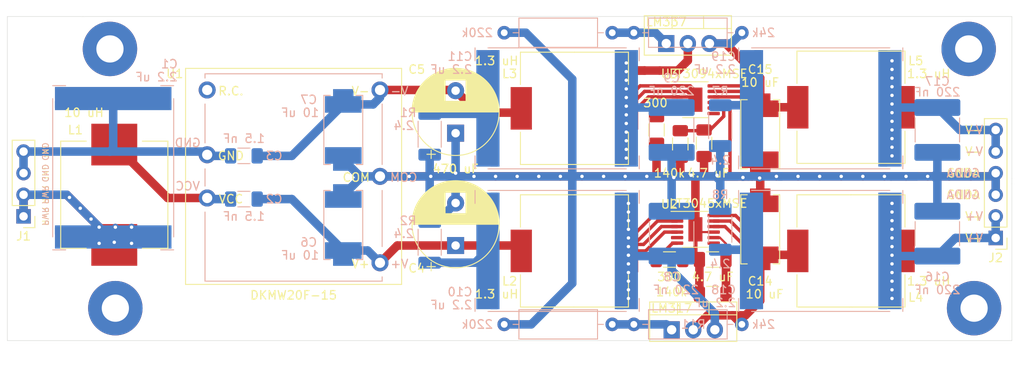
<source format=kicad_pcb>
(kicad_pcb (version 20171130) (host pcbnew "(5.1.9)-1")

  (general
    (thickness 1.6)
    (drawings 51)
    (tracks 443)
    (zones 0)
    (modules 47)
    (nets 29)
  )

  (page A4)
  (layers
    (0 F.Cu signal)
    (31 B.Cu signal)
    (32 B.Adhes user hide)
    (33 F.Adhes user)
    (34 B.Paste user hide)
    (35 F.Paste user)
    (36 B.SilkS user)
    (37 F.SilkS user)
    (38 B.Mask user)
    (39 F.Mask user hide)
    (40 Dwgs.User user)
    (41 Cmts.User user)
    (42 Eco1.User user hide)
    (43 Eco2.User user hide)
    (44 Edge.Cuts user)
    (45 Margin user hide)
    (46 B.CrtYd user hide)
    (47 F.CrtYd user hide)
    (48 B.Fab user)
    (49 F.Fab user)
  )

  (setup
    (last_trace_width 1)
    (user_trace_width 0.2)
    (user_trace_width 0.4)
    (user_trace_width 0.5)
    (user_trace_width 1)
    (trace_clearance 0.2)
    (zone_clearance 0.508)
    (zone_45_only no)
    (trace_min 0.2)
    (via_size 0.8)
    (via_drill 0.4)
    (via_min_size 0.4)
    (via_min_drill 0.3)
    (uvia_size 0.3)
    (uvia_drill 0.1)
    (uvias_allowed no)
    (uvia_min_size 0.2)
    (uvia_min_drill 0.1)
    (edge_width 0.05)
    (segment_width 0.2)
    (pcb_text_width 0.3)
    (pcb_text_size 1.5 1.5)
    (mod_edge_width 0.12)
    (mod_text_size 1 1)
    (mod_text_width 0.15)
    (pad_size 1.524 1.524)
    (pad_drill 0.762)
    (pad_to_mask_clearance 0)
    (aux_axis_origin 0 0)
    (visible_elements 7FFFFFFF)
    (pcbplotparams
      (layerselection 0x010fc_ffffffff)
      (usegerberextensions false)
      (usegerberattributes true)
      (usegerberadvancedattributes true)
      (creategerberjobfile true)
      (excludeedgelayer true)
      (linewidth 0.100000)
      (plotframeref false)
      (viasonmask false)
      (mode 1)
      (useauxorigin false)
      (hpglpennumber 1)
      (hpglpenspeed 20)
      (hpglpendiameter 15.000000)
      (psnegative false)
      (psa4output false)
      (plotreference true)
      (plotvalue true)
      (plotinvisibletext false)
      (padsonsilk false)
      (subtractmaskfromsilk false)
      (outputformat 1)
      (mirror false)
      (drillshape 0)
      (scaleselection 1)
      (outputdirectory "Plot/"))
  )

  (net 0 "")
  (net 1 +28V)
  (net 2 GND)
  (net 3 "Net-(C2-Pad2)")
  (net 4 "Net-(C2-Pad1)")
  (net 5 "Net-(C3-Pad1)")
  (net 6 GNDA)
  (net 7 "Net-(C10-Pad1)")
  (net 8 "Net-(C11-Pad2)")
  (net 9 "Net-(C10-Pad2)")
  (net 10 "Net-(C11-Pad1)")
  (net 11 "Net-(C12-Pad1)")
  (net 12 "Net-(C13-Pad2)")
  (net 13 "Net-(C14-Pad1)")
  (net 14 "Net-(C15-Pad2)")
  (net 15 "Net-(C16-Pad1)")
  (net 16 "Net-(C17-Pad2)")
  (net 17 "Net-(C18-Pad2)")
  (net 18 "Net-(C19-Pad1)")
  (net 19 "Net-(R5-Pad2)")
  (net 20 "Net-(R6-Pad2)")
  (net 21 "Net-(U1-Pad6)")
  (net 22 "Net-(U2-Pad5)")
  (net 23 "Net-(U2-Pad7)")
  (net 24 "Net-(U3-Pad7)")
  (net 25 "Net-(U3-Pad5)")
  (net 26 "Net-(U3-Pad4)")
  (net 27 "Net-(R11-Pad1)")
  (net 28 "Net-(R10-Pad2)")

  (net_class Default "This is the default net class."
    (clearance 0.2)
    (trace_width 0.25)
    (via_dia 0.8)
    (via_drill 0.4)
    (uvia_dia 0.3)
    (uvia_drill 0.1)
    (add_net +28V)
    (add_net GND)
    (add_net GNDA)
    (add_net "Net-(C10-Pad1)")
    (add_net "Net-(C10-Pad2)")
    (add_net "Net-(C11-Pad1)")
    (add_net "Net-(C11-Pad2)")
    (add_net "Net-(C12-Pad1)")
    (add_net "Net-(C13-Pad2)")
    (add_net "Net-(C14-Pad1)")
    (add_net "Net-(C15-Pad2)")
    (add_net "Net-(C16-Pad1)")
    (add_net "Net-(C17-Pad2)")
    (add_net "Net-(C18-Pad2)")
    (add_net "Net-(C19-Pad1)")
    (add_net "Net-(C2-Pad1)")
    (add_net "Net-(C2-Pad2)")
    (add_net "Net-(C3-Pad1)")
    (add_net "Net-(R10-Pad2)")
    (add_net "Net-(R11-Pad1)")
    (add_net "Net-(R5-Pad2)")
    (add_net "Net-(R6-Pad2)")
    (add_net "Net-(U1-Pad6)")
    (add_net "Net-(U2-Pad5)")
    (add_net "Net-(U2-Pad7)")
    (add_net "Net-(U3-Pad4)")
    (add_net "Net-(U3-Pad5)")
    (add_net "Net-(U3-Pad7)")
  )

  (module Large_Capacitor:C_6054 (layer B.Cu) (tedit 61E0F79C) (tstamp 61E0FD68)
    (at 192.786 108.204 270)
    (path /61D6A198)
    (fp_text reference C18 (at 4.572 11.43) (layer B.SilkS)
      (effects (font (size 1 1) (thickness 0.15)) (justify mirror))
    )
    (fp_text value "2.2 uF" (at 6.096 12.446) (layer B.SilkS)
      (effects (font (size 1 1) (thickness 0.15)) (justify mirror))
    )
    (fp_line (start 5.588 9.652) (end 7.112 9.652) (layer B.SilkS) (width 0.12))
    (fp_line (start 7.112 8.128) (end 7.112 -8.128) (layer B.SilkS) (width 0.12))
    (fp_line (start 7.112 -9.652) (end 5.588 -9.652) (layer B.SilkS) (width 0.12))
    (fp_line (start -7.112 9.652) (end -5.588 9.652) (layer B.SilkS) (width 0.12))
    (fp_line (start -7.112 8.128) (end -7.112 -8.128) (layer B.SilkS) (width 0.12))
    (fp_line (start -7.112 -9.652) (end -5.588 -9.652) (layer B.SilkS) (width 0.12))
    (fp_line (start 7.366 -9.652) (end 7.366 9.652) (layer B.CrtYd) (width 0.12))
    (fp_line (start 7.366 9.652) (end -7.366 9.652) (layer B.CrtYd) (width 0.12))
    (fp_line (start -7.366 9.652) (end -7.366 -9.652) (layer B.CrtYd) (width 0.12))
    (fp_line (start -7.366 -9.652) (end 7.366 -9.652) (layer B.CrtYd) (width 0.12))
    (pad 1 smd rect (at 0 -7.3 270) (size 13.7 1.05) (layers B.Cu B.Paste B.Mask)
      (net 15 "Net-(C16-Pad1)"))
    (pad 2 smd rect (at 0 7.3 270) (size 13.7 1.05) (layers B.Cu B.Paste B.Mask)
      (net 17 "Net-(C18-Pad2)"))
    (pad 2 smd rect (at 0 8.25 270) (size 13.7 2.5) (layers B.Cu B.Paste B.Mask)
      (net 17 "Net-(C18-Pad2)"))
    (pad 1 smd rect (at 0 -8.25 270) (size 13.7 2.5) (layers B.Cu B.Paste B.Mask)
      (net 15 "Net-(C16-Pad1)"))
  )

  (module Large_Capacitor:C_6054 (layer B.Cu) (tedit 61E0F79C) (tstamp 61E0FCBD)
    (at 161.798 108.204 270)
    (path /61D690A2)
    (fp_text reference C10 (at 4.826 11.43 180) (layer B.SilkS)
      (effects (font (size 1 1) (thickness 0.15)) (justify mirror))
    )
    (fp_text value "2.2 uF" (at 6.35 12.446 180) (layer B.SilkS)
      (effects (font (size 1 1) (thickness 0.15)) (justify mirror))
    )
    (fp_line (start 5.588 9.652) (end 7.112 9.652) (layer B.SilkS) (width 0.12))
    (fp_line (start 7.112 8.128) (end 7.112 -8.128) (layer B.SilkS) (width 0.12))
    (fp_line (start 7.112 -9.652) (end 5.588 -9.652) (layer B.SilkS) (width 0.12))
    (fp_line (start -7.112 9.652) (end -5.588 9.652) (layer B.SilkS) (width 0.12))
    (fp_line (start -7.112 8.128) (end -7.112 -8.128) (layer B.SilkS) (width 0.12))
    (fp_line (start -7.112 -9.652) (end -5.588 -9.652) (layer B.SilkS) (width 0.12))
    (fp_line (start 7.366 -9.652) (end 7.366 9.652) (layer B.CrtYd) (width 0.12))
    (fp_line (start 7.366 9.652) (end -7.366 9.652) (layer B.CrtYd) (width 0.12))
    (fp_line (start -7.366 9.652) (end -7.366 -9.652) (layer B.CrtYd) (width 0.12))
    (fp_line (start -7.366 -9.652) (end 7.366 -9.652) (layer B.CrtYd) (width 0.12))
    (pad 1 smd rect (at 0 -7.3 270) (size 13.7 1.05) (layers B.Cu B.Paste B.Mask)
      (net 7 "Net-(C10-Pad1)"))
    (pad 2 smd rect (at 0 7.3 270) (size 13.7 1.05) (layers B.Cu B.Paste B.Mask)
      (net 9 "Net-(C10-Pad2)"))
    (pad 2 smd rect (at 0 8.25 270) (size 13.7 2.5) (layers B.Cu B.Paste B.Mask)
      (net 9 "Net-(C10-Pad2)"))
    (pad 1 smd rect (at 0 -8.25 270) (size 13.7 2.5) (layers B.Cu B.Paste B.Mask)
      (net 7 "Net-(C10-Pad1)"))
  )

  (module Large_Capacitor:C_6054 (layer B.Cu) (tedit 61E0F79C) (tstamp 61E0FB79)
    (at 192.786 91.44 90)
    (path /61D6C43A)
    (fp_text reference C19 (at 6.096 -11.43) (layer B.SilkS)
      (effects (font (size 1 1) (thickness 0.15)) (justify mirror))
    )
    (fp_text value "2.2 uF" (at 4.572 -12.446 180) (layer B.SilkS)
      (effects (font (size 1 1) (thickness 0.15)) (justify mirror))
    )
    (fp_line (start 5.588 9.652) (end 7.112 9.652) (layer B.SilkS) (width 0.12))
    (fp_line (start 7.112 8.128) (end 7.112 -8.128) (layer B.SilkS) (width 0.12))
    (fp_line (start 7.112 -9.652) (end 5.588 -9.652) (layer B.SilkS) (width 0.12))
    (fp_line (start -7.112 9.652) (end -5.588 9.652) (layer B.SilkS) (width 0.12))
    (fp_line (start -7.112 8.128) (end -7.112 -8.128) (layer B.SilkS) (width 0.12))
    (fp_line (start -7.112 -9.652) (end -5.588 -9.652) (layer B.SilkS) (width 0.12))
    (fp_line (start 7.366 -9.652) (end 7.366 9.652) (layer B.CrtYd) (width 0.12))
    (fp_line (start 7.366 9.652) (end -7.366 9.652) (layer B.CrtYd) (width 0.12))
    (fp_line (start -7.366 9.652) (end -7.366 -9.652) (layer B.CrtYd) (width 0.12))
    (fp_line (start -7.366 -9.652) (end 7.366 -9.652) (layer B.CrtYd) (width 0.12))
    (pad 1 smd rect (at 0 -7.3 90) (size 13.7 1.05) (layers B.Cu B.Paste B.Mask)
      (net 18 "Net-(C19-Pad1)"))
    (pad 2 smd rect (at 0 7.3 90) (size 13.7 1.05) (layers B.Cu B.Paste B.Mask)
      (net 16 "Net-(C17-Pad2)"))
    (pad 2 smd rect (at 0 8.25 90) (size 13.7 2.5) (layers B.Cu B.Paste B.Mask)
      (net 16 "Net-(C17-Pad2)"))
    (pad 1 smd rect (at 0 -8.25 90) (size 13.7 2.5) (layers B.Cu B.Paste B.Mask)
      (net 18 "Net-(C19-Pad1)"))
  )

  (module Large_Capacitor:C_6054 (layer B.Cu) (tedit 61E0F79C) (tstamp 61E0FBAF)
    (at 161.798 91.44 90)
    (path /61D6B821)
    (fp_text reference C11 (at 6.096 -11.43 -180) (layer B.SilkS)
      (effects (font (size 1 1) (thickness 0.15)) (justify mirror))
    )
    (fp_text value "2.2 uF" (at 4.572 -12.446 -180) (layer B.SilkS)
      (effects (font (size 1 1) (thickness 0.15)) (justify mirror))
    )
    (fp_line (start 5.588 9.652) (end 7.112 9.652) (layer B.SilkS) (width 0.12))
    (fp_line (start 7.112 8.128) (end 7.112 -8.128) (layer B.SilkS) (width 0.12))
    (fp_line (start 7.112 -9.652) (end 5.588 -9.652) (layer B.SilkS) (width 0.12))
    (fp_line (start -7.112 9.652) (end -5.588 9.652) (layer B.SilkS) (width 0.12))
    (fp_line (start -7.112 8.128) (end -7.112 -8.128) (layer B.SilkS) (width 0.12))
    (fp_line (start -7.112 -9.652) (end -5.588 -9.652) (layer B.SilkS) (width 0.12))
    (fp_line (start 7.366 -9.652) (end 7.366 9.652) (layer B.CrtYd) (width 0.12))
    (fp_line (start 7.366 9.652) (end -7.366 9.652) (layer B.CrtYd) (width 0.12))
    (fp_line (start -7.366 9.652) (end -7.366 -9.652) (layer B.CrtYd) (width 0.12))
    (fp_line (start -7.366 -9.652) (end 7.366 -9.652) (layer B.CrtYd) (width 0.12))
    (pad 1 smd rect (at 0 -7.3 90) (size 13.7 1.05) (layers B.Cu B.Paste B.Mask)
      (net 10 "Net-(C11-Pad1)"))
    (pad 2 smd rect (at 0 7.3 90) (size 13.7 1.05) (layers B.Cu B.Paste B.Mask)
      (net 8 "Net-(C11-Pad2)"))
    (pad 2 smd rect (at 0 8.25 90) (size 13.7 2.5) (layers B.Cu B.Paste B.Mask)
      (net 8 "Net-(C11-Pad2)"))
    (pad 1 smd rect (at 0 -8.25 90) (size 13.7 2.5) (layers B.Cu B.Paste B.Mask)
      (net 10 "Net-(C11-Pad1)"))
  )

  (module Large_Capacitor:C_6054 (layer B.Cu) (tedit 61E0F79C) (tstamp 61D70954)
    (at 109.601 98.425 180)
    (path /61D28F27)
    (fp_text reference C1 (at -6.604 12.192 180) (layer B.SilkS)
      (effects (font (size 1 1) (thickness 0.15)) (justify mirror))
    )
    (fp_text value "2.2 uF" (at -5.08 10.668 180) (layer B.SilkS)
      (effects (font (size 1 1) (thickness 0.15)) (justify mirror))
    )
    (fp_line (start 5.588 9.652) (end 7.112 9.652) (layer B.SilkS) (width 0.12))
    (fp_line (start 7.112 8.128) (end 7.112 -8.128) (layer B.SilkS) (width 0.12))
    (fp_line (start 7.112 -9.652) (end 5.588 -9.652) (layer B.SilkS) (width 0.12))
    (fp_line (start -7.112 9.652) (end -5.588 9.652) (layer B.SilkS) (width 0.12))
    (fp_line (start -7.112 8.128) (end -7.112 -8.128) (layer B.SilkS) (width 0.12))
    (fp_line (start -7.112 -9.652) (end -5.588 -9.652) (layer B.SilkS) (width 0.12))
    (fp_line (start 7.366 -9.652) (end 7.366 9.652) (layer B.CrtYd) (width 0.12))
    (fp_line (start 7.366 9.652) (end -7.366 9.652) (layer B.CrtYd) (width 0.12))
    (fp_line (start -7.366 9.652) (end -7.366 -9.652) (layer B.CrtYd) (width 0.12))
    (fp_line (start -7.366 -9.652) (end 7.366 -9.652) (layer B.CrtYd) (width 0.12))
    (pad 1 smd rect (at 0 -7.3 180) (size 13.7 1.05) (layers B.Cu B.Paste B.Mask)
      (net 1 +28V))
    (pad 2 smd rect (at 0 7.3 180) (size 13.7 1.05) (layers B.Cu B.Paste B.Mask)
      (net 2 GND))
    (pad 2 smd rect (at 0 8.25 180) (size 13.7 2.5) (layers B.Cu B.Paste B.Mask)
      (net 2 GND))
    (pad 1 smd rect (at 0 -8.25 180) (size 13.7 2.5) (layers B.Cu B.Paste B.Mask)
      (net 1 +28V))
  )

  (module Capacitor_SMD:C_2220_5650Metric_Pad1.97x5.40mm_HandSolder (layer B.Cu) (tedit 5F68FEEF) (tstamp 61E0FC2B)
    (at 175.26 106.172 90)
    (descr "Capacitor SMD 2220 (5650 Metric), square (rectangular) end terminal, IPC_7351 nominal with elongated pad for handsoldering. (Body size from: http://datasheets.avx.com/AVX-HV_MLCC.pdf), generated with kicad-footprint-generator")
    (tags "capacitor handsolder")
    (path /61D320D5)
    (attr smd)
    (fp_text reference C8 (at -5.08 0 180) (layer B.SilkS)
      (effects (font (size 1 1) (thickness 0.15)) (justify mirror))
    )
    (fp_text value "220 nF" (at -6.604 0.508 180) (layer B.SilkS)
      (effects (font (size 1 1) (thickness 0.15)) (justify mirror))
    )
    (fp_line (start -2.85 -2.5) (end -2.85 2.5) (layer B.Fab) (width 0.1))
    (fp_line (start -2.85 2.5) (end 2.85 2.5) (layer B.Fab) (width 0.1))
    (fp_line (start 2.85 2.5) (end 2.85 -2.5) (layer B.Fab) (width 0.1))
    (fp_line (start 2.85 -2.5) (end -2.85 -2.5) (layer B.Fab) (width 0.1))
    (fp_line (start -1.415748 2.61) (end 1.415748 2.61) (layer B.SilkS) (width 0.12))
    (fp_line (start -1.415748 -2.61) (end 1.415748 -2.61) (layer B.SilkS) (width 0.12))
    (fp_line (start -3.88 -2.95) (end -3.88 2.95) (layer B.CrtYd) (width 0.05))
    (fp_line (start -3.88 2.95) (end 3.88 2.95) (layer B.CrtYd) (width 0.05))
    (fp_line (start 3.88 2.95) (end 3.88 -2.95) (layer B.CrtYd) (width 0.05))
    (fp_line (start 3.88 -2.95) (end -3.88 -2.95) (layer B.CrtYd) (width 0.05))
    (fp_text user %R (at 0 0 270) (layer B.Fab)
      (effects (font (size 1 1) (thickness 0.15)) (justify mirror))
    )
    (pad 1 smd roundrect (at -2.6375 0 90) (size 1.975 5.4) (layers B.Cu B.Paste B.Mask) (roundrect_rratio 0.1265812658227848)
      (net 7 "Net-(C10-Pad1)"))
    (pad 2 smd roundrect (at 2.6375 0 90) (size 1.975 5.4) (layers B.Cu B.Paste B.Mask) (roundrect_rratio 0.1265812658227848)
      (net 6 GNDA))
    (model ${KISYS3DMOD}/Capacitor_SMD.3dshapes/C_2220_5650Metric.wrl
      (at (xyz 0 0 0))
      (scale (xyz 1 1 1))
      (rotate (xyz 0 0 0))
    )
  )

  (module Capacitor_THT:CP_Radial_D10.0mm_P5.00mm (layer F.Cu) (tedit 5AE50EF1) (tstamp 61D70A42)
    (at 149.86 107.569 90)
    (descr "CP, Radial series, Radial, pin pitch=5.00mm, , diameter=10mm, Electrolytic Capacitor")
    (tags "CP Radial series Radial pin pitch 5.00mm  diameter 10mm Electrolytic Capacitor")
    (path /61D44F89)
    (fp_text reference C4 (at -2.667 -4.572 180) (layer F.SilkS)
      (effects (font (size 1 1) (thickness 0.15)))
    )
    (fp_text value "470 uF" (at 9.017 0 180) (layer F.SilkS)
      (effects (font (size 1 1) (thickness 0.15)))
    )
    (fp_circle (center 2.5 0) (end 7.5 0) (layer F.Fab) (width 0.1))
    (fp_circle (center 2.5 0) (end 7.62 0) (layer F.SilkS) (width 0.12))
    (fp_circle (center 2.5 0) (end 7.75 0) (layer F.CrtYd) (width 0.05))
    (fp_line (start -1.788861 -2.1875) (end -0.788861 -2.1875) (layer F.Fab) (width 0.1))
    (fp_line (start -1.288861 -2.6875) (end -1.288861 -1.6875) (layer F.Fab) (width 0.1))
    (fp_line (start 2.5 -5.08) (end 2.5 5.08) (layer F.SilkS) (width 0.12))
    (fp_line (start 2.54 -5.08) (end 2.54 5.08) (layer F.SilkS) (width 0.12))
    (fp_line (start 2.58 -5.08) (end 2.58 5.08) (layer F.SilkS) (width 0.12))
    (fp_line (start 2.62 -5.079) (end 2.62 5.079) (layer F.SilkS) (width 0.12))
    (fp_line (start 2.66 -5.078) (end 2.66 5.078) (layer F.SilkS) (width 0.12))
    (fp_line (start 2.7 -5.077) (end 2.7 5.077) (layer F.SilkS) (width 0.12))
    (fp_line (start 2.74 -5.075) (end 2.74 5.075) (layer F.SilkS) (width 0.12))
    (fp_line (start 2.78 -5.073) (end 2.78 5.073) (layer F.SilkS) (width 0.12))
    (fp_line (start 2.82 -5.07) (end 2.82 5.07) (layer F.SilkS) (width 0.12))
    (fp_line (start 2.86 -5.068) (end 2.86 5.068) (layer F.SilkS) (width 0.12))
    (fp_line (start 2.9 -5.065) (end 2.9 5.065) (layer F.SilkS) (width 0.12))
    (fp_line (start 2.94 -5.062) (end 2.94 5.062) (layer F.SilkS) (width 0.12))
    (fp_line (start 2.98 -5.058) (end 2.98 5.058) (layer F.SilkS) (width 0.12))
    (fp_line (start 3.02 -5.054) (end 3.02 5.054) (layer F.SilkS) (width 0.12))
    (fp_line (start 3.06 -5.05) (end 3.06 5.05) (layer F.SilkS) (width 0.12))
    (fp_line (start 3.1 -5.045) (end 3.1 5.045) (layer F.SilkS) (width 0.12))
    (fp_line (start 3.14 -5.04) (end 3.14 5.04) (layer F.SilkS) (width 0.12))
    (fp_line (start 3.18 -5.035) (end 3.18 5.035) (layer F.SilkS) (width 0.12))
    (fp_line (start 3.221 -5.03) (end 3.221 5.03) (layer F.SilkS) (width 0.12))
    (fp_line (start 3.261 -5.024) (end 3.261 5.024) (layer F.SilkS) (width 0.12))
    (fp_line (start 3.301 -5.018) (end 3.301 5.018) (layer F.SilkS) (width 0.12))
    (fp_line (start 3.341 -5.011) (end 3.341 5.011) (layer F.SilkS) (width 0.12))
    (fp_line (start 3.381 -5.004) (end 3.381 5.004) (layer F.SilkS) (width 0.12))
    (fp_line (start 3.421 -4.997) (end 3.421 4.997) (layer F.SilkS) (width 0.12))
    (fp_line (start 3.461 -4.99) (end 3.461 4.99) (layer F.SilkS) (width 0.12))
    (fp_line (start 3.501 -4.982) (end 3.501 4.982) (layer F.SilkS) (width 0.12))
    (fp_line (start 3.541 -4.974) (end 3.541 4.974) (layer F.SilkS) (width 0.12))
    (fp_line (start 3.581 -4.965) (end 3.581 4.965) (layer F.SilkS) (width 0.12))
    (fp_line (start 3.621 -4.956) (end 3.621 4.956) (layer F.SilkS) (width 0.12))
    (fp_line (start 3.661 -4.947) (end 3.661 4.947) (layer F.SilkS) (width 0.12))
    (fp_line (start 3.701 -4.938) (end 3.701 4.938) (layer F.SilkS) (width 0.12))
    (fp_line (start 3.741 -4.928) (end 3.741 4.928) (layer F.SilkS) (width 0.12))
    (fp_line (start 3.781 -4.918) (end 3.781 -1.241) (layer F.SilkS) (width 0.12))
    (fp_line (start 3.781 1.241) (end 3.781 4.918) (layer F.SilkS) (width 0.12))
    (fp_line (start 3.821 -4.907) (end 3.821 -1.241) (layer F.SilkS) (width 0.12))
    (fp_line (start 3.821 1.241) (end 3.821 4.907) (layer F.SilkS) (width 0.12))
    (fp_line (start 3.861 -4.897) (end 3.861 -1.241) (layer F.SilkS) (width 0.12))
    (fp_line (start 3.861 1.241) (end 3.861 4.897) (layer F.SilkS) (width 0.12))
    (fp_line (start 3.901 -4.885) (end 3.901 -1.241) (layer F.SilkS) (width 0.12))
    (fp_line (start 3.901 1.241) (end 3.901 4.885) (layer F.SilkS) (width 0.12))
    (fp_line (start 3.941 -4.874) (end 3.941 -1.241) (layer F.SilkS) (width 0.12))
    (fp_line (start 3.941 1.241) (end 3.941 4.874) (layer F.SilkS) (width 0.12))
    (fp_line (start 3.981 -4.862) (end 3.981 -1.241) (layer F.SilkS) (width 0.12))
    (fp_line (start 3.981 1.241) (end 3.981 4.862) (layer F.SilkS) (width 0.12))
    (fp_line (start 4.021 -4.85) (end 4.021 -1.241) (layer F.SilkS) (width 0.12))
    (fp_line (start 4.021 1.241) (end 4.021 4.85) (layer F.SilkS) (width 0.12))
    (fp_line (start 4.061 -4.837) (end 4.061 -1.241) (layer F.SilkS) (width 0.12))
    (fp_line (start 4.061 1.241) (end 4.061 4.837) (layer F.SilkS) (width 0.12))
    (fp_line (start 4.101 -4.824) (end 4.101 -1.241) (layer F.SilkS) (width 0.12))
    (fp_line (start 4.101 1.241) (end 4.101 4.824) (layer F.SilkS) (width 0.12))
    (fp_line (start 4.141 -4.811) (end 4.141 -1.241) (layer F.SilkS) (width 0.12))
    (fp_line (start 4.141 1.241) (end 4.141 4.811) (layer F.SilkS) (width 0.12))
    (fp_line (start 4.181 -4.797) (end 4.181 -1.241) (layer F.SilkS) (width 0.12))
    (fp_line (start 4.181 1.241) (end 4.181 4.797) (layer F.SilkS) (width 0.12))
    (fp_line (start 4.221 -4.783) (end 4.221 -1.241) (layer F.SilkS) (width 0.12))
    (fp_line (start 4.221 1.241) (end 4.221 4.783) (layer F.SilkS) (width 0.12))
    (fp_line (start 4.261 -4.768) (end 4.261 -1.241) (layer F.SilkS) (width 0.12))
    (fp_line (start 4.261 1.241) (end 4.261 4.768) (layer F.SilkS) (width 0.12))
    (fp_line (start 4.301 -4.754) (end 4.301 -1.241) (layer F.SilkS) (width 0.12))
    (fp_line (start 4.301 1.241) (end 4.301 4.754) (layer F.SilkS) (width 0.12))
    (fp_line (start 4.341 -4.738) (end 4.341 -1.241) (layer F.SilkS) (width 0.12))
    (fp_line (start 4.341 1.241) (end 4.341 4.738) (layer F.SilkS) (width 0.12))
    (fp_line (start 4.381 -4.723) (end 4.381 -1.241) (layer F.SilkS) (width 0.12))
    (fp_line (start 4.381 1.241) (end 4.381 4.723) (layer F.SilkS) (width 0.12))
    (fp_line (start 4.421 -4.707) (end 4.421 -1.241) (layer F.SilkS) (width 0.12))
    (fp_line (start 4.421 1.241) (end 4.421 4.707) (layer F.SilkS) (width 0.12))
    (fp_line (start 4.461 -4.69) (end 4.461 -1.241) (layer F.SilkS) (width 0.12))
    (fp_line (start 4.461 1.241) (end 4.461 4.69) (layer F.SilkS) (width 0.12))
    (fp_line (start 4.501 -4.674) (end 4.501 -1.241) (layer F.SilkS) (width 0.12))
    (fp_line (start 4.501 1.241) (end 4.501 4.674) (layer F.SilkS) (width 0.12))
    (fp_line (start 4.541 -4.657) (end 4.541 -1.241) (layer F.SilkS) (width 0.12))
    (fp_line (start 4.541 1.241) (end 4.541 4.657) (layer F.SilkS) (width 0.12))
    (fp_line (start 4.581 -4.639) (end 4.581 -1.241) (layer F.SilkS) (width 0.12))
    (fp_line (start 4.581 1.241) (end 4.581 4.639) (layer F.SilkS) (width 0.12))
    (fp_line (start 4.621 -4.621) (end 4.621 -1.241) (layer F.SilkS) (width 0.12))
    (fp_line (start 4.621 1.241) (end 4.621 4.621) (layer F.SilkS) (width 0.12))
    (fp_line (start 4.661 -4.603) (end 4.661 -1.241) (layer F.SilkS) (width 0.12))
    (fp_line (start 4.661 1.241) (end 4.661 4.603) (layer F.SilkS) (width 0.12))
    (fp_line (start 4.701 -4.584) (end 4.701 -1.241) (layer F.SilkS) (width 0.12))
    (fp_line (start 4.701 1.241) (end 4.701 4.584) (layer F.SilkS) (width 0.12))
    (fp_line (start 4.741 -4.564) (end 4.741 -1.241) (layer F.SilkS) (width 0.12))
    (fp_line (start 4.741 1.241) (end 4.741 4.564) (layer F.SilkS) (width 0.12))
    (fp_line (start 4.781 -4.545) (end 4.781 -1.241) (layer F.SilkS) (width 0.12))
    (fp_line (start 4.781 1.241) (end 4.781 4.545) (layer F.SilkS) (width 0.12))
    (fp_line (start 4.821 -4.525) (end 4.821 -1.241) (layer F.SilkS) (width 0.12))
    (fp_line (start 4.821 1.241) (end 4.821 4.525) (layer F.SilkS) (width 0.12))
    (fp_line (start 4.861 -4.504) (end 4.861 -1.241) (layer F.SilkS) (width 0.12))
    (fp_line (start 4.861 1.241) (end 4.861 4.504) (layer F.SilkS) (width 0.12))
    (fp_line (start 4.901 -4.483) (end 4.901 -1.241) (layer F.SilkS) (width 0.12))
    (fp_line (start 4.901 1.241) (end 4.901 4.483) (layer F.SilkS) (width 0.12))
    (fp_line (start 4.941 -4.462) (end 4.941 -1.241) (layer F.SilkS) (width 0.12))
    (fp_line (start 4.941 1.241) (end 4.941 4.462) (layer F.SilkS) (width 0.12))
    (fp_line (start 4.981 -4.44) (end 4.981 -1.241) (layer F.SilkS) (width 0.12))
    (fp_line (start 4.981 1.241) (end 4.981 4.44) (layer F.SilkS) (width 0.12))
    (fp_line (start 5.021 -4.417) (end 5.021 -1.241) (layer F.SilkS) (width 0.12))
    (fp_line (start 5.021 1.241) (end 5.021 4.417) (layer F.SilkS) (width 0.12))
    (fp_line (start 5.061 -4.395) (end 5.061 -1.241) (layer F.SilkS) (width 0.12))
    (fp_line (start 5.061 1.241) (end 5.061 4.395) (layer F.SilkS) (width 0.12))
    (fp_line (start 5.101 -4.371) (end 5.101 -1.241) (layer F.SilkS) (width 0.12))
    (fp_line (start 5.101 1.241) (end 5.101 4.371) (layer F.SilkS) (width 0.12))
    (fp_line (start 5.141 -4.347) (end 5.141 -1.241) (layer F.SilkS) (width 0.12))
    (fp_line (start 5.141 1.241) (end 5.141 4.347) (layer F.SilkS) (width 0.12))
    (fp_line (start 5.181 -4.323) (end 5.181 -1.241) (layer F.SilkS) (width 0.12))
    (fp_line (start 5.181 1.241) (end 5.181 4.323) (layer F.SilkS) (width 0.12))
    (fp_line (start 5.221 -4.298) (end 5.221 -1.241) (layer F.SilkS) (width 0.12))
    (fp_line (start 5.221 1.241) (end 5.221 4.298) (layer F.SilkS) (width 0.12))
    (fp_line (start 5.261 -4.273) (end 5.261 -1.241) (layer F.SilkS) (width 0.12))
    (fp_line (start 5.261 1.241) (end 5.261 4.273) (layer F.SilkS) (width 0.12))
    (fp_line (start 5.301 -4.247) (end 5.301 -1.241) (layer F.SilkS) (width 0.12))
    (fp_line (start 5.301 1.241) (end 5.301 4.247) (layer F.SilkS) (width 0.12))
    (fp_line (start 5.341 -4.221) (end 5.341 -1.241) (layer F.SilkS) (width 0.12))
    (fp_line (start 5.341 1.241) (end 5.341 4.221) (layer F.SilkS) (width 0.12))
    (fp_line (start 5.381 -4.194) (end 5.381 -1.241) (layer F.SilkS) (width 0.12))
    (fp_line (start 5.381 1.241) (end 5.381 4.194) (layer F.SilkS) (width 0.12))
    (fp_line (start 5.421 -4.166) (end 5.421 -1.241) (layer F.SilkS) (width 0.12))
    (fp_line (start 5.421 1.241) (end 5.421 4.166) (layer F.SilkS) (width 0.12))
    (fp_line (start 5.461 -4.138) (end 5.461 -1.241) (layer F.SilkS) (width 0.12))
    (fp_line (start 5.461 1.241) (end 5.461 4.138) (layer F.SilkS) (width 0.12))
    (fp_line (start 5.501 -4.11) (end 5.501 -1.241) (layer F.SilkS) (width 0.12))
    (fp_line (start 5.501 1.241) (end 5.501 4.11) (layer F.SilkS) (width 0.12))
    (fp_line (start 5.541 -4.08) (end 5.541 -1.241) (layer F.SilkS) (width 0.12))
    (fp_line (start 5.541 1.241) (end 5.541 4.08) (layer F.SilkS) (width 0.12))
    (fp_line (start 5.581 -4.05) (end 5.581 -1.241) (layer F.SilkS) (width 0.12))
    (fp_line (start 5.581 1.241) (end 5.581 4.05) (layer F.SilkS) (width 0.12))
    (fp_line (start 5.621 -4.02) (end 5.621 -1.241) (layer F.SilkS) (width 0.12))
    (fp_line (start 5.621 1.241) (end 5.621 4.02) (layer F.SilkS) (width 0.12))
    (fp_line (start 5.661 -3.989) (end 5.661 -1.241) (layer F.SilkS) (width 0.12))
    (fp_line (start 5.661 1.241) (end 5.661 3.989) (layer F.SilkS) (width 0.12))
    (fp_line (start 5.701 -3.957) (end 5.701 -1.241) (layer F.SilkS) (width 0.12))
    (fp_line (start 5.701 1.241) (end 5.701 3.957) (layer F.SilkS) (width 0.12))
    (fp_line (start 5.741 -3.925) (end 5.741 -1.241) (layer F.SilkS) (width 0.12))
    (fp_line (start 5.741 1.241) (end 5.741 3.925) (layer F.SilkS) (width 0.12))
    (fp_line (start 5.781 -3.892) (end 5.781 -1.241) (layer F.SilkS) (width 0.12))
    (fp_line (start 5.781 1.241) (end 5.781 3.892) (layer F.SilkS) (width 0.12))
    (fp_line (start 5.821 -3.858) (end 5.821 -1.241) (layer F.SilkS) (width 0.12))
    (fp_line (start 5.821 1.241) (end 5.821 3.858) (layer F.SilkS) (width 0.12))
    (fp_line (start 5.861 -3.824) (end 5.861 -1.241) (layer F.SilkS) (width 0.12))
    (fp_line (start 5.861 1.241) (end 5.861 3.824) (layer F.SilkS) (width 0.12))
    (fp_line (start 5.901 -3.789) (end 5.901 -1.241) (layer F.SilkS) (width 0.12))
    (fp_line (start 5.901 1.241) (end 5.901 3.789) (layer F.SilkS) (width 0.12))
    (fp_line (start 5.941 -3.753) (end 5.941 -1.241) (layer F.SilkS) (width 0.12))
    (fp_line (start 5.941 1.241) (end 5.941 3.753) (layer F.SilkS) (width 0.12))
    (fp_line (start 5.981 -3.716) (end 5.981 -1.241) (layer F.SilkS) (width 0.12))
    (fp_line (start 5.981 1.241) (end 5.981 3.716) (layer F.SilkS) (width 0.12))
    (fp_line (start 6.021 -3.679) (end 6.021 -1.241) (layer F.SilkS) (width 0.12))
    (fp_line (start 6.021 1.241) (end 6.021 3.679) (layer F.SilkS) (width 0.12))
    (fp_line (start 6.061 -3.64) (end 6.061 -1.241) (layer F.SilkS) (width 0.12))
    (fp_line (start 6.061 1.241) (end 6.061 3.64) (layer F.SilkS) (width 0.12))
    (fp_line (start 6.101 -3.601) (end 6.101 -1.241) (layer F.SilkS) (width 0.12))
    (fp_line (start 6.101 1.241) (end 6.101 3.601) (layer F.SilkS) (width 0.12))
    (fp_line (start 6.141 -3.561) (end 6.141 -1.241) (layer F.SilkS) (width 0.12))
    (fp_line (start 6.141 1.241) (end 6.141 3.561) (layer F.SilkS) (width 0.12))
    (fp_line (start 6.181 -3.52) (end 6.181 -1.241) (layer F.SilkS) (width 0.12))
    (fp_line (start 6.181 1.241) (end 6.181 3.52) (layer F.SilkS) (width 0.12))
    (fp_line (start 6.221 -3.478) (end 6.221 -1.241) (layer F.SilkS) (width 0.12))
    (fp_line (start 6.221 1.241) (end 6.221 3.478) (layer F.SilkS) (width 0.12))
    (fp_line (start 6.261 -3.436) (end 6.261 3.436) (layer F.SilkS) (width 0.12))
    (fp_line (start 6.301 -3.392) (end 6.301 3.392) (layer F.SilkS) (width 0.12))
    (fp_line (start 6.341 -3.347) (end 6.341 3.347) (layer F.SilkS) (width 0.12))
    (fp_line (start 6.381 -3.301) (end 6.381 3.301) (layer F.SilkS) (width 0.12))
    (fp_line (start 6.421 -3.254) (end 6.421 3.254) (layer F.SilkS) (width 0.12))
    (fp_line (start 6.461 -3.206) (end 6.461 3.206) (layer F.SilkS) (width 0.12))
    (fp_line (start 6.501 -3.156) (end 6.501 3.156) (layer F.SilkS) (width 0.12))
    (fp_line (start 6.541 -3.106) (end 6.541 3.106) (layer F.SilkS) (width 0.12))
    (fp_line (start 6.581 -3.054) (end 6.581 3.054) (layer F.SilkS) (width 0.12))
    (fp_line (start 6.621 -3) (end 6.621 3) (layer F.SilkS) (width 0.12))
    (fp_line (start 6.661 -2.945) (end 6.661 2.945) (layer F.SilkS) (width 0.12))
    (fp_line (start 6.701 -2.889) (end 6.701 2.889) (layer F.SilkS) (width 0.12))
    (fp_line (start 6.741 -2.83) (end 6.741 2.83) (layer F.SilkS) (width 0.12))
    (fp_line (start 6.781 -2.77) (end 6.781 2.77) (layer F.SilkS) (width 0.12))
    (fp_line (start 6.821 -2.709) (end 6.821 2.709) (layer F.SilkS) (width 0.12))
    (fp_line (start 6.861 -2.645) (end 6.861 2.645) (layer F.SilkS) (width 0.12))
    (fp_line (start 6.901 -2.579) (end 6.901 2.579) (layer F.SilkS) (width 0.12))
    (fp_line (start 6.941 -2.51) (end 6.941 2.51) (layer F.SilkS) (width 0.12))
    (fp_line (start 6.981 -2.439) (end 6.981 2.439) (layer F.SilkS) (width 0.12))
    (fp_line (start 7.021 -2.365) (end 7.021 2.365) (layer F.SilkS) (width 0.12))
    (fp_line (start 7.061 -2.289) (end 7.061 2.289) (layer F.SilkS) (width 0.12))
    (fp_line (start 7.101 -2.209) (end 7.101 2.209) (layer F.SilkS) (width 0.12))
    (fp_line (start 7.141 -2.125) (end 7.141 2.125) (layer F.SilkS) (width 0.12))
    (fp_line (start 7.181 -2.037) (end 7.181 2.037) (layer F.SilkS) (width 0.12))
    (fp_line (start 7.221 -1.944) (end 7.221 1.944) (layer F.SilkS) (width 0.12))
    (fp_line (start 7.261 -1.846) (end 7.261 1.846) (layer F.SilkS) (width 0.12))
    (fp_line (start 7.301 -1.742) (end 7.301 1.742) (layer F.SilkS) (width 0.12))
    (fp_line (start 7.341 -1.63) (end 7.341 1.63) (layer F.SilkS) (width 0.12))
    (fp_line (start 7.381 -1.51) (end 7.381 1.51) (layer F.SilkS) (width 0.12))
    (fp_line (start 7.421 -1.378) (end 7.421 1.378) (layer F.SilkS) (width 0.12))
    (fp_line (start 7.461 -1.23) (end 7.461 1.23) (layer F.SilkS) (width 0.12))
    (fp_line (start 7.501 -1.062) (end 7.501 1.062) (layer F.SilkS) (width 0.12))
    (fp_line (start 7.541 -0.862) (end 7.541 0.862) (layer F.SilkS) (width 0.12))
    (fp_line (start 7.581 -0.599) (end 7.581 0.599) (layer F.SilkS) (width 0.12))
    (fp_line (start -2.979646 -2.875) (end -1.979646 -2.875) (layer F.SilkS) (width 0.12))
    (fp_line (start -2.479646 -3.375) (end -2.479646 -2.375) (layer F.SilkS) (width 0.12))
    (fp_text user %R (at 2.413 0 180) (layer F.Fab)
      (effects (font (size 1 1) (thickness 0.15)))
    )
    (pad 1 thru_hole rect (at 0 0 90) (size 2 2) (drill 1) (layers *.Cu *.Mask)
      (net 4 "Net-(C2-Pad1)"))
    (pad 2 thru_hole circle (at 5 0 90) (size 2 2) (drill 1) (layers *.Cu *.Mask)
      (net 6 GNDA))
    (model ${KISYS3DMOD}/Capacitor_THT.3dshapes/CP_Radial_D10.0mm_P5.00mm.wrl
      (at (xyz 0 0 0))
      (scale (xyz 1 1 1))
      (rotate (xyz 0 0 0))
    )
  )

  (module Resistor_SMD:R_2010_5025Metric_Pad1.40x2.65mm_HandSolder (layer B.Cu) (tedit 5F68FEEE) (tstamp 61E0FC5B)
    (at 180.975 105.664 90)
    (descr "Resistor SMD 2010 (5025 Metric), square (rectangular) end terminal, IPC_7351 nominal with elongated pad for handsoldering. (Body size source: IPC-SM-782 page 72, https://www.pcb-3d.com/wordpress/wp-content/uploads/ipc-sm-782a_amendment_1_and_2.pdf), generated with kicad-footprint-generator")
    (tags "resistor handsolder")
    (path /61D73D67)
    (attr smd)
    (fp_text reference R8 (at 4.064 0 180) (layer B.SilkS)
      (effects (font (size 1 1) (thickness 0.15)) (justify mirror))
    )
    (fp_text value 2.4 (at -4.064 0 180) (layer B.SilkS)
      (effects (font (size 1 1) (thickness 0.15)) (justify mirror))
    )
    (fp_line (start 3.35 -1.58) (end -3.35 -1.58) (layer B.CrtYd) (width 0.05))
    (fp_line (start 3.35 1.58) (end 3.35 -1.58) (layer B.CrtYd) (width 0.05))
    (fp_line (start -3.35 1.58) (end 3.35 1.58) (layer B.CrtYd) (width 0.05))
    (fp_line (start -3.35 -1.58) (end -3.35 1.58) (layer B.CrtYd) (width 0.05))
    (fp_line (start -1.527064 -1.36) (end 1.527064 -1.36) (layer B.SilkS) (width 0.12))
    (fp_line (start -1.527064 1.36) (end 1.527064 1.36) (layer B.SilkS) (width 0.12))
    (fp_line (start 2.5 -1.25) (end -2.5 -1.25) (layer B.Fab) (width 0.1))
    (fp_line (start 2.5 1.25) (end 2.5 -1.25) (layer B.Fab) (width 0.1))
    (fp_line (start -2.5 1.25) (end 2.5 1.25) (layer B.Fab) (width 0.1))
    (fp_line (start -2.5 -1.25) (end -2.5 1.25) (layer B.Fab) (width 0.1))
    (fp_text user %R (at 0 0 270) (layer B.Fab)
      (effects (font (size 1 1) (thickness 0.15)) (justify mirror))
    )
    (pad 2 smd roundrect (at 2.4 0 90) (size 1.4 2.65) (layers B.Cu B.Paste B.Mask) (roundrect_rratio 0.1785707142857143)
      (net 6 GNDA))
    (pad 1 smd roundrect (at -2.4 0 90) (size 1.4 2.65) (layers B.Cu B.Paste B.Mask) (roundrect_rratio 0.1785707142857143)
      (net 17 "Net-(C18-Pad2)"))
    (model ${KISYS3DMOD}/Resistor_SMD.3dshapes/R_2010_5025Metric.wrl
      (at (xyz 0 0 0))
      (scale (xyz 1 1 1))
      (rotate (xyz 0 0 0))
    )
  )

  (module Capacitor_SMD:C_2220_5650Metric_Pad1.97x5.40mm_HandSolder (layer B.Cu) (tedit 5F68FEEF) (tstamp 61E0FC8B)
    (at 206.502 106.172 90)
    (descr "Capacitor SMD 2220 (5650 Metric), square (rectangular) end terminal, IPC_7351 nominal with elongated pad for handsoldering. (Body size from: http://datasheets.avx.com/AVX-HV_MLCC.pdf), generated with kicad-footprint-generator")
    (tags "capacitor handsolder")
    (path /61D71C2F)
    (attr smd)
    (fp_text reference C16 (at -5.08 0 180) (layer B.SilkS)
      (effects (font (size 1 1) (thickness 0.15)) (justify mirror))
    )
    (fp_text value "220 nF" (at -6.604 0 180) (layer B.SilkS)
      (effects (font (size 1 1) (thickness 0.15)) (justify mirror))
    )
    (fp_line (start 3.88 -2.95) (end -3.88 -2.95) (layer B.CrtYd) (width 0.05))
    (fp_line (start 3.88 2.95) (end 3.88 -2.95) (layer B.CrtYd) (width 0.05))
    (fp_line (start -3.88 2.95) (end 3.88 2.95) (layer B.CrtYd) (width 0.05))
    (fp_line (start -3.88 -2.95) (end -3.88 2.95) (layer B.CrtYd) (width 0.05))
    (fp_line (start -1.415748 -2.61) (end 1.415748 -2.61) (layer B.SilkS) (width 0.12))
    (fp_line (start -1.415748 2.61) (end 1.415748 2.61) (layer B.SilkS) (width 0.12))
    (fp_line (start 2.85 -2.5) (end -2.85 -2.5) (layer B.Fab) (width 0.1))
    (fp_line (start 2.85 2.5) (end 2.85 -2.5) (layer B.Fab) (width 0.1))
    (fp_line (start -2.85 2.5) (end 2.85 2.5) (layer B.Fab) (width 0.1))
    (fp_line (start -2.85 -2.5) (end -2.85 2.5) (layer B.Fab) (width 0.1))
    (fp_text user %R (at 0 0) (layer B.Fab)
      (effects (font (size 1 1) (thickness 0.15)) (justify mirror))
    )
    (pad 2 smd roundrect (at 2.6375 0 90) (size 1.975 5.4) (layers B.Cu B.Paste B.Mask) (roundrect_rratio 0.1265812658227848)
      (net 6 GNDA))
    (pad 1 smd roundrect (at -2.6375 0 90) (size 1.975 5.4) (layers B.Cu B.Paste B.Mask) (roundrect_rratio 0.1265812658227848)
      (net 15 "Net-(C16-Pad1)"))
    (model ${KISYS3DMOD}/Capacitor_SMD.3dshapes/C_2220_5650Metric.wrl
      (at (xyz 0 0 0))
      (scale (xyz 1 1 1))
      (rotate (xyz 0 0 0))
    )
  )

  (module "Large_Capacitor:2917_(7343_Metric)_D" (layer F.Cu) (tedit 61D6A1CA) (tstamp 61E0FD34)
    (at 185.674 105.664)
    (path /61D7562D)
    (fp_text reference C14 (at 0 6.096) (layer F.SilkS)
      (effects (font (size 1 1) (thickness 0.15)))
    )
    (fp_text value "10 uF" (at 0.508 7.62) (layer F.SilkS)
      (effects (font (size 1 1) (thickness 0.15)))
    )
    (fp_line (start -2.54 5.08) (end -2.54 -5.08) (layer F.CrtYd) (width 0.12))
    (fp_line (start 2.54 5.08) (end -2.54 5.08) (layer F.CrtYd) (width 0.12))
    (fp_line (start 2.54 -5.08) (end 2.54 5.08) (layer F.CrtYd) (width 0.12))
    (fp_line (start -2.54 -5.08) (end 2.54 -5.08) (layer F.CrtYd) (width 0.12))
    (fp_line (start -2.286 -4.064) (end -1.524 -4.064) (layer F.SilkS) (width 0.12))
    (fp_line (start -2.286 4.064) (end -2.286 -4.064) (layer F.SilkS) (width 0.12))
    (fp_line (start -1.524 4.064) (end -2.286 4.064) (layer F.SilkS) (width 0.12))
    (fp_line (start 2.286 4.064) (end 1.524 4.064) (layer F.SilkS) (width 0.12))
    (fp_line (start 2.286 -4.064) (end 2.286 4.064) (layer F.SilkS) (width 0.12))
    (fp_line (start 1.524 -4.064) (end 2.286 -4.064) (layer F.SilkS) (width 0.12))
    (pad 1 smd rect (at 0 3.5) (size 2.4 2.6) (layers F.Cu F.Paste F.Mask)
      (net 13 "Net-(C14-Pad1)"))
    (pad 2 smd rect (at 0 -3.5) (size 2.4 2.6) (layers F.Cu F.Paste F.Mask)
      (net 6 GNDA))
    (pad 2 smd rect (at 0 -3) (size 4.3 1.95) (layers F.Cu F.Paste F.Mask)
      (net 6 GNDA))
    (pad 1 smd rect (at 0 3) (size 4.3 1.95) (layers F.Cu F.Paste F.Mask)
      (net 13 "Net-(C14-Pad1)"))
  )

  (module Inductor_SMD:L_Wuerth_HCM-1390 (layer F.Cu) (tedit 5990349D) (tstamp 61E0FCF7)
    (at 196.342 108.204)
    (descr "Inductor, Wuerth Elektronik, Wuerth_HCM-1390, 12.5mmx13.0mm")
    (tags "inductor Wuerth hcm smd")
    (path /61D6E480)
    (attr smd)
    (fp_text reference L4 (at 7.62 5.461) (layer F.SilkS)
      (effects (font (size 1 1) (thickness 0.15)))
    )
    (fp_text value "1.3 uH" (at 9.144 3.556) (layer F.SilkS)
      (effects (font (size 1 1) (thickness 0.15)))
    )
    (fp_line (start -6.35 6.6) (end 0 6.6) (layer F.SilkS) (width 0.12))
    (fp_line (start -6.35 2.8) (end -6.35 6.6) (layer F.SilkS) (width 0.12))
    (fp_line (start 6.35 6.6) (end 0 6.6) (layer F.SilkS) (width 0.12))
    (fp_line (start 6.35 2.8) (end 6.35 6.6) (layer F.SilkS) (width 0.12))
    (fp_line (start 6.35 -6.6) (end 0 -6.6) (layer F.SilkS) (width 0.12))
    (fp_line (start 6.35 -2.8) (end 6.35 -6.6) (layer F.SilkS) (width 0.12))
    (fp_line (start -6.35 -6.6) (end 0 -6.6) (layer F.SilkS) (width 0.12))
    (fp_line (start -6.35 -2.8) (end -6.35 -6.6) (layer F.SilkS) (width 0.12))
    (fp_line (start 6.25 -6.5) (end -6.25 -6.5) (layer F.Fab) (width 0.1))
    (fp_line (start 6.25 6.5) (end 6.25 -6.5) (layer F.Fab) (width 0.1))
    (fp_line (start -6.25 6.5) (end 6.25 6.5) (layer F.Fab) (width 0.1))
    (fp_line (start -6.25 -6.5) (end -6.25 6.5) (layer F.Fab) (width 0.1))
    (fp_line (start 7.8 -6.8) (end -7.8 -6.8) (layer F.CrtYd) (width 0.05))
    (fp_line (start 7.8 6.8) (end 7.8 -6.8) (layer F.CrtYd) (width 0.05))
    (fp_line (start -7.8 6.8) (end 7.8 6.8) (layer F.CrtYd) (width 0.05))
    (fp_line (start -7.8 -6.8) (end -7.8 6.8) (layer F.CrtYd) (width 0.05))
    (fp_text user %R (at 0 0) (layer F.Fab)
      (effects (font (size 1 1) (thickness 0.15)))
    )
    (pad 2 smd rect (at 6.25 0) (size 2.5 5) (layers F.Cu F.Paste F.Mask)
      (net 15 "Net-(C16-Pad1)"))
    (pad 1 smd rect (at -6.25 0) (size 2.5 5) (layers F.Cu F.Paste F.Mask)
      (net 13 "Net-(C14-Pad1)"))
    (model ${KISYS3DMOD}/Inductor_SMD.3dshapes/L_Wuerth_HCM-1390.wrl
      (at (xyz 0 0 0))
      (scale (xyz 1 1 1))
      (rotate (xyz 0 0 0))
    )
  )

  (module MeanWell_DCDC:Converter_DCDC_MeanWell_DKMW20 (layer F.Cu) (tedit 61D6A645) (tstamp 61D70D59)
    (at 130.81 99.441)
    (path /61D284E2)
    (fp_text reference U1 (at -13.97 -12.065) (layer F.SilkS)
      (effects (font (size 1 1) (thickness 0.15)))
    )
    (fp_text value DKMW20F-15 (at 0 13.97 180) (layer F.SilkS)
      (effects (font (size 1 1) (thickness 0.15)))
    )
    (fp_line (start 10.16 -10.16) (end 10.16 10.16) (layer Cmts.User) (width 0.12))
    (fp_line (start -10.16 -10.16) (end -10.16 10.16) (layer Cmts.User) (width 0.12))
    (fp_line (start 12.7 12.7) (end -12.7 12.7) (layer F.SilkS) (width 0.12))
    (fp_line (start -12.7 12.7) (end -12.7 -12.7) (layer F.SilkS) (width 0.12))
    (fp_line (start -12.7 -12.7) (end 12.7 -12.7) (layer F.SilkS) (width 0.12))
    (fp_line (start 12.7 -12.7) (end 12.7 12.7) (layer F.SilkS) (width 0.12))
    (fp_line (start 13.335 13.335) (end 13.335 -13.335) (layer F.CrtYd) (width 0.12))
    (fp_line (start 13.335 -13.335) (end -13.335 -13.335) (layer F.CrtYd) (width 0.12))
    (fp_line (start -13.335 -13.335) (end -13.335 13.335) (layer F.CrtYd) (width 0.12))
    (fp_line (start -13.335 13.335) (end 13.335 13.335) (layer F.CrtYd) (width 0.12))
    (pad 1 thru_hole circle (at -10.16 2.54) (size 2 2) (drill 1.2) (layers *.Cu *.Mask)
      (net 3 "Net-(C2-Pad2)"))
    (pad 2 thru_hole circle (at -10.16 -2.54) (size 2 2) (drill 1.2) (layers *.Cu *.Mask)
      (net 2 GND))
    (pad 6 thru_hole circle (at -10.16 -10.16) (size 2 2) (drill 1.2) (layers *.Cu *.Mask)
      (net 21 "Net-(U1-Pad6)"))
    (pad 5 thru_hole circle (at 10.16 -10.16) (size 2 2) (drill 1.2) (layers *.Cu *.Mask)
      (net 5 "Net-(C3-Pad1)"))
    (pad 4 thru_hole circle (at 10.16 0) (size 2 2) (drill 1.2) (layers *.Cu *.Mask)
      (net 6 GNDA))
    (pad 3 thru_hole circle (at 10.16 10.16) (size 2 2) (drill 1.2) (layers *.Cu *.Mask)
      (net 4 "Net-(C2-Pad1)"))
  )

  (module Capacitor_SMD:C_1206_3216Metric_Pad1.33x1.80mm_HandSolder (layer B.Cu) (tedit 5F68FEEF) (tstamp 61D70965)
    (at 124.968 102.108 180)
    (descr "Capacitor SMD 1206 (3216 Metric), square (rectangular) end terminal, IPC_7351 nominal with elongated pad for handsoldering. (Body size source: IPC-SM-782 page 76, https://www.pcb-3d.com/wordpress/wp-content/uploads/ipc-sm-782a_amendment_1_and_2.pdf), generated with kicad-footprint-generator")
    (tags "capacitor handsolder")
    (path /61D2AD17)
    (attr smd)
    (fp_text reference C2 (at -3.556 0) (layer B.SilkS)
      (effects (font (size 1 1) (thickness 0.15)) (justify mirror))
    )
    (fp_text value "1.5 nF" (at 0 -2.032) (layer B.SilkS)
      (effects (font (size 1 1) (thickness 0.15)) (justify mirror))
    )
    (fp_line (start 2.48 -1.15) (end -2.48 -1.15) (layer B.CrtYd) (width 0.05))
    (fp_line (start 2.48 1.15) (end 2.48 -1.15) (layer B.CrtYd) (width 0.05))
    (fp_line (start -2.48 1.15) (end 2.48 1.15) (layer B.CrtYd) (width 0.05))
    (fp_line (start -2.48 -1.15) (end -2.48 1.15) (layer B.CrtYd) (width 0.05))
    (fp_line (start -0.711252 -0.91) (end 0.711252 -0.91) (layer B.SilkS) (width 0.12))
    (fp_line (start -0.711252 0.91) (end 0.711252 0.91) (layer B.SilkS) (width 0.12))
    (fp_line (start 1.6 -0.8) (end -1.6 -0.8) (layer B.Fab) (width 0.1))
    (fp_line (start 1.6 0.8) (end 1.6 -0.8) (layer B.Fab) (width 0.1))
    (fp_line (start -1.6 0.8) (end 1.6 0.8) (layer B.Fab) (width 0.1))
    (fp_line (start -1.6 -0.8) (end -1.6 0.8) (layer B.Fab) (width 0.1))
    (fp_text user %R (at 0 0) (layer B.Fab)
      (effects (font (size 0.8 0.8) (thickness 0.12)) (justify mirror))
    )
    (pad 2 smd roundrect (at 1.5625 0 180) (size 1.325 1.8) (layers B.Cu B.Paste B.Mask) (roundrect_rratio 0.1886784905660377)
      (net 3 "Net-(C2-Pad2)"))
    (pad 1 smd roundrect (at -1.5625 0 180) (size 1.325 1.8) (layers B.Cu B.Paste B.Mask) (roundrect_rratio 0.1886784905660377)
      (net 4 "Net-(C2-Pad1)"))
    (model ${KISYS3DMOD}/Capacitor_SMD.3dshapes/C_1206_3216Metric.wrl
      (at (xyz 0 0 0))
      (scale (xyz 1 1 1))
      (rotate (xyz 0 0 0))
    )
  )

  (module Capacitor_SMD:C_1206_3216Metric_Pad1.33x1.80mm_HandSolder (layer B.Cu) (tedit 5F68FEEF) (tstamp 61D71BC2)
    (at 124.968 97.028 180)
    (descr "Capacitor SMD 1206 (3216 Metric), square (rectangular) end terminal, IPC_7351 nominal with elongated pad for handsoldering. (Body size source: IPC-SM-782 page 76, https://www.pcb-3d.com/wordpress/wp-content/uploads/ipc-sm-782a_amendment_1_and_2.pdf), generated with kicad-footprint-generator")
    (tags "capacitor handsolder")
    (path /61D79902)
    (attr smd)
    (fp_text reference C3 (at -3.556 0) (layer B.SilkS)
      (effects (font (size 1 1) (thickness 0.15)) (justify mirror))
    )
    (fp_text value "1.5 nF" (at 0 2.032) (layer B.SilkS)
      (effects (font (size 1 1) (thickness 0.15)) (justify mirror))
    )
    (fp_line (start -1.6 -0.8) (end -1.6 0.8) (layer B.Fab) (width 0.1))
    (fp_line (start -1.6 0.8) (end 1.6 0.8) (layer B.Fab) (width 0.1))
    (fp_line (start 1.6 0.8) (end 1.6 -0.8) (layer B.Fab) (width 0.1))
    (fp_line (start 1.6 -0.8) (end -1.6 -0.8) (layer B.Fab) (width 0.1))
    (fp_line (start -0.711252 0.91) (end 0.711252 0.91) (layer B.SilkS) (width 0.12))
    (fp_line (start -0.711252 -0.91) (end 0.711252 -0.91) (layer B.SilkS) (width 0.12))
    (fp_line (start -2.48 -1.15) (end -2.48 1.15) (layer B.CrtYd) (width 0.05))
    (fp_line (start -2.48 1.15) (end 2.48 1.15) (layer B.CrtYd) (width 0.05))
    (fp_line (start 2.48 1.15) (end 2.48 -1.15) (layer B.CrtYd) (width 0.05))
    (fp_line (start 2.48 -1.15) (end -2.48 -1.15) (layer B.CrtYd) (width 0.05))
    (fp_text user %R (at 0 0) (layer B.Fab)
      (effects (font (size 0.8 0.8) (thickness 0.12)) (justify mirror))
    )
    (pad 1 smd roundrect (at -1.5625 0 180) (size 1.325 1.8) (layers B.Cu B.Paste B.Mask) (roundrect_rratio 0.1886784905660377)
      (net 5 "Net-(C3-Pad1)"))
    (pad 2 smd roundrect (at 1.5625 0 180) (size 1.325 1.8) (layers B.Cu B.Paste B.Mask) (roundrect_rratio 0.1886784905660377)
      (net 2 GND))
    (model ${KISYS3DMOD}/Capacitor_SMD.3dshapes/C_1206_3216Metric.wrl
      (at (xyz 0 0 0))
      (scale (xyz 1 1 1))
      (rotate (xyz 0 0 0))
    )
  )

  (module Capacitor_THT:CP_Radial_D10.0mm_P5.00mm (layer F.Cu) (tedit 5AE50EF1) (tstamp 61D70B0E)
    (at 149.86 94.361 90)
    (descr "CP, Radial series, Radial, pin pitch=5.00mm, , diameter=10mm, Electrolytic Capacitor")
    (tags "CP Radial series Radial pin pitch 5.00mm  diameter 10mm Electrolytic Capacitor")
    (path /61D6D98D)
    (fp_text reference C5 (at 7.493 -4.572 180) (layer F.SilkS)
      (effects (font (size 1 1) (thickness 0.15)))
    )
    (fp_text value "470 uF" (at -4.191 0 180) (layer F.SilkS)
      (effects (font (size 1 1) (thickness 0.15)))
    )
    (fp_line (start -2.479646 -3.375) (end -2.479646 -2.375) (layer F.SilkS) (width 0.12))
    (fp_line (start -2.979646 -2.875) (end -1.979646 -2.875) (layer F.SilkS) (width 0.12))
    (fp_line (start 7.581 -0.599) (end 7.581 0.599) (layer F.SilkS) (width 0.12))
    (fp_line (start 7.541 -0.862) (end 7.541 0.862) (layer F.SilkS) (width 0.12))
    (fp_line (start 7.501 -1.062) (end 7.501 1.062) (layer F.SilkS) (width 0.12))
    (fp_line (start 7.461 -1.23) (end 7.461 1.23) (layer F.SilkS) (width 0.12))
    (fp_line (start 7.421 -1.378) (end 7.421 1.378) (layer F.SilkS) (width 0.12))
    (fp_line (start 7.381 -1.51) (end 7.381 1.51) (layer F.SilkS) (width 0.12))
    (fp_line (start 7.341 -1.63) (end 7.341 1.63) (layer F.SilkS) (width 0.12))
    (fp_line (start 7.301 -1.742) (end 7.301 1.742) (layer F.SilkS) (width 0.12))
    (fp_line (start 7.261 -1.846) (end 7.261 1.846) (layer F.SilkS) (width 0.12))
    (fp_line (start 7.221 -1.944) (end 7.221 1.944) (layer F.SilkS) (width 0.12))
    (fp_line (start 7.181 -2.037) (end 7.181 2.037) (layer F.SilkS) (width 0.12))
    (fp_line (start 7.141 -2.125) (end 7.141 2.125) (layer F.SilkS) (width 0.12))
    (fp_line (start 7.101 -2.209) (end 7.101 2.209) (layer F.SilkS) (width 0.12))
    (fp_line (start 7.061 -2.289) (end 7.061 2.289) (layer F.SilkS) (width 0.12))
    (fp_line (start 7.021 -2.365) (end 7.021 2.365) (layer F.SilkS) (width 0.12))
    (fp_line (start 6.981 -2.439) (end 6.981 2.439) (layer F.SilkS) (width 0.12))
    (fp_line (start 6.941 -2.51) (end 6.941 2.51) (layer F.SilkS) (width 0.12))
    (fp_line (start 6.901 -2.579) (end 6.901 2.579) (layer F.SilkS) (width 0.12))
    (fp_line (start 6.861 -2.645) (end 6.861 2.645) (layer F.SilkS) (width 0.12))
    (fp_line (start 6.821 -2.709) (end 6.821 2.709) (layer F.SilkS) (width 0.12))
    (fp_line (start 6.781 -2.77) (end 6.781 2.77) (layer F.SilkS) (width 0.12))
    (fp_line (start 6.741 -2.83) (end 6.741 2.83) (layer F.SilkS) (width 0.12))
    (fp_line (start 6.701 -2.889) (end 6.701 2.889) (layer F.SilkS) (width 0.12))
    (fp_line (start 6.661 -2.945) (end 6.661 2.945) (layer F.SilkS) (width 0.12))
    (fp_line (start 6.621 -3) (end 6.621 3) (layer F.SilkS) (width 0.12))
    (fp_line (start 6.581 -3.054) (end 6.581 3.054) (layer F.SilkS) (width 0.12))
    (fp_line (start 6.541 -3.106) (end 6.541 3.106) (layer F.SilkS) (width 0.12))
    (fp_line (start 6.501 -3.156) (end 6.501 3.156) (layer F.SilkS) (width 0.12))
    (fp_line (start 6.461 -3.206) (end 6.461 3.206) (layer F.SilkS) (width 0.12))
    (fp_line (start 6.421 -3.254) (end 6.421 3.254) (layer F.SilkS) (width 0.12))
    (fp_line (start 6.381 -3.301) (end 6.381 3.301) (layer F.SilkS) (width 0.12))
    (fp_line (start 6.341 -3.347) (end 6.341 3.347) (layer F.SilkS) (width 0.12))
    (fp_line (start 6.301 -3.392) (end 6.301 3.392) (layer F.SilkS) (width 0.12))
    (fp_line (start 6.261 -3.436) (end 6.261 3.436) (layer F.SilkS) (width 0.12))
    (fp_line (start 6.221 1.241) (end 6.221 3.478) (layer F.SilkS) (width 0.12))
    (fp_line (start 6.221 -3.478) (end 6.221 -1.241) (layer F.SilkS) (width 0.12))
    (fp_line (start 6.181 1.241) (end 6.181 3.52) (layer F.SilkS) (width 0.12))
    (fp_line (start 6.181 -3.52) (end 6.181 -1.241) (layer F.SilkS) (width 0.12))
    (fp_line (start 6.141 1.241) (end 6.141 3.561) (layer F.SilkS) (width 0.12))
    (fp_line (start 6.141 -3.561) (end 6.141 -1.241) (layer F.SilkS) (width 0.12))
    (fp_line (start 6.101 1.241) (end 6.101 3.601) (layer F.SilkS) (width 0.12))
    (fp_line (start 6.101 -3.601) (end 6.101 -1.241) (layer F.SilkS) (width 0.12))
    (fp_line (start 6.061 1.241) (end 6.061 3.64) (layer F.SilkS) (width 0.12))
    (fp_line (start 6.061 -3.64) (end 6.061 -1.241) (layer F.SilkS) (width 0.12))
    (fp_line (start 6.021 1.241) (end 6.021 3.679) (layer F.SilkS) (width 0.12))
    (fp_line (start 6.021 -3.679) (end 6.021 -1.241) (layer F.SilkS) (width 0.12))
    (fp_line (start 5.981 1.241) (end 5.981 3.716) (layer F.SilkS) (width 0.12))
    (fp_line (start 5.981 -3.716) (end 5.981 -1.241) (layer F.SilkS) (width 0.12))
    (fp_line (start 5.941 1.241) (end 5.941 3.753) (layer F.SilkS) (width 0.12))
    (fp_line (start 5.941 -3.753) (end 5.941 -1.241) (layer F.SilkS) (width 0.12))
    (fp_line (start 5.901 1.241) (end 5.901 3.789) (layer F.SilkS) (width 0.12))
    (fp_line (start 5.901 -3.789) (end 5.901 -1.241) (layer F.SilkS) (width 0.12))
    (fp_line (start 5.861 1.241) (end 5.861 3.824) (layer F.SilkS) (width 0.12))
    (fp_line (start 5.861 -3.824) (end 5.861 -1.241) (layer F.SilkS) (width 0.12))
    (fp_line (start 5.821 1.241) (end 5.821 3.858) (layer F.SilkS) (width 0.12))
    (fp_line (start 5.821 -3.858) (end 5.821 -1.241) (layer F.SilkS) (width 0.12))
    (fp_line (start 5.781 1.241) (end 5.781 3.892) (layer F.SilkS) (width 0.12))
    (fp_line (start 5.781 -3.892) (end 5.781 -1.241) (layer F.SilkS) (width 0.12))
    (fp_line (start 5.741 1.241) (end 5.741 3.925) (layer F.SilkS) (width 0.12))
    (fp_line (start 5.741 -3.925) (end 5.741 -1.241) (layer F.SilkS) (width 0.12))
    (fp_line (start 5.701 1.241) (end 5.701 3.957) (layer F.SilkS) (width 0.12))
    (fp_line (start 5.701 -3.957) (end 5.701 -1.241) (layer F.SilkS) (width 0.12))
    (fp_line (start 5.661 1.241) (end 5.661 3.989) (layer F.SilkS) (width 0.12))
    (fp_line (start 5.661 -3.989) (end 5.661 -1.241) (layer F.SilkS) (width 0.12))
    (fp_line (start 5.621 1.241) (end 5.621 4.02) (layer F.SilkS) (width 0.12))
    (fp_line (start 5.621 -4.02) (end 5.621 -1.241) (layer F.SilkS) (width 0.12))
    (fp_line (start 5.581 1.241) (end 5.581 4.05) (layer F.SilkS) (width 0.12))
    (fp_line (start 5.581 -4.05) (end 5.581 -1.241) (layer F.SilkS) (width 0.12))
    (fp_line (start 5.541 1.241) (end 5.541 4.08) (layer F.SilkS) (width 0.12))
    (fp_line (start 5.541 -4.08) (end 5.541 -1.241) (layer F.SilkS) (width 0.12))
    (fp_line (start 5.501 1.241) (end 5.501 4.11) (layer F.SilkS) (width 0.12))
    (fp_line (start 5.501 -4.11) (end 5.501 -1.241) (layer F.SilkS) (width 0.12))
    (fp_line (start 5.461 1.241) (end 5.461 4.138) (layer F.SilkS) (width 0.12))
    (fp_line (start 5.461 -4.138) (end 5.461 -1.241) (layer F.SilkS) (width 0.12))
    (fp_line (start 5.421 1.241) (end 5.421 4.166) (layer F.SilkS) (width 0.12))
    (fp_line (start 5.421 -4.166) (end 5.421 -1.241) (layer F.SilkS) (width 0.12))
    (fp_line (start 5.381 1.241) (end 5.381 4.194) (layer F.SilkS) (width 0.12))
    (fp_line (start 5.381 -4.194) (end 5.381 -1.241) (layer F.SilkS) (width 0.12))
    (fp_line (start 5.341 1.241) (end 5.341 4.221) (layer F.SilkS) (width 0.12))
    (fp_line (start 5.341 -4.221) (end 5.341 -1.241) (layer F.SilkS) (width 0.12))
    (fp_line (start 5.301 1.241) (end 5.301 4.247) (layer F.SilkS) (width 0.12))
    (fp_line (start 5.301 -4.247) (end 5.301 -1.241) (layer F.SilkS) (width 0.12))
    (fp_line (start 5.261 1.241) (end 5.261 4.273) (layer F.SilkS) (width 0.12))
    (fp_line (start 5.261 -4.273) (end 5.261 -1.241) (layer F.SilkS) (width 0.12))
    (fp_line (start 5.221 1.241) (end 5.221 4.298) (layer F.SilkS) (width 0.12))
    (fp_line (start 5.221 -4.298) (end 5.221 -1.241) (layer F.SilkS) (width 0.12))
    (fp_line (start 5.181 1.241) (end 5.181 4.323) (layer F.SilkS) (width 0.12))
    (fp_line (start 5.181 -4.323) (end 5.181 -1.241) (layer F.SilkS) (width 0.12))
    (fp_line (start 5.141 1.241) (end 5.141 4.347) (layer F.SilkS) (width 0.12))
    (fp_line (start 5.141 -4.347) (end 5.141 -1.241) (layer F.SilkS) (width 0.12))
    (fp_line (start 5.101 1.241) (end 5.101 4.371) (layer F.SilkS) (width 0.12))
    (fp_line (start 5.101 -4.371) (end 5.101 -1.241) (layer F.SilkS) (width 0.12))
    (fp_line (start 5.061 1.241) (end 5.061 4.395) (layer F.SilkS) (width 0.12))
    (fp_line (start 5.061 -4.395) (end 5.061 -1.241) (layer F.SilkS) (width 0.12))
    (fp_line (start 5.021 1.241) (end 5.021 4.417) (layer F.SilkS) (width 0.12))
    (fp_line (start 5.021 -4.417) (end 5.021 -1.241) (layer F.SilkS) (width 0.12))
    (fp_line (start 4.981 1.241) (end 4.981 4.44) (layer F.SilkS) (width 0.12))
    (fp_line (start 4.981 -4.44) (end 4.981 -1.241) (layer F.SilkS) (width 0.12))
    (fp_line (start 4.941 1.241) (end 4.941 4.462) (layer F.SilkS) (width 0.12))
    (fp_line (start 4.941 -4.462) (end 4.941 -1.241) (layer F.SilkS) (width 0.12))
    (fp_line (start 4.901 1.241) (end 4.901 4.483) (layer F.SilkS) (width 0.12))
    (fp_line (start 4.901 -4.483) (end 4.901 -1.241) (layer F.SilkS) (width 0.12))
    (fp_line (start 4.861 1.241) (end 4.861 4.504) (layer F.SilkS) (width 0.12))
    (fp_line (start 4.861 -4.504) (end 4.861 -1.241) (layer F.SilkS) (width 0.12))
    (fp_line (start 4.821 1.241) (end 4.821 4.525) (layer F.SilkS) (width 0.12))
    (fp_line (start 4.821 -4.525) (end 4.821 -1.241) (layer F.SilkS) (width 0.12))
    (fp_line (start 4.781 1.241) (end 4.781 4.545) (layer F.SilkS) (width 0.12))
    (fp_line (start 4.781 -4.545) (end 4.781 -1.241) (layer F.SilkS) (width 0.12))
    (fp_line (start 4.741 1.241) (end 4.741 4.564) (layer F.SilkS) (width 0.12))
    (fp_line (start 4.741 -4.564) (end 4.741 -1.241) (layer F.SilkS) (width 0.12))
    (fp_line (start 4.701 1.241) (end 4.701 4.584) (layer F.SilkS) (width 0.12))
    (fp_line (start 4.701 -4.584) (end 4.701 -1.241) (layer F.SilkS) (width 0.12))
    (fp_line (start 4.661 1.241) (end 4.661 4.603) (layer F.SilkS) (width 0.12))
    (fp_line (start 4.661 -4.603) (end 4.661 -1.241) (layer F.SilkS) (width 0.12))
    (fp_line (start 4.621 1.241) (end 4.621 4.621) (layer F.SilkS) (width 0.12))
    (fp_line (start 4.621 -4.621) (end 4.621 -1.241) (layer F.SilkS) (width 0.12))
    (fp_line (start 4.581 1.241) (end 4.581 4.639) (layer F.SilkS) (width 0.12))
    (fp_line (start 4.581 -4.639) (end 4.581 -1.241) (layer F.SilkS) (width 0.12))
    (fp_line (start 4.541 1.241) (end 4.541 4.657) (layer F.SilkS) (width 0.12))
    (fp_line (start 4.541 -4.657) (end 4.541 -1.241) (layer F.SilkS) (width 0.12))
    (fp_line (start 4.501 1.241) (end 4.501 4.674) (layer F.SilkS) (width 0.12))
    (fp_line (start 4.501 -4.674) (end 4.501 -1.241) (layer F.SilkS) (width 0.12))
    (fp_line (start 4.461 1.241) (end 4.461 4.69) (layer F.SilkS) (width 0.12))
    (fp_line (start 4.461 -4.69) (end 4.461 -1.241) (layer F.SilkS) (width 0.12))
    (fp_line (start 4.421 1.241) (end 4.421 4.707) (layer F.SilkS) (width 0.12))
    (fp_line (start 4.421 -4.707) (end 4.421 -1.241) (layer F.SilkS) (width 0.12))
    (fp_line (start 4.381 1.241) (end 4.381 4.723) (layer F.SilkS) (width 0.12))
    (fp_line (start 4.381 -4.723) (end 4.381 -1.241) (layer F.SilkS) (width 0.12))
    (fp_line (start 4.341 1.241) (end 4.341 4.738) (layer F.SilkS) (width 0.12))
    (fp_line (start 4.341 -4.738) (end 4.341 -1.241) (layer F.SilkS) (width 0.12))
    (fp_line (start 4.301 1.241) (end 4.301 4.754) (layer F.SilkS) (width 0.12))
    (fp_line (start 4.301 -4.754) (end 4.301 -1.241) (layer F.SilkS) (width 0.12))
    (fp_line (start 4.261 1.241) (end 4.261 4.768) (layer F.SilkS) (width 0.12))
    (fp_line (start 4.261 -4.768) (end 4.261 -1.241) (layer F.SilkS) (width 0.12))
    (fp_line (start 4.221 1.241) (end 4.221 4.783) (layer F.SilkS) (width 0.12))
    (fp_line (start 4.221 -4.783) (end 4.221 -1.241) (layer F.SilkS) (width 0.12))
    (fp_line (start 4.181 1.241) (end 4.181 4.797) (layer F.SilkS) (width 0.12))
    (fp_line (start 4.181 -4.797) (end 4.181 -1.241) (layer F.SilkS) (width 0.12))
    (fp_line (start 4.141 1.241) (end 4.141 4.811) (layer F.SilkS) (width 0.12))
    (fp_line (start 4.141 -4.811) (end 4.141 -1.241) (layer F.SilkS) (width 0.12))
    (fp_line (start 4.101 1.241) (end 4.101 4.824) (layer F.SilkS) (width 0.12))
    (fp_line (start 4.101 -4.824) (end 4.101 -1.241) (layer F.SilkS) (width 0.12))
    (fp_line (start 4.061 1.241) (end 4.061 4.837) (layer F.SilkS) (width 0.12))
    (fp_line (start 4.061 -4.837) (end 4.061 -1.241) (layer F.SilkS) (width 0.12))
    (fp_line (start 4.021 1.241) (end 4.021 4.85) (layer F.SilkS) (width 0.12))
    (fp_line (start 4.021 -4.85) (end 4.021 -1.241) (layer F.SilkS) (width 0.12))
    (fp_line (start 3.981 1.241) (end 3.981 4.862) (layer F.SilkS) (width 0.12))
    (fp_line (start 3.981 -4.862) (end 3.981 -1.241) (layer F.SilkS) (width 0.12))
    (fp_line (start 3.941 1.241) (end 3.941 4.874) (layer F.SilkS) (width 0.12))
    (fp_line (start 3.941 -4.874) (end 3.941 -1.241) (layer F.SilkS) (width 0.12))
    (fp_line (start 3.901 1.241) (end 3.901 4.885) (layer F.SilkS) (width 0.12))
    (fp_line (start 3.901 -4.885) (end 3.901 -1.241) (layer F.SilkS) (width 0.12))
    (fp_line (start 3.861 1.241) (end 3.861 4.897) (layer F.SilkS) (width 0.12))
    (fp_line (start 3.861 -4.897) (end 3.861 -1.241) (layer F.SilkS) (width 0.12))
    (fp_line (start 3.821 1.241) (end 3.821 4.907) (layer F.SilkS) (width 0.12))
    (fp_line (start 3.821 -4.907) (end 3.821 -1.241) (layer F.SilkS) (width 0.12))
    (fp_line (start 3.781 1.241) (end 3.781 4.918) (layer F.SilkS) (width 0.12))
    (fp_line (start 3.781 -4.918) (end 3.781 -1.241) (layer F.SilkS) (width 0.12))
    (fp_line (start 3.741 -4.928) (end 3.741 4.928) (layer F.SilkS) (width 0.12))
    (fp_line (start 3.701 -4.938) (end 3.701 4.938) (layer F.SilkS) (width 0.12))
    (fp_line (start 3.661 -4.947) (end 3.661 4.947) (layer F.SilkS) (width 0.12))
    (fp_line (start 3.621 -4.956) (end 3.621 4.956) (layer F.SilkS) (width 0.12))
    (fp_line (start 3.581 -4.965) (end 3.581 4.965) (layer F.SilkS) (width 0.12))
    (fp_line (start 3.541 -4.974) (end 3.541 4.974) (layer F.SilkS) (width 0.12))
    (fp_line (start 3.501 -4.982) (end 3.501 4.982) (layer F.SilkS) (width 0.12))
    (fp_line (start 3.461 -4.99) (end 3.461 4.99) (layer F.SilkS) (width 0.12))
    (fp_line (start 3.421 -4.997) (end 3.421 4.997) (layer F.SilkS) (width 0.12))
    (fp_line (start 3.381 -5.004) (end 3.381 5.004) (layer F.SilkS) (width 0.12))
    (fp_line (start 3.341 -5.011) (end 3.341 5.011) (layer F.SilkS) (width 0.12))
    (fp_line (start 3.301 -5.018) (end 3.301 5.018) (layer F.SilkS) (width 0.12))
    (fp_line (start 3.261 -5.024) (end 3.261 5.024) (layer F.SilkS) (width 0.12))
    (fp_line (start 3.221 -5.03) (end 3.221 5.03) (layer F.SilkS) (width 0.12))
    (fp_line (start 3.18 -5.035) (end 3.18 5.035) (layer F.SilkS) (width 0.12))
    (fp_line (start 3.14 -5.04) (end 3.14 5.04) (layer F.SilkS) (width 0.12))
    (fp_line (start 3.1 -5.045) (end 3.1 5.045) (layer F.SilkS) (width 0.12))
    (fp_line (start 3.06 -5.05) (end 3.06 5.05) (layer F.SilkS) (width 0.12))
    (fp_line (start 3.02 -5.054) (end 3.02 5.054) (layer F.SilkS) (width 0.12))
    (fp_line (start 2.98 -5.058) (end 2.98 5.058) (layer F.SilkS) (width 0.12))
    (fp_line (start 2.94 -5.062) (end 2.94 5.062) (layer F.SilkS) (width 0.12))
    (fp_line (start 2.9 -5.065) (end 2.9 5.065) (layer F.SilkS) (width 0.12))
    (fp_line (start 2.86 -5.068) (end 2.86 5.068) (layer F.SilkS) (width 0.12))
    (fp_line (start 2.82 -5.07) (end 2.82 5.07) (layer F.SilkS) (width 0.12))
    (fp_line (start 2.78 -5.073) (end 2.78 5.073) (layer F.SilkS) (width 0.12))
    (fp_line (start 2.74 -5.075) (end 2.74 5.075) (layer F.SilkS) (width 0.12))
    (fp_line (start 2.7 -5.077) (end 2.7 5.077) (layer F.SilkS) (width 0.12))
    (fp_line (start 2.66 -5.078) (end 2.66 5.078) (layer F.SilkS) (width 0.12))
    (fp_line (start 2.62 -5.079) (end 2.62 5.079) (layer F.SilkS) (width 0.12))
    (fp_line (start 2.58 -5.08) (end 2.58 5.08) (layer F.SilkS) (width 0.12))
    (fp_line (start 2.54 -5.08) (end 2.54 5.08) (layer F.SilkS) (width 0.12))
    (fp_line (start 2.5 -5.08) (end 2.5 5.08) (layer F.SilkS) (width 0.12))
    (fp_line (start -1.288861 -2.6875) (end -1.288861 -1.6875) (layer F.Fab) (width 0.1))
    (fp_line (start -1.788861 -2.1875) (end -0.788861 -2.1875) (layer F.Fab) (width 0.1))
    (fp_circle (center 2.5 0) (end 7.75 0) (layer F.CrtYd) (width 0.05))
    (fp_circle (center 2.5 0) (end 7.62 0) (layer F.SilkS) (width 0.12))
    (fp_circle (center 2.5 0) (end 7.5 0) (layer F.Fab) (width 0.1))
    (fp_text user %R (at 2.5 0 180) (layer F.Fab)
      (effects (font (size 1 1) (thickness 0.15)))
    )
    (pad 2 thru_hole circle (at 5 0 90) (size 2 2) (drill 1) (layers *.Cu *.Mask)
      (net 5 "Net-(C3-Pad1)"))
    (pad 1 thru_hole rect (at 0 0 90) (size 2 2) (drill 1) (layers *.Cu *.Mask)
      (net 6 GNDA))
    (model ${KISYS3DMOD}/Capacitor_THT.3dshapes/CP_Radial_D10.0mm_P5.00mm.wrl
      (at (xyz 0 0 0))
      (scale (xyz 1 1 1))
      (rotate (xyz 0 0 0))
    )
  )

  (module "Large_Capacitor:2917_(7343_Metric)_D" (layer B.Cu) (tedit 61D6A1CA) (tstamp 61D70B20)
    (at 136.652 105.156 180)
    (path /61D48759)
    (fp_text reference C6 (at 4.064 -2.032) (layer B.SilkS)
      (effects (font (size 1 1) (thickness 0.15)) (justify mirror))
    )
    (fp_text value "10 uF" (at 5.08 -3.556) (layer B.SilkS)
      (effects (font (size 1 1) (thickness 0.15)) (justify mirror))
    )
    (fp_line (start 1.524 4.064) (end 2.286 4.064) (layer B.SilkS) (width 0.12))
    (fp_line (start 2.286 4.064) (end 2.286 -4.064) (layer B.SilkS) (width 0.12))
    (fp_line (start 2.286 -4.064) (end 1.524 -4.064) (layer B.SilkS) (width 0.12))
    (fp_line (start -1.524 -4.064) (end -2.286 -4.064) (layer B.SilkS) (width 0.12))
    (fp_line (start -2.286 -4.064) (end -2.286 4.064) (layer B.SilkS) (width 0.12))
    (fp_line (start -2.286 4.064) (end -1.524 4.064) (layer B.SilkS) (width 0.12))
    (fp_line (start -2.54 5.08) (end 2.54 5.08) (layer B.CrtYd) (width 0.12))
    (fp_line (start 2.54 5.08) (end 2.54 -5.08) (layer B.CrtYd) (width 0.12))
    (fp_line (start 2.54 -5.08) (end -2.54 -5.08) (layer B.CrtYd) (width 0.12))
    (fp_line (start -2.54 -5.08) (end -2.54 5.08) (layer B.CrtYd) (width 0.12))
    (pad 1 smd rect (at 0 -3 180) (size 4.3 1.95) (layers B.Cu B.Paste B.Mask)
      (net 4 "Net-(C2-Pad1)"))
    (pad 2 smd rect (at 0 3 180) (size 4.3 1.95) (layers B.Cu B.Paste B.Mask)
      (net 6 GNDA))
    (pad 2 smd rect (at 0 3.5 180) (size 2.4 2.6) (layers B.Cu B.Paste B.Mask)
      (net 6 GNDA))
    (pad 1 smd rect (at 0 -3.5 180) (size 2.4 2.6) (layers B.Cu B.Paste B.Mask)
      (net 4 "Net-(C2-Pad1)"))
  )

  (module "Large_Capacitor:2917_(7343_Metric)_D" (layer B.Cu) (tedit 61D6A1CA) (tstamp 61D70B32)
    (at 136.652 93.98 180)
    (path /61D751F8)
    (fp_text reference C7 (at 4.064 3.556) (layer B.SilkS)
      (effects (font (size 1 1) (thickness 0.15)) (justify mirror))
    )
    (fp_text value "10 uF" (at 5.08 2.032) (layer B.SilkS)
      (effects (font (size 1 1) (thickness 0.15)) (justify mirror))
    )
    (fp_line (start -2.54 -5.08) (end -2.54 5.08) (layer B.CrtYd) (width 0.12))
    (fp_line (start 2.54 -5.08) (end -2.54 -5.08) (layer B.CrtYd) (width 0.12))
    (fp_line (start 2.54 5.08) (end 2.54 -5.08) (layer B.CrtYd) (width 0.12))
    (fp_line (start -2.54 5.08) (end 2.54 5.08) (layer B.CrtYd) (width 0.12))
    (fp_line (start -2.286 4.064) (end -1.524 4.064) (layer B.SilkS) (width 0.12))
    (fp_line (start -2.286 -4.064) (end -2.286 4.064) (layer B.SilkS) (width 0.12))
    (fp_line (start -1.524 -4.064) (end -2.286 -4.064) (layer B.SilkS) (width 0.12))
    (fp_line (start 2.286 -4.064) (end 1.524 -4.064) (layer B.SilkS) (width 0.12))
    (fp_line (start 2.286 4.064) (end 2.286 -4.064) (layer B.SilkS) (width 0.12))
    (fp_line (start 1.524 4.064) (end 2.286 4.064) (layer B.SilkS) (width 0.12))
    (pad 1 smd rect (at 0 -3.5 180) (size 2.4 2.6) (layers B.Cu B.Paste B.Mask)
      (net 6 GNDA))
    (pad 2 smd rect (at 0 3.5 180) (size 2.4 2.6) (layers B.Cu B.Paste B.Mask)
      (net 5 "Net-(C3-Pad1)"))
    (pad 2 smd rect (at 0 3 180) (size 4.3 1.95) (layers B.Cu B.Paste B.Mask)
      (net 5 "Net-(C3-Pad1)"))
    (pad 1 smd rect (at 0 -3 180) (size 4.3 1.95) (layers B.Cu B.Paste B.Mask)
      (net 6 GNDA))
  )

  (module Capacitor_SMD:C_2220_5650Metric_Pad1.97x5.40mm_HandSolder (layer B.Cu) (tedit 5F68FEEF) (tstamp 61E0FA30)
    (at 175.26 93.98 90)
    (descr "Capacitor SMD 2220 (5650 Metric), square (rectangular) end terminal, IPC_7351 nominal with elongated pad for handsoldering. (Body size from: http://datasheets.avx.com/AVX-HV_MLCC.pdf), generated with kicad-footprint-generator")
    (tags "capacitor handsolder")
    (path /61D715CB)
    (attr smd)
    (fp_text reference C9 (at 6.096 0 180) (layer B.SilkS)
      (effects (font (size 1 1) (thickness 0.15)) (justify mirror))
    )
    (fp_text value "220 nF" (at 4.572 0 180) (layer B.SilkS)
      (effects (font (size 1 1) (thickness 0.15)) (justify mirror))
    )
    (fp_line (start 3.88 -2.95) (end -3.88 -2.95) (layer B.CrtYd) (width 0.05))
    (fp_line (start 3.88 2.95) (end 3.88 -2.95) (layer B.CrtYd) (width 0.05))
    (fp_line (start -3.88 2.95) (end 3.88 2.95) (layer B.CrtYd) (width 0.05))
    (fp_line (start -3.88 -2.95) (end -3.88 2.95) (layer B.CrtYd) (width 0.05))
    (fp_line (start -1.415748 -2.61) (end 1.415748 -2.61) (layer B.SilkS) (width 0.12))
    (fp_line (start -1.415748 2.61) (end 1.415748 2.61) (layer B.SilkS) (width 0.12))
    (fp_line (start 2.85 -2.5) (end -2.85 -2.5) (layer B.Fab) (width 0.1))
    (fp_line (start 2.85 2.5) (end 2.85 -2.5) (layer B.Fab) (width 0.1))
    (fp_line (start -2.85 2.5) (end 2.85 2.5) (layer B.Fab) (width 0.1))
    (fp_line (start -2.85 -2.5) (end -2.85 2.5) (layer B.Fab) (width 0.1))
    (fp_text user %R (at 0 0 270) (layer B.Fab)
      (effects (font (size 1 1) (thickness 0.15)) (justify mirror))
    )
    (pad 2 smd roundrect (at 2.6375 0 90) (size 1.975 5.4) (layers B.Cu B.Paste B.Mask) (roundrect_rratio 0.1265812658227848)
      (net 8 "Net-(C11-Pad2)"))
    (pad 1 smd roundrect (at -2.6375 0 90) (size 1.975 5.4) (layers B.Cu B.Paste B.Mask) (roundrect_rratio 0.1265812658227848)
      (net 6 GNDA))
    (model ${KISYS3DMOD}/Capacitor_SMD.3dshapes/C_2220_5650Metric.wrl
      (at (xyz 0 0 0))
      (scale (xyz 1 1 1))
      (rotate (xyz 0 0 0))
    )
  )

  (module Capacitor_SMD:C_1206_3216Metric_Pad1.33x1.80mm_HandSolder (layer F.Cu) (tedit 5F68FEEF) (tstamp 61E0FB47)
    (at 180.086 109.22 180)
    (descr "Capacitor SMD 1206 (3216 Metric), square (rectangular) end terminal, IPC_7351 nominal with elongated pad for handsoldering. (Body size source: IPC-SM-782 page 76, https://www.pcb-3d.com/wordpress/wp-content/uploads/ipc-sm-782a_amendment_1_and_2.pdf), generated with kicad-footprint-generator")
    (tags "capacitor handsolder")
    (path /61D5BB9D)
    (attr smd)
    (fp_text reference C12 (at 0 0 180) (layer F.SilkS) hide
      (effects (font (size 0.75 0.75) (thickness 0.1)))
    )
    (fp_text value "4.7 uF" (at 0 -2.032) (layer F.SilkS)
      (effects (font (size 1 1) (thickness 0.15)))
    )
    (fp_line (start 2.48 1.15) (end -2.48 1.15) (layer F.CrtYd) (width 0.05))
    (fp_line (start 2.48 -1.15) (end 2.48 1.15) (layer F.CrtYd) (width 0.05))
    (fp_line (start -2.48 -1.15) (end 2.48 -1.15) (layer F.CrtYd) (width 0.05))
    (fp_line (start -2.48 1.15) (end -2.48 -1.15) (layer F.CrtYd) (width 0.05))
    (fp_line (start -0.711252 0.91) (end 0.711252 0.91) (layer F.SilkS) (width 0.12))
    (fp_line (start -0.711252 -0.91) (end 0.711252 -0.91) (layer F.SilkS) (width 0.12))
    (fp_line (start 1.6 0.8) (end -1.6 0.8) (layer F.Fab) (width 0.1))
    (fp_line (start 1.6 -0.8) (end 1.6 0.8) (layer F.Fab) (width 0.1))
    (fp_line (start -1.6 -0.8) (end 1.6 -0.8) (layer F.Fab) (width 0.1))
    (fp_line (start -1.6 0.8) (end -1.6 -0.8) (layer F.Fab) (width 0.1))
    (fp_text user %R (at 0 0) (layer F.Fab)
      (effects (font (size 0.8 0.8) (thickness 0.12)))
    )
    (pad 2 smd roundrect (at 1.5625 0 180) (size 1.325 1.8) (layers F.Cu F.Paste F.Mask) (roundrect_rratio 0.1886784905660377)
      (net 6 GNDA))
    (pad 1 smd roundrect (at -1.5625 0 180) (size 1.325 1.8) (layers F.Cu F.Paste F.Mask) (roundrect_rratio 0.1886784905660377)
      (net 11 "Net-(C12-Pad1)"))
    (model ${KISYS3DMOD}/Capacitor_SMD.3dshapes/C_1206_3216Metric.wrl
      (at (xyz 0 0 0))
      (scale (xyz 1 1 1))
      (rotate (xyz 0 0 0))
    )
  )

  (module Capacitor_SMD:C_1206_3216Metric_Pad1.33x1.80mm_HandSolder (layer F.Cu) (tedit 5F68FEEF) (tstamp 61E0FA60)
    (at 179.07 95.5425 90)
    (descr "Capacitor SMD 1206 (3216 Metric), square (rectangular) end terminal, IPC_7351 nominal with elongated pad for handsoldering. (Body size source: IPC-SM-782 page 76, https://www.pcb-3d.com/wordpress/wp-content/uploads/ipc-sm-782a_amendment_1_and_2.pdf), generated with kicad-footprint-generator")
    (tags "capacitor handsolder")
    (path /61D76CB3)
    (attr smd)
    (fp_text reference C13 (at 0.0385 0 180) (layer F.SilkS) hide
      (effects (font (size 1 1) (thickness 0.15)))
    )
    (fp_text value "4.7 uF" (at -3.5175 0.508 180) (layer F.SilkS)
      (effects (font (size 1 1) (thickness 0.15)))
    )
    (fp_line (start 2.48 1.15) (end -2.48 1.15) (layer F.CrtYd) (width 0.05))
    (fp_line (start 2.48 -1.15) (end 2.48 1.15) (layer F.CrtYd) (width 0.05))
    (fp_line (start -2.48 -1.15) (end 2.48 -1.15) (layer F.CrtYd) (width 0.05))
    (fp_line (start -2.48 1.15) (end -2.48 -1.15) (layer F.CrtYd) (width 0.05))
    (fp_line (start -0.711252 0.91) (end 0.711252 0.91) (layer F.SilkS) (width 0.12))
    (fp_line (start -0.711252 -0.91) (end 0.711252 -0.91) (layer F.SilkS) (width 0.12))
    (fp_line (start 1.6 0.8) (end -1.6 0.8) (layer F.Fab) (width 0.1))
    (fp_line (start 1.6 -0.8) (end 1.6 0.8) (layer F.Fab) (width 0.1))
    (fp_line (start -1.6 -0.8) (end 1.6 -0.8) (layer F.Fab) (width 0.1))
    (fp_line (start -1.6 0.8) (end -1.6 -0.8) (layer F.Fab) (width 0.1))
    (fp_text user %R (at 0 0 90) (layer F.Fab)
      (effects (font (size 0.8 0.8) (thickness 0.12)))
    )
    (pad 2 smd roundrect (at 1.5625 0 90) (size 1.325 1.8) (layers F.Cu F.Paste F.Mask) (roundrect_rratio 0.1886784905660377)
      (net 12 "Net-(C13-Pad2)"))
    (pad 1 smd roundrect (at -1.5625 0 90) (size 1.325 1.8) (layers F.Cu F.Paste F.Mask) (roundrect_rratio 0.1886784905660377)
      (net 6 GNDA))
    (model ${KISYS3DMOD}/Capacitor_SMD.3dshapes/C_1206_3216Metric.wrl
      (at (xyz 0 0 0))
      (scale (xyz 1 1 1))
      (rotate (xyz 0 0 0))
    )
  )

  (module "Large_Capacitor:2917_(7343_Metric)_D" (layer F.Cu) (tedit 61D6A1CA) (tstamp 61E0FB15)
    (at 185.674 94.488)
    (path /61D76119)
    (fp_text reference C15 (at 0 -7.62) (layer F.SilkS)
      (effects (font (size 1 1) (thickness 0.15)))
    )
    (fp_text value "10 uF" (at 0 -6.096) (layer F.SilkS)
      (effects (font (size 1 1) (thickness 0.15)))
    )
    (fp_line (start -2.54 5.08) (end -2.54 -5.08) (layer F.CrtYd) (width 0.12))
    (fp_line (start 2.54 5.08) (end -2.54 5.08) (layer F.CrtYd) (width 0.12))
    (fp_line (start 2.54 -5.08) (end 2.54 5.08) (layer F.CrtYd) (width 0.12))
    (fp_line (start -2.54 -5.08) (end 2.54 -5.08) (layer F.CrtYd) (width 0.12))
    (fp_line (start -2.286 -4.064) (end -1.524 -4.064) (layer F.SilkS) (width 0.12))
    (fp_line (start -2.286 4.064) (end -2.286 -4.064) (layer F.SilkS) (width 0.12))
    (fp_line (start -1.524 4.064) (end -2.286 4.064) (layer F.SilkS) (width 0.12))
    (fp_line (start 2.286 4.064) (end 1.524 4.064) (layer F.SilkS) (width 0.12))
    (fp_line (start 2.286 -4.064) (end 2.286 4.064) (layer F.SilkS) (width 0.12))
    (fp_line (start 1.524 -4.064) (end 2.286 -4.064) (layer F.SilkS) (width 0.12))
    (pad 1 smd rect (at 0 3.5) (size 2.4 2.6) (layers F.Cu F.Paste F.Mask)
      (net 6 GNDA))
    (pad 2 smd rect (at 0 -3.5) (size 2.4 2.6) (layers F.Cu F.Paste F.Mask)
      (net 14 "Net-(C15-Pad2)"))
    (pad 2 smd rect (at 0 -3) (size 4.3 1.95) (layers F.Cu F.Paste F.Mask)
      (net 14 "Net-(C15-Pad2)"))
    (pad 1 smd rect (at 0 3) (size 4.3 1.95) (layers F.Cu F.Paste F.Mask)
      (net 6 GNDA))
  )

  (module Capacitor_SMD:C_2220_5650Metric_Pad1.97x5.40mm_HandSolder (layer B.Cu) (tedit 5F68FEEF) (tstamp 61E0FA00)
    (at 206.502 93.98 90)
    (descr "Capacitor SMD 2220 (5650 Metric), square (rectangular) end terminal, IPC_7351 nominal with elongated pad for handsoldering. (Body size from: http://datasheets.avx.com/AVX-HV_MLCC.pdf), generated with kicad-footprint-generator")
    (tags "capacitor handsolder")
    (path /61D72427)
    (attr smd)
    (fp_text reference C17 (at 5.715 0 180) (layer B.SilkS)
      (effects (font (size 1 1) (thickness 0.15)) (justify mirror))
    )
    (fp_text value "220 nF" (at 4.445 0 180) (layer B.SilkS)
      (effects (font (size 1 1) (thickness 0.15)) (justify mirror))
    )
    (fp_line (start 3.88 -2.95) (end -3.88 -2.95) (layer B.CrtYd) (width 0.05))
    (fp_line (start 3.88 2.95) (end 3.88 -2.95) (layer B.CrtYd) (width 0.05))
    (fp_line (start -3.88 2.95) (end 3.88 2.95) (layer B.CrtYd) (width 0.05))
    (fp_line (start -3.88 -2.95) (end -3.88 2.95) (layer B.CrtYd) (width 0.05))
    (fp_line (start -1.415748 -2.61) (end 1.415748 -2.61) (layer B.SilkS) (width 0.12))
    (fp_line (start -1.415748 2.61) (end 1.415748 2.61) (layer B.SilkS) (width 0.12))
    (fp_line (start 2.85 -2.5) (end -2.85 -2.5) (layer B.Fab) (width 0.1))
    (fp_line (start 2.85 2.5) (end 2.85 -2.5) (layer B.Fab) (width 0.1))
    (fp_line (start -2.85 2.5) (end 2.85 2.5) (layer B.Fab) (width 0.1))
    (fp_line (start -2.85 -2.5) (end -2.85 2.5) (layer B.Fab) (width 0.1))
    (fp_text user %R (at 0 0 270) (layer B.Fab)
      (effects (font (size 1 1) (thickness 0.15)) (justify mirror))
    )
    (pad 2 smd roundrect (at 2.6375 0 90) (size 1.975 5.4) (layers B.Cu B.Paste B.Mask) (roundrect_rratio 0.1265812658227848)
      (net 16 "Net-(C17-Pad2)"))
    (pad 1 smd roundrect (at -2.6375 0 90) (size 1.975 5.4) (layers B.Cu B.Paste B.Mask) (roundrect_rratio 0.1265812658227848)
      (net 6 GNDA))
    (model ${KISYS3DMOD}/Capacitor_SMD.3dshapes/C_2220_5650Metric.wrl
      (at (xyz 0 0 0))
      (scale (xyz 1 1 1))
      (rotate (xyz 0 0 0))
    )
  )

  (module Inductor_SMD:L_Wuerth_WE-PD-Typ-LS_Handsoldering (layer F.Cu) (tedit 5990349D) (tstamp 61D70C61)
    (at 109.728 101.6 90)
    (descr "Shielded Power Inductor, Wuerth Elektronik, WE-PD, SMD, Typ LS, Handsoldering, https://katalog.we-online.com/pbs/datasheet/7447715906.pdf")
    (tags "Choke Shielded Power Inductor WE-PD TypLS Wuerth")
    (path /61D29969)
    (attr smd)
    (fp_text reference L1 (at 7.62 -4.572 180) (layer F.SilkS)
      (effects (font (size 1 1) (thickness 0.15)))
    )
    (fp_text value "10 uH" (at 9.652 -3.556 180) (layer F.SilkS)
      (effects (font (size 1 1) (thickness 0.15)))
    )
    (fp_line (start 6.2 3.3) (end 6.2 -3.4) (layer F.Fab) (width 0.1))
    (fp_line (start -6.2 -3.3) (end -6.2 3.3) (layer F.Fab) (width 0.1))
    (fp_line (start -6.75 6.5) (end -6.75 3) (layer F.CrtYd) (width 0.05))
    (fp_line (start -6.75 3) (end -8.75 3) (layer F.CrtYd) (width 0.05))
    (fp_line (start -8.75 3) (end -8.75 -3) (layer F.CrtYd) (width 0.05))
    (fp_line (start -8.75 -3) (end -6.75 -3) (layer F.CrtYd) (width 0.05))
    (fp_line (start -6.75 -3) (end -6.75 -6.5) (layer F.CrtYd) (width 0.05))
    (fp_line (start 6.75 -6.5) (end 6.75 -3) (layer F.CrtYd) (width 0.05))
    (fp_line (start 6.75 -3) (end 8.75 -3) (layer F.CrtYd) (width 0.05))
    (fp_line (start 8.75 -3) (end 8.75 3) (layer F.CrtYd) (width 0.05))
    (fp_line (start 8.75 3) (end 6.75 3) (layer F.CrtYd) (width 0.05))
    (fp_line (start 6.75 3) (end 6.75 6.5) (layer F.CrtYd) (width 0.05))
    (fp_line (start -6.3 -3.3) (end -6.3 -6.3) (layer F.SilkS) (width 0.12))
    (fp_line (start -6.3 -6.3) (end 6.3 -6.3) (layer F.SilkS) (width 0.12))
    (fp_line (start 6.3 -6.3) (end 6.3 -3.3) (layer F.SilkS) (width 0.12))
    (fp_line (start 6.3 3.3) (end 6.3 6.3) (layer F.SilkS) (width 0.12))
    (fp_line (start 6.3 6.3) (end -6.3 6.3) (layer F.SilkS) (width 0.12))
    (fp_line (start -6.3 6.3) (end -6.3 3.3) (layer F.SilkS) (width 0.12))
    (fp_line (start 6.75 6.5) (end -6.75 6.5) (layer F.CrtYd) (width 0.05))
    (fp_line (start -6.75 -6.5) (end 6.75 -6.5) (layer F.CrtYd) (width 0.05))
    (fp_line (start 4.9 3.3) (end 5 3.4) (layer F.Fab) (width 0.1))
    (fp_line (start 5 3.4) (end 5.1 3.8) (layer F.Fab) (width 0.1))
    (fp_line (start 5.1 3.8) (end 5 4.3) (layer F.Fab) (width 0.1))
    (fp_line (start 5 4.3) (end 4.8 4.6) (layer F.Fab) (width 0.1))
    (fp_line (start 4.8 4.6) (end 4.5 5) (layer F.Fab) (width 0.1))
    (fp_line (start 4.5 5) (end 4 5.1) (layer F.Fab) (width 0.1))
    (fp_line (start 4 5.1) (end 3.5 5) (layer F.Fab) (width 0.1))
    (fp_line (start 3.5 5) (end 3.1 4.7) (layer F.Fab) (width 0.1))
    (fp_line (start 3.1 4.7) (end 3 4.6) (layer F.Fab) (width 0.1))
    (fp_line (start 3 4.6) (end 2.4 5) (layer F.Fab) (width 0.1))
    (fp_line (start 2.4 5) (end 1.6 5.3) (layer F.Fab) (width 0.1))
    (fp_line (start 1.6 5.3) (end 0.6 5.5) (layer F.Fab) (width 0.1))
    (fp_line (start 0.6 5.5) (end -0.6 5.5) (layer F.Fab) (width 0.1))
    (fp_line (start -0.6 5.5) (end -1.5 5.3) (layer F.Fab) (width 0.1))
    (fp_line (start -1.5 5.3) (end -2.1 5.1) (layer F.Fab) (width 0.1))
    (fp_line (start -2.1 5.1) (end -2.6 4.9) (layer F.Fab) (width 0.1))
    (fp_line (start -2.6 4.9) (end -3 4.7) (layer F.Fab) (width 0.1))
    (fp_line (start -3 4.7) (end -3.3 4.9) (layer F.Fab) (width 0.1))
    (fp_line (start -3.3 4.9) (end -3.9 5.1) (layer F.Fab) (width 0.1))
    (fp_line (start -3.9 5.1) (end -4.3 5) (layer F.Fab) (width 0.1))
    (fp_line (start -4.3 5) (end -4.6 4.8) (layer F.Fab) (width 0.1))
    (fp_line (start -4.6 4.8) (end -4.9 4.6) (layer F.Fab) (width 0.1))
    (fp_line (start -4.9 4.6) (end -5.1 4.1) (layer F.Fab) (width 0.1))
    (fp_line (start -5.1 4.1) (end -5 3.6) (layer F.Fab) (width 0.1))
    (fp_line (start -5 3.6) (end -4.8 3.2) (layer F.Fab) (width 0.1))
    (fp_line (start 4.9 -3.3) (end 5 -3.6) (layer F.Fab) (width 0.1))
    (fp_line (start 5 -3.6) (end 5.1 -4) (layer F.Fab) (width 0.1))
    (fp_line (start 5.1 -4) (end 5 -4.3) (layer F.Fab) (width 0.1))
    (fp_line (start 5 -4.3) (end 4.8 -4.7) (layer F.Fab) (width 0.1))
    (fp_line (start 4.8 -4.7) (end 4.5 -4.9) (layer F.Fab) (width 0.1))
    (fp_line (start 4.5 -4.9) (end 4.2 -5.1) (layer F.Fab) (width 0.1))
    (fp_line (start 4.2 -5.1) (end 3.9 -5.1) (layer F.Fab) (width 0.1))
    (fp_line (start 3.9 -5.1) (end 3.6 -5) (layer F.Fab) (width 0.1))
    (fp_line (start 3.6 -5) (end 3.3 -4.9) (layer F.Fab) (width 0.1))
    (fp_line (start 3.3 -4.9) (end 3 -4.6) (layer F.Fab) (width 0.1))
    (fp_line (start 3 -4.6) (end 2.6 -4.9) (layer F.Fab) (width 0.1))
    (fp_line (start 2.6 -4.9) (end 2.2 -5.1) (layer F.Fab) (width 0.1))
    (fp_line (start 2.2 -5.1) (end 1.7 -5.3) (layer F.Fab) (width 0.1))
    (fp_line (start 1.7 -5.3) (end 0.9 -5.5) (layer F.Fab) (width 0.1))
    (fp_line (start 0.9 -5.5) (end 0 -5.6) (layer F.Fab) (width 0.1))
    (fp_line (start 0 -5.6) (end -0.8 -5.5) (layer F.Fab) (width 0.1))
    (fp_line (start -0.8 -5.5) (end -1.7 -5.3) (layer F.Fab) (width 0.1))
    (fp_line (start -1.7 -5.3) (end -2.6 -4.9) (layer F.Fab) (width 0.1))
    (fp_line (start -2.6 -4.9) (end -3 -4.7) (layer F.Fab) (width 0.1))
    (fp_line (start -3 -4.7) (end -3.3 -4.9) (layer F.Fab) (width 0.1))
    (fp_line (start -3.3 -4.9) (end -3.7 -5.1) (layer F.Fab) (width 0.1))
    (fp_line (start -3.7 -5.1) (end -4.2 -5) (layer F.Fab) (width 0.1))
    (fp_line (start -4.2 -5) (end -4.6 -4.8) (layer F.Fab) (width 0.1))
    (fp_line (start -4.6 -4.8) (end -4.9 -4.5) (layer F.Fab) (width 0.1))
    (fp_line (start -4.9 -4.5) (end -5.1 -4) (layer F.Fab) (width 0.1))
    (fp_line (start -5.1 -4) (end -5 -3.5) (layer F.Fab) (width 0.1))
    (fp_line (start -5 -3.5) (end -4.8 -3.2) (layer F.Fab) (width 0.1))
    (fp_line (start -6.2 3.3) (end -6.2 6.2) (layer F.Fab) (width 0.1))
    (fp_line (start -6.2 6.2) (end 6.2 6.2) (layer F.Fab) (width 0.1))
    (fp_line (start 6.2 6.2) (end 6.2 3.3) (layer F.Fab) (width 0.1))
    (fp_line (start 6.2 -6.2) (end -6.2 -6.2) (layer F.Fab) (width 0.1))
    (fp_line (start -6.2 -6.2) (end -6.2 -3.3) (layer F.Fab) (width 0.1))
    (fp_line (start 6.2 -6.2) (end 6.2 -3.3) (layer F.Fab) (width 0.1))
    (fp_circle (center 0 0) (end 0.9 0) (layer F.Adhes) (width 0.38))
    (fp_circle (center 0 0) (end 0.55 0) (layer F.Adhes) (width 0.38))
    (fp_circle (center 0 0) (end 0.15 0.15) (layer F.Adhes) (width 0.38))
    (fp_circle (center -2.1 3) (end -1.8 3.25) (layer F.Fab) (width 0.1))
    (fp_text user %R (at 0 0 90) (layer F.Fab)
      (effects (font (size 1 1) (thickness 0.15)))
    )
    (pad 1 smd rect (at -5.9 0 90) (size 4.9 5.4) (layers F.Cu F.Paste F.Mask)
      (net 1 +28V))
    (pad 2 smd rect (at 5.9 0 90) (size 4.9 5.4) (layers F.Cu F.Paste F.Mask)
      (net 3 "Net-(C2-Pad2)"))
    (model ${KISYS3DMOD}/Inductor_SMD.3dshapes/L_Wuerth_WE-PD-Typ-LS.wrl
      (at (xyz 0 0 0))
      (scale (xyz 1 1 1))
      (rotate (xyz 0 0 0))
    )
  )

  (module Inductor_SMD:L_Wuerth_HCM-1390 (layer F.Cu) (tedit 5990349D) (tstamp 61E0FAD8)
    (at 163.83 108.204)
    (descr "Inductor, Wuerth Elektronik, Wuerth_HCM-1390, 12.5mmx13.0mm")
    (tags "inductor Wuerth hcm smd")
    (path /61D31262)
    (attr smd)
    (fp_text reference L2 (at -7.62 3.556) (layer F.SilkS)
      (effects (font (size 1 1) (thickness 0.15)))
    )
    (fp_text value "1.3 uH" (at -9.144 5.08) (layer F.SilkS)
      (effects (font (size 1 1) (thickness 0.15)))
    )
    (fp_line (start -6.35 6.6) (end 0 6.6) (layer F.SilkS) (width 0.12))
    (fp_line (start -6.35 2.8) (end -6.35 6.6) (layer F.SilkS) (width 0.12))
    (fp_line (start 6.35 6.6) (end 0 6.6) (layer F.SilkS) (width 0.12))
    (fp_line (start 6.35 2.8) (end 6.35 6.6) (layer F.SilkS) (width 0.12))
    (fp_line (start 6.35 -6.6) (end 0 -6.6) (layer F.SilkS) (width 0.12))
    (fp_line (start 6.35 -2.8) (end 6.35 -6.6) (layer F.SilkS) (width 0.12))
    (fp_line (start -6.35 -6.6) (end 0 -6.6) (layer F.SilkS) (width 0.12))
    (fp_line (start -6.35 -2.8) (end -6.35 -6.6) (layer F.SilkS) (width 0.12))
    (fp_line (start 6.25 -6.5) (end -6.25 -6.5) (layer F.Fab) (width 0.1))
    (fp_line (start 6.25 6.5) (end 6.25 -6.5) (layer F.Fab) (width 0.1))
    (fp_line (start -6.25 6.5) (end 6.25 6.5) (layer F.Fab) (width 0.1))
    (fp_line (start -6.25 -6.5) (end -6.25 6.5) (layer F.Fab) (width 0.1))
    (fp_line (start 7.8 -6.8) (end -7.8 -6.8) (layer F.CrtYd) (width 0.05))
    (fp_line (start 7.8 6.8) (end 7.8 -6.8) (layer F.CrtYd) (width 0.05))
    (fp_line (start -7.8 6.8) (end 7.8 6.8) (layer F.CrtYd) (width 0.05))
    (fp_line (start -7.8 -6.8) (end -7.8 6.8) (layer F.CrtYd) (width 0.05))
    (fp_text user %R (at 0 0) (layer F.Fab)
      (effects (font (size 1 1) (thickness 0.15)))
    )
    (pad 2 smd rect (at 6.25 0) (size 2.5 5) (layers F.Cu F.Paste F.Mask)
      (net 7 "Net-(C10-Pad1)"))
    (pad 1 smd rect (at -6.25 0) (size 2.5 5) (layers F.Cu F.Paste F.Mask)
      (net 4 "Net-(C2-Pad1)"))
    (model ${KISYS3DMOD}/Inductor_SMD.3dshapes/L_Wuerth_HCM-1390.wrl
      (at (xyz 0 0 0))
      (scale (xyz 1 1 1))
      (rotate (xyz 0 0 0))
    )
  )

  (module Inductor_SMD:L_Wuerth_HCM-1390 (layer F.Cu) (tedit 5990349D) (tstamp 61E0FBE9)
    (at 163.83 91.44 180)
    (descr "Inductor, Wuerth Elektronik, Wuerth_HCM-1390, 12.5mmx13.0mm")
    (tags "inductor Wuerth hcm smd")
    (path /61D6F434)
    (attr smd)
    (fp_text reference L3 (at 7.62 4.064) (layer F.SilkS)
      (effects (font (size 1 1) (thickness 0.15)))
    )
    (fp_text value "1.3 uH" (at 9.144 5.588) (layer F.SilkS)
      (effects (font (size 1 1) (thickness 0.15)))
    )
    (fp_line (start -6.35 6.6) (end 0 6.6) (layer F.SilkS) (width 0.12))
    (fp_line (start -6.35 2.8) (end -6.35 6.6) (layer F.SilkS) (width 0.12))
    (fp_line (start 6.35 6.6) (end 0 6.6) (layer F.SilkS) (width 0.12))
    (fp_line (start 6.35 2.8) (end 6.35 6.6) (layer F.SilkS) (width 0.12))
    (fp_line (start 6.35 -6.6) (end 0 -6.6) (layer F.SilkS) (width 0.12))
    (fp_line (start 6.35 -2.8) (end 6.35 -6.6) (layer F.SilkS) (width 0.12))
    (fp_line (start -6.35 -6.6) (end 0 -6.6) (layer F.SilkS) (width 0.12))
    (fp_line (start -6.35 -2.8) (end -6.35 -6.6) (layer F.SilkS) (width 0.12))
    (fp_line (start 6.25 -6.5) (end -6.25 -6.5) (layer F.Fab) (width 0.1))
    (fp_line (start 6.25 6.5) (end 6.25 -6.5) (layer F.Fab) (width 0.1))
    (fp_line (start -6.25 6.5) (end 6.25 6.5) (layer F.Fab) (width 0.1))
    (fp_line (start -6.25 -6.5) (end -6.25 6.5) (layer F.Fab) (width 0.1))
    (fp_line (start 7.8 -6.8) (end -7.8 -6.8) (layer F.CrtYd) (width 0.05))
    (fp_line (start 7.8 6.8) (end 7.8 -6.8) (layer F.CrtYd) (width 0.05))
    (fp_line (start -7.8 6.8) (end 7.8 6.8) (layer F.CrtYd) (width 0.05))
    (fp_line (start -7.8 -6.8) (end -7.8 6.8) (layer F.CrtYd) (width 0.05))
    (fp_text user %R (at 0 0) (layer F.Fab)
      (effects (font (size 1 1) (thickness 0.15)))
    )
    (pad 2 smd rect (at 6.25 0 180) (size 2.5 5) (layers F.Cu F.Paste F.Mask)
      (net 5 "Net-(C3-Pad1)"))
    (pad 1 smd rect (at -6.25 0 180) (size 2.5 5) (layers F.Cu F.Paste F.Mask)
      (net 8 "Net-(C11-Pad2)"))
    (model ${KISYS3DMOD}/Inductor_SMD.3dshapes/L_Wuerth_HCM-1390.wrl
      (at (xyz 0 0 0))
      (scale (xyz 1 1 1))
      (rotate (xyz 0 0 0))
    )
  )

  (module Inductor_SMD:L_Wuerth_HCM-1390 (layer F.Cu) (tedit 5990349D) (tstamp 61E0FA96)
    (at 196.342 91.313 180)
    (descr "Inductor, Wuerth Elektronik, Wuerth_HCM-1390, 12.5mmx13.0mm")
    (tags "inductor Wuerth hcm smd")
    (path /61D6FEDA)
    (attr smd)
    (fp_text reference L5 (at -7.62 5.461) (layer F.SilkS)
      (effects (font (size 1 1) (thickness 0.15)))
    )
    (fp_text value "1.3 uH" (at -9.144 3.937) (layer F.SilkS)
      (effects (font (size 1 1) (thickness 0.15)))
    )
    (fp_line (start -7.8 -6.8) (end -7.8 6.8) (layer F.CrtYd) (width 0.05))
    (fp_line (start -7.8 6.8) (end 7.8 6.8) (layer F.CrtYd) (width 0.05))
    (fp_line (start 7.8 6.8) (end 7.8 -6.8) (layer F.CrtYd) (width 0.05))
    (fp_line (start 7.8 -6.8) (end -7.8 -6.8) (layer F.CrtYd) (width 0.05))
    (fp_line (start -6.25 -6.5) (end -6.25 6.5) (layer F.Fab) (width 0.1))
    (fp_line (start -6.25 6.5) (end 6.25 6.5) (layer F.Fab) (width 0.1))
    (fp_line (start 6.25 6.5) (end 6.25 -6.5) (layer F.Fab) (width 0.1))
    (fp_line (start 6.25 -6.5) (end -6.25 -6.5) (layer F.Fab) (width 0.1))
    (fp_line (start -6.35 -2.8) (end -6.35 -6.6) (layer F.SilkS) (width 0.12))
    (fp_line (start -6.35 -6.6) (end 0 -6.6) (layer F.SilkS) (width 0.12))
    (fp_line (start 6.35 -2.8) (end 6.35 -6.6) (layer F.SilkS) (width 0.12))
    (fp_line (start 6.35 -6.6) (end 0 -6.6) (layer F.SilkS) (width 0.12))
    (fp_line (start 6.35 2.8) (end 6.35 6.6) (layer F.SilkS) (width 0.12))
    (fp_line (start 6.35 6.6) (end 0 6.6) (layer F.SilkS) (width 0.12))
    (fp_line (start -6.35 2.8) (end -6.35 6.6) (layer F.SilkS) (width 0.12))
    (fp_line (start -6.35 6.6) (end 0 6.6) (layer F.SilkS) (width 0.12))
    (fp_text user %R (at 0 0) (layer F.Fab)
      (effects (font (size 1 1) (thickness 0.15)))
    )
    (pad 1 smd rect (at -6.25 0 180) (size 2.5 5) (layers F.Cu F.Paste F.Mask)
      (net 16 "Net-(C17-Pad2)"))
    (pad 2 smd rect (at 6.25 0 180) (size 2.5 5) (layers F.Cu F.Paste F.Mask)
      (net 14 "Net-(C15-Pad2)"))
    (model ${KISYS3DMOD}/Inductor_SMD.3dshapes/L_Wuerth_HCM-1390.wrl
      (at (xyz 0 0 0))
      (scale (xyz 1 1 1))
      (rotate (xyz 0 0 0))
    )
  )

  (module Resistor_SMD:R_2010_5025Metric_Pad1.40x2.65mm_HandSolder (layer B.Cu) (tedit 5F68FEEE) (tstamp 61D9416F)
    (at 146.812 94.488 90)
    (descr "Resistor SMD 2010 (5025 Metric), square (rectangular) end terminal, IPC_7351 nominal with elongated pad for handsoldering. (Body size source: IPC-SM-782 page 72, https://www.pcb-3d.com/wordpress/wp-content/uploads/ipc-sm-782a_amendment_1_and_2.pdf), generated with kicad-footprint-generator")
    (tags "resistor handsolder")
    (path /61D737DF)
    (attr smd)
    (fp_text reference R1 (at 2.54 -2.54) (layer B.SilkS)
      (effects (font (size 1 1) (thickness 0.15)) (justify mirror))
    )
    (fp_text value 2.4 (at 1.016 -3.048) (layer B.SilkS)
      (effects (font (size 1 1) (thickness 0.15)) (justify mirror))
    )
    (fp_line (start -2.5 -1.25) (end -2.5 1.25) (layer B.Fab) (width 0.1))
    (fp_line (start -2.5 1.25) (end 2.5 1.25) (layer B.Fab) (width 0.1))
    (fp_line (start 2.5 1.25) (end 2.5 -1.25) (layer B.Fab) (width 0.1))
    (fp_line (start 2.5 -1.25) (end -2.5 -1.25) (layer B.Fab) (width 0.1))
    (fp_line (start -1.527064 1.36) (end 1.527064 1.36) (layer B.SilkS) (width 0.12))
    (fp_line (start -1.527064 -1.36) (end 1.527064 -1.36) (layer B.SilkS) (width 0.12))
    (fp_line (start -3.35 -1.58) (end -3.35 1.58) (layer B.CrtYd) (width 0.05))
    (fp_line (start -3.35 1.58) (end 3.35 1.58) (layer B.CrtYd) (width 0.05))
    (fp_line (start 3.35 1.58) (end 3.35 -1.58) (layer B.CrtYd) (width 0.05))
    (fp_line (start 3.35 -1.58) (end -3.35 -1.58) (layer B.CrtYd) (width 0.05))
    (fp_text user %R (at 0 0 270) (layer B.Fab)
      (effects (font (size 1 1) (thickness 0.15)) (justify mirror))
    )
    (pad 1 smd roundrect (at -2.4 0 90) (size 1.4 2.65) (layers B.Cu B.Paste B.Mask) (roundrect_rratio 0.1785707142857143)
      (net 6 GNDA))
    (pad 2 smd roundrect (at 2.4 0 90) (size 1.4 2.65) (layers B.Cu B.Paste B.Mask) (roundrect_rratio 0.1785707142857143)
      (net 10 "Net-(C11-Pad1)"))
    (model ${KISYS3DMOD}/Resistor_SMD.3dshapes/R_2010_5025Metric.wrl
      (at (xyz 0 0 0))
      (scale (xyz 1 1 1))
      (rotate (xyz 0 0 0))
    )
  )

  (module Resistor_SMD:R_2010_5025Metric_Pad1.40x2.65mm_HandSolder (layer B.Cu) (tedit 5F68FEEE) (tstamp 61D70CDF)
    (at 146.812 107.188 90)
    (descr "Resistor SMD 2010 (5025 Metric), square (rectangular) end terminal, IPC_7351 nominal with elongated pad for handsoldering. (Body size source: IPC-SM-782 page 72, https://www.pcb-3d.com/wordpress/wp-content/uploads/ipc-sm-782a_amendment_1_and_2.pdf), generated with kicad-footprint-generator")
    (tags "resistor handsolder")
    (path /61D33801)
    (attr smd)
    (fp_text reference R2 (at 2.54 -2.54 180) (layer B.SilkS)
      (effects (font (size 1 1) (thickness 0.15)) (justify mirror))
    )
    (fp_text value 2.4 (at 1.016 -3.048 180) (layer B.SilkS)
      (effects (font (size 1 1) (thickness 0.15)) (justify mirror))
    )
    (fp_line (start 3.35 -1.58) (end -3.35 -1.58) (layer B.CrtYd) (width 0.05))
    (fp_line (start 3.35 1.58) (end 3.35 -1.58) (layer B.CrtYd) (width 0.05))
    (fp_line (start -3.35 1.58) (end 3.35 1.58) (layer B.CrtYd) (width 0.05))
    (fp_line (start -3.35 -1.58) (end -3.35 1.58) (layer B.CrtYd) (width 0.05))
    (fp_line (start -1.527064 -1.36) (end 1.527064 -1.36) (layer B.SilkS) (width 0.12))
    (fp_line (start -1.527064 1.36) (end 1.527064 1.36) (layer B.SilkS) (width 0.12))
    (fp_line (start 2.5 -1.25) (end -2.5 -1.25) (layer B.Fab) (width 0.1))
    (fp_line (start 2.5 1.25) (end 2.5 -1.25) (layer B.Fab) (width 0.1))
    (fp_line (start -2.5 1.25) (end 2.5 1.25) (layer B.Fab) (width 0.1))
    (fp_line (start -2.5 -1.25) (end -2.5 1.25) (layer B.Fab) (width 0.1))
    (fp_text user %R (at 0 0 90) (layer B.Fab)
      (effects (font (size 1 1) (thickness 0.15)) (justify mirror))
    )
    (pad 2 smd roundrect (at 2.4 0 90) (size 1.4 2.65) (layers B.Cu B.Paste B.Mask) (roundrect_rratio 0.1785707142857143)
      (net 6 GNDA))
    (pad 1 smd roundrect (at -2.4 0 90) (size 1.4 2.65) (layers B.Cu B.Paste B.Mask) (roundrect_rratio 0.1785707142857143)
      (net 9 "Net-(C10-Pad2)"))
    (model ${KISYS3DMOD}/Resistor_SMD.3dshapes/R_2010_5025Metric.wrl
      (at (xyz 0 0 0))
      (scale (xyz 1 1 1))
      (rotate (xyz 0 0 0))
    )
  )

  (module Capacitor_SMD:C_1206_3216Metric_Pad1.33x1.80mm_HandSolder (layer F.Cu) (tedit 5F68FEEF) (tstamp 61E0FE95)
    (at 176.276 95.631 270)
    (descr "Capacitor SMD 1206 (3216 Metric), square (rectangular) end terminal, IPC_7351 nominal with elongated pad for handsoldering. (Body size source: IPC-SM-782 page 76, https://www.pcb-3d.com/wordpress/wp-content/uploads/ipc-sm-782a_amendment_1_and_2.pdf), generated with kicad-footprint-generator")
    (tags "capacitor handsolder")
    (path /61D78E20)
    (attr smd)
    (fp_text reference R3 (at -0.127 -0.254) (layer F.SilkS) hide
      (effects (font (size 1 1) (thickness 0.15)))
    )
    (fp_text value 140k (at 3.429 1.27) (layer F.SilkS)
      (effects (font (size 1 1) (thickness 0.15)))
    )
    (fp_line (start 2.48 1.15) (end -2.48 1.15) (layer F.CrtYd) (width 0.05))
    (fp_line (start 2.48 -1.15) (end 2.48 1.15) (layer F.CrtYd) (width 0.05))
    (fp_line (start -2.48 -1.15) (end 2.48 -1.15) (layer F.CrtYd) (width 0.05))
    (fp_line (start -2.48 1.15) (end -2.48 -1.15) (layer F.CrtYd) (width 0.05))
    (fp_line (start -0.711252 0.91) (end 0.711252 0.91) (layer F.SilkS) (width 0.12))
    (fp_line (start -0.711252 -0.91) (end 0.711252 -0.91) (layer F.SilkS) (width 0.12))
    (fp_line (start 1.6 0.8) (end -1.6 0.8) (layer F.Fab) (width 0.1))
    (fp_line (start 1.6 -0.8) (end 1.6 0.8) (layer F.Fab) (width 0.1))
    (fp_line (start -1.6 -0.8) (end 1.6 -0.8) (layer F.Fab) (width 0.1))
    (fp_line (start -1.6 0.8) (end -1.6 -0.8) (layer F.Fab) (width 0.1))
    (fp_text user %R (at 0 0 90) (layer F.Fab)
      (effects (font (size 0.8 0.8) (thickness 0.12)))
    )
    (pad 2 smd roundrect (at 1.5625 0 270) (size 1.325 1.8) (layers F.Cu F.Paste F.Mask) (roundrect_rratio 0.1886784905660377)
      (net 6 GNDA))
    (pad 1 smd roundrect (at -1.5625 0 270) (size 1.325 1.8) (layers F.Cu F.Paste F.Mask) (roundrect_rratio 0.1886784905660377)
      (net 12 "Net-(C13-Pad2)"))
    (model ${KISYS3DMOD}/Capacitor_SMD.3dshapes/C_1206_3216Metric.wrl
      (at (xyz 0 0 0))
      (scale (xyz 1 1 1))
      (rotate (xyz 0 0 0))
    )
  )

  (module Capacitor_SMD:C_1206_3216Metric_Pad1.33x1.80mm_HandSolder (layer F.Cu) (tedit 5F68FEEF) (tstamp 61E0FE65)
    (at 180.086 113.284)
    (descr "Capacitor SMD 1206 (3216 Metric), square (rectangular) end terminal, IPC_7351 nominal with elongated pad for handsoldering. (Body size source: IPC-SM-782 page 76, https://www.pcb-3d.com/wordpress/wp-content/uploads/ipc-sm-782a_amendment_1_and_2.pdf), generated with kicad-footprint-generator")
    (tags "capacitor handsolder")
    (path /61D66013)
    (attr smd)
    (fp_text reference R4 (at 0 0) (layer F.SilkS) hide
      (effects (font (size 1 1) (thickness 0.15)))
    )
    (fp_text value 140k (at -4.826 -0.254) (layer F.SilkS)
      (effects (font (size 1 1) (thickness 0.15)))
    )
    (fp_line (start -1.6 0.8) (end -1.6 -0.8) (layer F.Fab) (width 0.1))
    (fp_line (start -1.6 -0.8) (end 1.6 -0.8) (layer F.Fab) (width 0.1))
    (fp_line (start 1.6 -0.8) (end 1.6 0.8) (layer F.Fab) (width 0.1))
    (fp_line (start 1.6 0.8) (end -1.6 0.8) (layer F.Fab) (width 0.1))
    (fp_line (start -0.711252 -0.91) (end 0.711252 -0.91) (layer F.SilkS) (width 0.12))
    (fp_line (start -0.711252 0.91) (end 0.711252 0.91) (layer F.SilkS) (width 0.12))
    (fp_line (start -2.48 1.15) (end -2.48 -1.15) (layer F.CrtYd) (width 0.05))
    (fp_line (start -2.48 -1.15) (end 2.48 -1.15) (layer F.CrtYd) (width 0.05))
    (fp_line (start 2.48 -1.15) (end 2.48 1.15) (layer F.CrtYd) (width 0.05))
    (fp_line (start 2.48 1.15) (end -2.48 1.15) (layer F.CrtYd) (width 0.05))
    (fp_text user %R (at 0 0) (layer F.Fab)
      (effects (font (size 0.8 0.8) (thickness 0.12)))
    )
    (pad 1 smd roundrect (at -1.5625 0) (size 1.325 1.8) (layers F.Cu F.Paste F.Mask) (roundrect_rratio 0.1886784905660377)
      (net 6 GNDA))
    (pad 2 smd roundrect (at 1.5625 0) (size 1.325 1.8) (layers F.Cu F.Paste F.Mask) (roundrect_rratio 0.1886784905660377)
      (net 11 "Net-(C12-Pad1)"))
    (model ${KISYS3DMOD}/Capacitor_SMD.3dshapes/C_1206_3216Metric.wrl
      (at (xyz 0 0 0))
      (scale (xyz 1 1 1))
      (rotate (xyz 0 0 0))
    )
  )

  (module Capacitor_SMD:C_1206_3216Metric_Pad1.33x1.80mm_HandSolder (layer F.Cu) (tedit 5F68FEEF) (tstamp 61E0FE35)
    (at 173.482 93.98 90)
    (descr "Capacitor SMD 1206 (3216 Metric), square (rectangular) end terminal, IPC_7351 nominal with elongated pad for handsoldering. (Body size source: IPC-SM-782 page 76, https://www.pcb-3d.com/wordpress/wp-content/uploads/ipc-sm-782a_amendment_1_and_2.pdf), generated with kicad-footprint-generator")
    (tags "capacitor handsolder")
    (path /61D776C3)
    (attr smd)
    (fp_text reference R5 (at 0 0 180) (layer F.SilkS) hide
      (effects (font (size 1 1) (thickness 0.15)))
    )
    (fp_text value 300 (at 3.175 -0.127 180) (layer F.SilkS)
      (effects (font (size 1 1) (thickness 0.15)))
    )
    (fp_line (start -1.6 0.8) (end -1.6 -0.8) (layer F.Fab) (width 0.1))
    (fp_line (start -1.6 -0.8) (end 1.6 -0.8) (layer F.Fab) (width 0.1))
    (fp_line (start 1.6 -0.8) (end 1.6 0.8) (layer F.Fab) (width 0.1))
    (fp_line (start 1.6 0.8) (end -1.6 0.8) (layer F.Fab) (width 0.1))
    (fp_line (start -0.711252 -0.91) (end 0.711252 -0.91) (layer F.SilkS) (width 0.12))
    (fp_line (start -0.711252 0.91) (end 0.711252 0.91) (layer F.SilkS) (width 0.12))
    (fp_line (start -2.48 1.15) (end -2.48 -1.15) (layer F.CrtYd) (width 0.05))
    (fp_line (start -2.48 -1.15) (end 2.48 -1.15) (layer F.CrtYd) (width 0.05))
    (fp_line (start 2.48 -1.15) (end 2.48 1.15) (layer F.CrtYd) (width 0.05))
    (fp_line (start 2.48 1.15) (end -2.48 1.15) (layer F.CrtYd) (width 0.05))
    (fp_text user %R (at 0 0 90) (layer F.Fab)
      (effects (font (size 0.8 0.8) (thickness 0.12)))
    )
    (pad 1 smd roundrect (at -1.5625 0 90) (size 1.325 1.8) (layers F.Cu F.Paste F.Mask) (roundrect_rratio 0.1886784905660377)
      (net 6 GNDA))
    (pad 2 smd roundrect (at 1.5625 0 90) (size 1.325 1.8) (layers F.Cu F.Paste F.Mask) (roundrect_rratio 0.1886784905660377)
      (net 19 "Net-(R5-Pad2)"))
    (model ${KISYS3DMOD}/Capacitor_SMD.3dshapes/C_1206_3216Metric.wrl
      (at (xyz 0 0 0))
      (scale (xyz 1 1 1))
      (rotate (xyz 0 0 0))
    )
  )

  (module Capacitor_SMD:C_1206_3216Metric_Pad1.33x1.80mm_HandSolder (layer F.Cu) (tedit 5F68FEEF) (tstamp 61E0FE05)
    (at 175.006 109.22 180)
    (descr "Capacitor SMD 1206 (3216 Metric), square (rectangular) end terminal, IPC_7351 nominal with elongated pad for handsoldering. (Body size source: IPC-SM-782 page 76, https://www.pcb-3d.com/wordpress/wp-content/uploads/ipc-sm-782a_amendment_1_and_2.pdf), generated with kicad-footprint-generator")
    (tags "capacitor handsolder")
    (path /61D4EADF)
    (attr smd)
    (fp_text reference R6 (at 0 0) (layer F.SilkS) hide
      (effects (font (size 1 1) (thickness 0.15)))
    )
    (fp_text value 300 (at 0 -2.032) (layer F.SilkS)
      (effects (font (size 1 1) (thickness 0.15)))
    )
    (fp_line (start -1.6 0.8) (end -1.6 -0.8) (layer F.Fab) (width 0.1))
    (fp_line (start -1.6 -0.8) (end 1.6 -0.8) (layer F.Fab) (width 0.1))
    (fp_line (start 1.6 -0.8) (end 1.6 0.8) (layer F.Fab) (width 0.1))
    (fp_line (start 1.6 0.8) (end -1.6 0.8) (layer F.Fab) (width 0.1))
    (fp_line (start -0.711252 -0.91) (end 0.711252 -0.91) (layer F.SilkS) (width 0.12))
    (fp_line (start -0.711252 0.91) (end 0.711252 0.91) (layer F.SilkS) (width 0.12))
    (fp_line (start -2.48 1.15) (end -2.48 -1.15) (layer F.CrtYd) (width 0.05))
    (fp_line (start -2.48 -1.15) (end 2.48 -1.15) (layer F.CrtYd) (width 0.05))
    (fp_line (start 2.48 -1.15) (end 2.48 1.15) (layer F.CrtYd) (width 0.05))
    (fp_line (start 2.48 1.15) (end -2.48 1.15) (layer F.CrtYd) (width 0.05))
    (fp_text user %R (at 0 0) (layer F.Fab)
      (effects (font (size 0.8 0.8) (thickness 0.12)))
    )
    (pad 1 smd roundrect (at -1.5625 0 180) (size 1.325 1.8) (layers F.Cu F.Paste F.Mask) (roundrect_rratio 0.1886784905660377)
      (net 6 GNDA))
    (pad 2 smd roundrect (at 1.5625 0 180) (size 1.325 1.8) (layers F.Cu F.Paste F.Mask) (roundrect_rratio 0.1886784905660377)
      (net 20 "Net-(R6-Pad2)"))
    (model ${KISYS3DMOD}/Capacitor_SMD.3dshapes/C_1206_3216Metric.wrl
      (at (xyz 0 0 0))
      (scale (xyz 1 1 1))
      (rotate (xyz 0 0 0))
    )
  )

  (module Resistor_SMD:R_2010_5025Metric_Pad1.40x2.65mm_HandSolder (layer B.Cu) (tedit 5F68FEEE) (tstamp 61E0FEC5)
    (at 180.975 93.472 90)
    (descr "Resistor SMD 2010 (5025 Metric), square (rectangular) end terminal, IPC_7351 nominal with elongated pad for handsoldering. (Body size source: IPC-SM-782 page 72, https://www.pcb-3d.com/wordpress/wp-content/uploads/ipc-sm-782a_amendment_1_and_2.pdf), generated with kicad-footprint-generator")
    (tags "resistor handsolder")
    (path /61D74553)
    (attr smd)
    (fp_text reference R7 (at 4.064 0 180) (layer B.SilkS)
      (effects (font (size 1 1) (thickness 0.15)) (justify mirror))
    )
    (fp_text value 2.4 (at -4.064 0 180) (layer B.SilkS)
      (effects (font (size 1 1) (thickness 0.15)) (justify mirror))
    )
    (fp_line (start 3.35 -1.58) (end -3.35 -1.58) (layer B.CrtYd) (width 0.05))
    (fp_line (start 3.35 1.58) (end 3.35 -1.58) (layer B.CrtYd) (width 0.05))
    (fp_line (start -3.35 1.58) (end 3.35 1.58) (layer B.CrtYd) (width 0.05))
    (fp_line (start -3.35 -1.58) (end -3.35 1.58) (layer B.CrtYd) (width 0.05))
    (fp_line (start -1.527064 -1.36) (end 1.527064 -1.36) (layer B.SilkS) (width 0.12))
    (fp_line (start -1.527064 1.36) (end 1.527064 1.36) (layer B.SilkS) (width 0.12))
    (fp_line (start 2.5 -1.25) (end -2.5 -1.25) (layer B.Fab) (width 0.1))
    (fp_line (start 2.5 1.25) (end 2.5 -1.25) (layer B.Fab) (width 0.1))
    (fp_line (start -2.5 1.25) (end 2.5 1.25) (layer B.Fab) (width 0.1))
    (fp_line (start -2.5 -1.25) (end -2.5 1.25) (layer B.Fab) (width 0.1))
    (fp_text user %R (at 0 0 270) (layer B.Fab)
      (effects (font (size 1 1) (thickness 0.15)) (justify mirror))
    )
    (pad 2 smd roundrect (at 2.4 0 90) (size 1.4 2.65) (layers B.Cu B.Paste B.Mask) (roundrect_rratio 0.1785707142857143)
      (net 18 "Net-(C19-Pad1)"))
    (pad 1 smd roundrect (at -2.4 0 90) (size 1.4 2.65) (layers B.Cu B.Paste B.Mask) (roundrect_rratio 0.1785707142857143)
      (net 6 GNDA))
    (model ${KISYS3DMOD}/Resistor_SMD.3dshapes/R_2010_5025Metric.wrl
      (at (xyz 0 0 0))
      (scale (xyz 1 1 1))
      (rotate (xyz 0 0 0))
    )
  )

  (module Package_SO:MSOP-12-1EP_3x4mm_P0.65mm_EP1.65x2.85mm (layer F.Cu) (tedit 5DC5FE75) (tstamp 61E0FF07)
    (at 178.054 105.664)
    (descr "MSOP, 12 Pin (https://www.analog.com/media/en/technical-documentation/data-sheets/3652fe.pdf#page=24), generated with kicad-footprint-generator ipc_gullwing_generator.py")
    (tags "MSOP SO")
    (path /61D4B61B)
    (attr smd)
    (fp_text reference U2 (at -3.048 -2.95) (layer F.SilkS)
      (effects (font (size 1 1) (thickness 0.15)))
    )
    (fp_text value LT3045xMSE (at 1.524 -3.048) (layer F.SilkS)
      (effects (font (size 1 1) (thickness 0.15)))
    )
    (fp_line (start 0 2.11) (end 1.5 2.11) (layer F.SilkS) (width 0.12))
    (fp_line (start 0 2.11) (end -1.5 2.11) (layer F.SilkS) (width 0.12))
    (fp_line (start 0 -2.11) (end 1.5 -2.11) (layer F.SilkS) (width 0.12))
    (fp_line (start 0 -2.11) (end -2.875 -2.11) (layer F.SilkS) (width 0.12))
    (fp_line (start -0.75 -2) (end 1.5 -2) (layer F.Fab) (width 0.1))
    (fp_line (start 1.5 -2) (end 1.5 2) (layer F.Fab) (width 0.1))
    (fp_line (start 1.5 2) (end -1.5 2) (layer F.Fab) (width 0.1))
    (fp_line (start -1.5 2) (end -1.5 -1.25) (layer F.Fab) (width 0.1))
    (fp_line (start -1.5 -1.25) (end -0.75 -2) (layer F.Fab) (width 0.1))
    (fp_line (start -3.12 -2.25) (end -3.12 2.25) (layer F.CrtYd) (width 0.05))
    (fp_line (start -3.12 2.25) (end 3.12 2.25) (layer F.CrtYd) (width 0.05))
    (fp_line (start 3.12 2.25) (end 3.12 -2.25) (layer F.CrtYd) (width 0.05))
    (fp_line (start 3.12 -2.25) (end -3.12 -2.25) (layer F.CrtYd) (width 0.05))
    (fp_text user %R (at 0 0) (layer F.Fab)
      (effects (font (size 0.75 0.75) (thickness 0.11)))
    )
    (pad 1 smd roundrect (at -2.15 -1.625) (size 1.45 0.4) (layers F.Cu F.Paste F.Mask) (roundrect_rratio 0.25)
      (net 7 "Net-(C10-Pad1)"))
    (pad 2 smd roundrect (at -2.15 -0.975) (size 1.45 0.4) (layers F.Cu F.Paste F.Mask) (roundrect_rratio 0.25)
      (net 7 "Net-(C10-Pad1)"))
    (pad 3 smd roundrect (at -2.15 -0.325) (size 1.45 0.4) (layers F.Cu F.Paste F.Mask) (roundrect_rratio 0.25)
      (net 7 "Net-(C10-Pad1)"))
    (pad 4 smd roundrect (at -2.15 0.325) (size 1.45 0.4) (layers F.Cu F.Paste F.Mask) (roundrect_rratio 0.25)
      (net 7 "Net-(C10-Pad1)"))
    (pad 5 smd roundrect (at -2.15 0.975) (size 1.45 0.4) (layers F.Cu F.Paste F.Mask) (roundrect_rratio 0.25)
      (net 22 "Net-(U2-Pad5)"))
    (pad 6 smd roundrect (at -2.15 1.625) (size 1.45 0.4) (layers F.Cu F.Paste F.Mask) (roundrect_rratio 0.25)
      (net 20 "Net-(R6-Pad2)"))
    (pad 7 smd roundrect (at 2.15 1.625) (size 1.45 0.4) (layers F.Cu F.Paste F.Mask) (roundrect_rratio 0.25)
      (net 23 "Net-(U2-Pad7)"))
    (pad 8 smd roundrect (at 2.15 0.975) (size 1.45 0.4) (layers F.Cu F.Paste F.Mask) (roundrect_rratio 0.25)
      (net 11 "Net-(C12-Pad1)"))
    (pad 9 smd roundrect (at 2.15 0.325) (size 1.45 0.4) (layers F.Cu F.Paste F.Mask) (roundrect_rratio 0.25)
      (net 6 GNDA))
    (pad 10 smd roundrect (at 2.15 -0.325) (size 1.45 0.4) (layers F.Cu F.Paste F.Mask) (roundrect_rratio 0.25)
      (net 13 "Net-(C14-Pad1)"))
    (pad 11 smd roundrect (at 2.15 -0.975) (size 1.45 0.4) (layers F.Cu F.Paste F.Mask) (roundrect_rratio 0.25)
      (net 13 "Net-(C14-Pad1)"))
    (pad 12 smd roundrect (at 2.15 -1.625) (size 1.45 0.4) (layers F.Cu F.Paste F.Mask) (roundrect_rratio 0.25)
      (net 13 "Net-(C14-Pad1)"))
    (pad 13 smd rect (at 0 0) (size 1.65 2.85) (layers F.Cu F.Mask)
      (net 6 GNDA))
    (pad "" smd roundrect (at -0.41 -0.71) (size 0.67 1.15) (layers F.Paste) (roundrect_rratio 0.25))
    (pad "" smd roundrect (at -0.41 0.71) (size 0.67 1.15) (layers F.Paste) (roundrect_rratio 0.25))
    (pad "" smd roundrect (at 0.41 -0.71) (size 0.67 1.15) (layers F.Paste) (roundrect_rratio 0.25))
    (pad "" smd roundrect (at 0.41 0.71) (size 0.67 1.15) (layers F.Paste) (roundrect_rratio 0.25))
    (model ${KISYS3DMOD}/Package_SO.3dshapes/MSOP-12-1EP_3x4mm_P0.65mm_EP1.65x2.85mm.wrl
      (at (xyz 0 0 0))
      (scale (xyz 1 1 1))
      (rotate (xyz 0 0 0))
    )
  )

  (module Package_SO:MSOP-12-1EP_3x4mm_P0.65mm_EP1.65x2.85mm (layer F.Cu) (tedit 5DC5FE75) (tstamp 61E0FDB1)
    (at 178.054 90.424)
    (descr "MSOP, 12 Pin (https://www.analog.com/media/en/technical-documentation/data-sheets/3652fe.pdf#page=24), generated with kicad-footprint-generator ipc_gullwing_generator.py")
    (tags "MSOP SO")
    (path /61D4E0C7)
    (attr smd)
    (fp_text reference U3 (at -3.048 -3.048) (layer F.SilkS)
      (effects (font (size 1 1) (thickness 0.15)))
    )
    (fp_text value LT3094xMSE (at 1.524 -3.048) (layer F.SilkS)
      (effects (font (size 1 1) (thickness 0.15)))
    )
    (fp_line (start 3.12 -2.25) (end -3.12 -2.25) (layer F.CrtYd) (width 0.05))
    (fp_line (start 3.12 2.25) (end 3.12 -2.25) (layer F.CrtYd) (width 0.05))
    (fp_line (start -3.12 2.25) (end 3.12 2.25) (layer F.CrtYd) (width 0.05))
    (fp_line (start -3.12 -2.25) (end -3.12 2.25) (layer F.CrtYd) (width 0.05))
    (fp_line (start -1.5 -1.25) (end -0.75 -2) (layer F.Fab) (width 0.1))
    (fp_line (start -1.5 2) (end -1.5 -1.25) (layer F.Fab) (width 0.1))
    (fp_line (start 1.5 2) (end -1.5 2) (layer F.Fab) (width 0.1))
    (fp_line (start 1.5 -2) (end 1.5 2) (layer F.Fab) (width 0.1))
    (fp_line (start -0.75 -2) (end 1.5 -2) (layer F.Fab) (width 0.1))
    (fp_line (start 0 -2.11) (end -2.875 -2.11) (layer F.SilkS) (width 0.12))
    (fp_line (start 0 -2.11) (end 1.5 -2.11) (layer F.SilkS) (width 0.12))
    (fp_line (start 0 2.11) (end -1.5 2.11) (layer F.SilkS) (width 0.12))
    (fp_line (start 0 2.11) (end 1.5 2.11) (layer F.SilkS) (width 0.12))
    (fp_text user %R (at 0 0) (layer F.Fab)
      (effects (font (size 0.75 0.75) (thickness 0.11)))
    )
    (pad "" smd roundrect (at 0.41 0.71) (size 0.67 1.15) (layers F.Paste) (roundrect_rratio 0.25))
    (pad "" smd roundrect (at 0.41 -0.71) (size 0.67 1.15) (layers F.Paste) (roundrect_rratio 0.25))
    (pad "" smd roundrect (at -0.41 0.71) (size 0.67 1.15) (layers F.Paste) (roundrect_rratio 0.25))
    (pad "" smd roundrect (at -0.41 -0.71) (size 0.67 1.15) (layers F.Paste) (roundrect_rratio 0.25))
    (pad 13 smd rect (at 0 0) (size 1.65 2.85) (layers F.Cu F.Mask)
      (net 8 "Net-(C11-Pad2)"))
    (pad 12 smd roundrect (at 2.15 -1.625) (size 1.45 0.4) (layers F.Cu F.Paste F.Mask) (roundrect_rratio 0.25)
      (net 14 "Net-(C15-Pad2)"))
    (pad 11 smd roundrect (at 2.15 -0.975) (size 1.45 0.4) (layers F.Cu F.Paste F.Mask) (roundrect_rratio 0.25)
      (net 14 "Net-(C15-Pad2)"))
    (pad 10 smd roundrect (at 2.15 -0.325) (size 1.45 0.4) (layers F.Cu F.Paste F.Mask) (roundrect_rratio 0.25)
      (net 14 "Net-(C15-Pad2)"))
    (pad 9 smd roundrect (at 2.15 0.325) (size 1.45 0.4) (layers F.Cu F.Paste F.Mask) (roundrect_rratio 0.25)
      (net 6 GNDA))
    (pad 8 smd roundrect (at 2.15 0.975) (size 1.45 0.4) (layers F.Cu F.Paste F.Mask) (roundrect_rratio 0.25)
      (net 12 "Net-(C13-Pad2)"))
    (pad 7 smd roundrect (at 2.15 1.625) (size 1.45 0.4) (layers F.Cu F.Paste F.Mask) (roundrect_rratio 0.25)
      (net 24 "Net-(U3-Pad7)"))
    (pad 6 smd roundrect (at -2.15 1.625) (size 1.45 0.4) (layers F.Cu F.Paste F.Mask) (roundrect_rratio 0.25)
      (net 19 "Net-(R5-Pad2)"))
    (pad 5 smd roundrect (at -2.15 0.975) (size 1.45 0.4) (layers F.Cu F.Paste F.Mask) (roundrect_rratio 0.25)
      (net 25 "Net-(U3-Pad5)"))
    (pad 4 smd roundrect (at -2.15 0.325) (size 1.45 0.4) (layers F.Cu F.Paste F.Mask) (roundrect_rratio 0.25)
      (net 26 "Net-(U3-Pad4)"))
    (pad 3 smd roundrect (at -2.15 -0.325) (size 1.45 0.4) (layers F.Cu F.Paste F.Mask) (roundrect_rratio 0.25)
      (net 8 "Net-(C11-Pad2)"))
    (pad 2 smd roundrect (at -2.15 -0.975) (size 1.45 0.4) (layers F.Cu F.Paste F.Mask) (roundrect_rratio 0.25)
      (net 8 "Net-(C11-Pad2)"))
    (pad 1 smd roundrect (at -2.15 -1.625) (size 1.45 0.4) (layers F.Cu F.Paste F.Mask) (roundrect_rratio 0.25)
      (net 8 "Net-(C11-Pad2)"))
    (model ${KISYS3DMOD}/Package_SO.3dshapes/MSOP-12-1EP_3x4mm_P0.65mm_EP1.65x2.85mm.wrl
      (at (xyz 0 0 0))
      (scale (xyz 1 1 1))
      (rotate (xyz 0 0 0))
    )
  )

  (module MountingHole:MountingHole_3.2mm_M3_Pad_TopBottom (layer F.Cu) (tedit 56D1B4CB) (tstamp 61E12B93)
    (at 109.22 84.455)
    (descr "Mounting Hole 3.2mm, M3")
    (tags "mounting hole 3.2mm m3")
    (path /61E44291)
    (attr virtual)
    (fp_text reference H1 (at 0 -4.2) (layer F.SilkS) hide
      (effects (font (size 1 1) (thickness 0.15)))
    )
    (fp_text value MountingHole (at 0 4.2) (layer F.Fab)
      (effects (font (size 1 1) (thickness 0.15)))
    )
    (fp_circle (center 0 0) (end 3.45 0) (layer F.CrtYd) (width 0.05))
    (fp_circle (center 0 0) (end 3.2 0) (layer Cmts.User) (width 0.15))
    (fp_text user %R (at 0.3 0) (layer F.Fab)
      (effects (font (size 1 1) (thickness 0.15)))
    )
    (pad 1 connect circle (at 0 0) (size 6.4 6.4) (layers B.Cu B.Mask))
    (pad 1 connect circle (at 0 0) (size 6.4 6.4) (layers F.Cu F.Mask))
    (pad 1 thru_hole circle (at 0 0) (size 3.6 3.6) (drill 3.2) (layers *.Cu *.Mask))
  )

  (module MountingHole:MountingHole_3.2mm_M3_Pad_TopBottom (layer F.Cu) (tedit 56D1B4CB) (tstamp 61E12B78)
    (at 210.185 84.455)
    (descr "Mounting Hole 3.2mm, M3")
    (tags "mounting hole 3.2mm m3")
    (path /61E45C54)
    (attr virtual)
    (fp_text reference H2 (at 0 -4.2) (layer F.SilkS) hide
      (effects (font (size 1 1) (thickness 0.15)))
    )
    (fp_text value MountingHole (at 0 4.2) (layer F.Fab)
      (effects (font (size 1 1) (thickness 0.15)))
    )
    (fp_circle (center 0 0) (end 3.2 0) (layer Cmts.User) (width 0.15))
    (fp_circle (center 0 0) (end 3.45 0) (layer F.CrtYd) (width 0.05))
    (fp_text user %R (at 0.3 0) (layer F.Fab)
      (effects (font (size 1 1) (thickness 0.15)))
    )
    (pad 1 thru_hole circle (at 0 0) (size 3.6 3.6) (drill 3.2) (layers *.Cu *.Mask))
    (pad 1 connect circle (at 0 0) (size 6.4 6.4) (layers F.Cu F.Mask))
    (pad 1 connect circle (at 0 0) (size 6.4 6.4) (layers B.Cu B.Mask))
  )

  (module MountingHole:MountingHole_3.2mm_M3_Pad_TopBottom (layer F.Cu) (tedit 56D1B4CB) (tstamp 61E11D15)
    (at 210.82 114.935)
    (descr "Mounting Hole 3.2mm, M3")
    (tags "mounting hole 3.2mm m3")
    (path /61E45F5A)
    (attr virtual)
    (fp_text reference H3 (at 0 -4.2) (layer F.SilkS) hide
      (effects (font (size 1 1) (thickness 0.15)))
    )
    (fp_text value MountingHole (at 0 4.2) (layer F.Fab)
      (effects (font (size 1 1) (thickness 0.15)))
    )
    (fp_circle (center 0 0) (end 3.45 0) (layer F.CrtYd) (width 0.05))
    (fp_circle (center 0 0) (end 3.2 0) (layer Cmts.User) (width 0.15))
    (fp_text user %R (at 0.3 0) (layer F.Fab)
      (effects (font (size 1 1) (thickness 0.15)))
    )
    (pad 1 connect circle (at 0 0) (size 6.4 6.4) (layers B.Cu B.Mask))
    (pad 1 connect circle (at 0 0) (size 6.4 6.4) (layers F.Cu F.Mask))
    (pad 1 thru_hole circle (at 0 0) (size 3.6 3.6) (drill 3.2) (layers *.Cu *.Mask))
  )

  (module MountingHole:MountingHole_3.2mm_M3_Pad_TopBottom (layer F.Cu) (tedit 56D1B4CB) (tstamp 61E11D1F)
    (at 109.855 114.935)
    (descr "Mounting Hole 3.2mm, M3")
    (tags "mounting hole 3.2mm m3")
    (path /61E48D2E)
    (attr virtual)
    (fp_text reference H4 (at 0 -4.2) (layer F.SilkS) hide
      (effects (font (size 1 1) (thickness 0.15)))
    )
    (fp_text value MountingHole (at 0 4.2) (layer F.Fab)
      (effects (font (size 1 1) (thickness 0.15)))
    )
    (fp_circle (center 0 0) (end 3.2 0) (layer Cmts.User) (width 0.15))
    (fp_circle (center 0 0) (end 3.45 0) (layer F.CrtYd) (width 0.05))
    (fp_text user %R (at 0.3 0) (layer F.Fab)
      (effects (font (size 1 1) (thickness 0.15)))
    )
    (pad 1 thru_hole circle (at 0 0) (size 3.6 3.6) (drill 3.2) (layers *.Cu *.Mask))
    (pad 1 connect circle (at 0 0) (size 6.4 6.4) (layers F.Cu F.Mask))
    (pad 1 connect circle (at 0 0) (size 6.4 6.4) (layers B.Cu B.Mask))
  )

  (module Connector_PinHeader_2.54mm:PinHeader_1x04_P2.54mm_Vertical (layer F.Cu) (tedit 59FED5CC) (tstamp 61E12218)
    (at 99.06 104.14 180)
    (descr "Through hole straight pin header, 1x04, 2.54mm pitch, single row")
    (tags "Through hole pin header THT 1x04 2.54mm single row")
    (path /61E7361C)
    (fp_text reference J1 (at 0 -2.33) (layer F.SilkS)
      (effects (font (size 1 1) (thickness 0.15)))
    )
    (fp_text value PWR_In (at 0 9.95) (layer F.Fab)
      (effects (font (size 1 1) (thickness 0.15)))
    )
    (fp_line (start -0.635 -1.27) (end 1.27 -1.27) (layer F.Fab) (width 0.1))
    (fp_line (start 1.27 -1.27) (end 1.27 8.89) (layer F.Fab) (width 0.1))
    (fp_line (start 1.27 8.89) (end -1.27 8.89) (layer F.Fab) (width 0.1))
    (fp_line (start -1.27 8.89) (end -1.27 -0.635) (layer F.Fab) (width 0.1))
    (fp_line (start -1.27 -0.635) (end -0.635 -1.27) (layer F.Fab) (width 0.1))
    (fp_line (start -1.33 8.95) (end 1.33 8.95) (layer F.SilkS) (width 0.12))
    (fp_line (start -1.33 1.27) (end -1.33 8.95) (layer F.SilkS) (width 0.12))
    (fp_line (start 1.33 1.27) (end 1.33 8.95) (layer F.SilkS) (width 0.12))
    (fp_line (start -1.33 1.27) (end 1.33 1.27) (layer F.SilkS) (width 0.12))
    (fp_line (start -1.33 0) (end -1.33 -1.33) (layer F.SilkS) (width 0.12))
    (fp_line (start -1.33 -1.33) (end 0 -1.33) (layer F.SilkS) (width 0.12))
    (fp_line (start -1.8 -1.8) (end -1.8 9.4) (layer F.CrtYd) (width 0.05))
    (fp_line (start -1.8 9.4) (end 1.8 9.4) (layer F.CrtYd) (width 0.05))
    (fp_line (start 1.8 9.4) (end 1.8 -1.8) (layer F.CrtYd) (width 0.05))
    (fp_line (start 1.8 -1.8) (end -1.8 -1.8) (layer F.CrtYd) (width 0.05))
    (fp_text user %R (at 0 3.81 90) (layer F.Fab)
      (effects (font (size 1 1) (thickness 0.15)))
    )
    (pad 1 thru_hole rect (at 0 0 180) (size 1.7 1.7) (drill 1) (layers *.Cu *.Mask)
      (net 1 +28V))
    (pad 2 thru_hole oval (at 0 2.54 180) (size 1.7 1.7) (drill 1) (layers *.Cu *.Mask)
      (net 1 +28V))
    (pad 3 thru_hole oval (at 0 5.08 180) (size 1.7 1.7) (drill 1) (layers *.Cu *.Mask)
      (net 2 GND))
    (pad 4 thru_hole oval (at 0 7.62 180) (size 1.7 1.7) (drill 1) (layers *.Cu *.Mask)
      (net 2 GND))
    (model ${KISYS3DMOD}/Connector_PinHeader_2.54mm.3dshapes/PinHeader_1x04_P2.54mm_Vertical.wrl
      (at (xyz 0 0 0))
      (scale (xyz 1 1 1))
      (rotate (xyz 0 0 0))
    )
  )

  (module Connector_PinHeader_2.54mm:PinHeader_1x06_P2.54mm_Vertical (layer F.Cu) (tedit 59FED5CC) (tstamp 61E12232)
    (at 213.36 106.68 180)
    (descr "Through hole straight pin header, 1x06, 2.54mm pitch, single row")
    (tags "Through hole pin header THT 1x06 2.54mm single row")
    (path /61E60015)
    (fp_text reference J2 (at 0 -2.33) (layer F.SilkS)
      (effects (font (size 1 1) (thickness 0.15)))
    )
    (fp_text value PWR_Out (at 0 15.03) (layer F.Fab)
      (effects (font (size 1 1) (thickness 0.15)))
    )
    (fp_line (start -0.635 -1.27) (end 1.27 -1.27) (layer F.Fab) (width 0.1))
    (fp_line (start 1.27 -1.27) (end 1.27 13.97) (layer F.Fab) (width 0.1))
    (fp_line (start 1.27 13.97) (end -1.27 13.97) (layer F.Fab) (width 0.1))
    (fp_line (start -1.27 13.97) (end -1.27 -0.635) (layer F.Fab) (width 0.1))
    (fp_line (start -1.27 -0.635) (end -0.635 -1.27) (layer F.Fab) (width 0.1))
    (fp_line (start -1.33 14.03) (end 1.33 14.03) (layer F.SilkS) (width 0.12))
    (fp_line (start -1.33 1.27) (end -1.33 14.03) (layer F.SilkS) (width 0.12))
    (fp_line (start 1.33 1.27) (end 1.33 14.03) (layer F.SilkS) (width 0.12))
    (fp_line (start -1.33 1.27) (end 1.33 1.27) (layer F.SilkS) (width 0.12))
    (fp_line (start -1.33 0) (end -1.33 -1.33) (layer F.SilkS) (width 0.12))
    (fp_line (start -1.33 -1.33) (end 0 -1.33) (layer F.SilkS) (width 0.12))
    (fp_line (start -1.8 -1.8) (end -1.8 14.5) (layer F.CrtYd) (width 0.05))
    (fp_line (start -1.8 14.5) (end 1.8 14.5) (layer F.CrtYd) (width 0.05))
    (fp_line (start 1.8 14.5) (end 1.8 -1.8) (layer F.CrtYd) (width 0.05))
    (fp_line (start 1.8 -1.8) (end -1.8 -1.8) (layer F.CrtYd) (width 0.05))
    (fp_text user %R (at 0 6.35 90) (layer F.Fab)
      (effects (font (size 1 1) (thickness 0.15)))
    )
    (pad 1 thru_hole rect (at 0 0 180) (size 1.7 1.7) (drill 1) (layers *.Cu *.Mask)
      (net 15 "Net-(C16-Pad1)"))
    (pad 2 thru_hole oval (at 0 2.54 180) (size 1.7 1.7) (drill 1) (layers *.Cu *.Mask)
      (net 15 "Net-(C16-Pad1)"))
    (pad 3 thru_hole oval (at 0 5.08 180) (size 1.7 1.7) (drill 1) (layers *.Cu *.Mask)
      (net 6 GNDA))
    (pad 4 thru_hole oval (at 0 7.62 180) (size 1.7 1.7) (drill 1) (layers *.Cu *.Mask)
      (net 6 GNDA))
    (pad 5 thru_hole oval (at 0 10.16 180) (size 1.7 1.7) (drill 1) (layers *.Cu *.Mask)
      (net 16 "Net-(C17-Pad2)"))
    (pad 6 thru_hole oval (at 0 12.7 180) (size 1.7 1.7) (drill 1) (layers *.Cu *.Mask)
      (net 16 "Net-(C17-Pad2)"))
    (model ${KISYS3DMOD}/Connector_PinHeader_2.54mm.3dshapes/PinHeader_1x06_P2.54mm_Vertical.wrl
      (at (xyz 0 0 0))
      (scale (xyz 1 1 1))
      (rotate (xyz 0 0 0))
    )
  )

  (module Resistor_THT:R_Axial_DIN0309_L9.0mm_D3.2mm_P12.70mm_Horizontal (layer B.Cu) (tedit 5AE5139B) (tstamp 61E13B2F)
    (at 155.575 116.84)
    (descr "Resistor, Axial_DIN0309 series, Axial, Horizontal, pin pitch=12.7mm, 0.5W = 1/2W, length*diameter=9*3.2mm^2, http://cdn-reichelt.de/documents/datenblatt/B400/1_4W%23YAG.pdf")
    (tags "Resistor Axial_DIN0309 series Axial Horizontal pin pitch 12.7mm 0.5W = 1/2W length 9mm diameter 3.2mm")
    (path /61E1616D)
    (fp_text reference R9 (at 6.35 0) (layer B.SilkS) hide
      (effects (font (size 1 1) (thickness 0.15)) (justify mirror))
    )
    (fp_text value 220k (at -3.175 0) (layer B.SilkS)
      (effects (font (size 1 1) (thickness 0.15)) (justify mirror))
    )
    (fp_line (start 13.75 1.85) (end -1.05 1.85) (layer B.CrtYd) (width 0.05))
    (fp_line (start 13.75 -1.85) (end 13.75 1.85) (layer B.CrtYd) (width 0.05))
    (fp_line (start -1.05 -1.85) (end 13.75 -1.85) (layer B.CrtYd) (width 0.05))
    (fp_line (start -1.05 1.85) (end -1.05 -1.85) (layer B.CrtYd) (width 0.05))
    (fp_line (start 11.66 0) (end 10.97 0) (layer B.SilkS) (width 0.12))
    (fp_line (start 1.04 0) (end 1.73 0) (layer B.SilkS) (width 0.12))
    (fp_line (start 10.97 1.72) (end 1.73 1.72) (layer B.SilkS) (width 0.12))
    (fp_line (start 10.97 -1.72) (end 10.97 1.72) (layer B.SilkS) (width 0.12))
    (fp_line (start 1.73 -1.72) (end 10.97 -1.72) (layer B.SilkS) (width 0.12))
    (fp_line (start 1.73 1.72) (end 1.73 -1.72) (layer B.SilkS) (width 0.12))
    (fp_line (start 12.7 0) (end 10.85 0) (layer B.Fab) (width 0.1))
    (fp_line (start 0 0) (end 1.85 0) (layer B.Fab) (width 0.1))
    (fp_line (start 10.85 1.6) (end 1.85 1.6) (layer B.Fab) (width 0.1))
    (fp_line (start 10.85 -1.6) (end 10.85 1.6) (layer B.Fab) (width 0.1))
    (fp_line (start 1.85 -1.6) (end 10.85 -1.6) (layer B.Fab) (width 0.1))
    (fp_line (start 1.85 1.6) (end 1.85 -1.6) (layer B.Fab) (width 0.1))
    (fp_text user %R (at 6.35 0) (layer B.Fab)
      (effects (font (size 1 1) (thickness 0.15)) (justify mirror))
    )
    (pad 2 thru_hole oval (at 12.7 0) (size 1.6 1.6) (drill 0.8) (layers *.Cu *.Mask)
      (net 27 "Net-(R11-Pad1)"))
    (pad 1 thru_hole circle (at 0 0) (size 1.6 1.6) (drill 0.8) (layers *.Cu *.Mask)
      (net 6 GNDA))
    (model ${KISYS3DMOD}/Resistor_THT.3dshapes/R_Axial_DIN0309_L9.0mm_D3.2mm_P12.70mm_Horizontal.wrl
      (at (xyz 0 0 0))
      (scale (xyz 1 1 1))
      (rotate (xyz 0 0 0))
    )
  )

  (module Resistor_THT:R_Axial_DIN0309_L9.0mm_D3.2mm_P12.70mm_Horizontal (layer B.Cu) (tedit 5AE5139B) (tstamp 61E13B46)
    (at 155.575 82.55)
    (descr "Resistor, Axial_DIN0309 series, Axial, Horizontal, pin pitch=12.7mm, 0.5W = 1/2W, length*diameter=9*3.2mm^2, http://cdn-reichelt.de/documents/datenblatt/B400/1_4W%23YAG.pdf")
    (tags "Resistor Axial_DIN0309 series Axial Horizontal pin pitch 12.7mm 0.5W = 1/2W length 9mm diameter 3.2mm")
    (path /61E2A663)
    (fp_text reference R10 (at 6.35 0) (layer B.SilkS) hide
      (effects (font (size 1 1) (thickness 0.15)) (justify mirror))
    )
    (fp_text value 220k (at -3.175 0) (layer B.SilkS)
      (effects (font (size 1 1) (thickness 0.15)) (justify mirror))
    )
    (fp_line (start 1.85 1.6) (end 1.85 -1.6) (layer B.Fab) (width 0.1))
    (fp_line (start 1.85 -1.6) (end 10.85 -1.6) (layer B.Fab) (width 0.1))
    (fp_line (start 10.85 -1.6) (end 10.85 1.6) (layer B.Fab) (width 0.1))
    (fp_line (start 10.85 1.6) (end 1.85 1.6) (layer B.Fab) (width 0.1))
    (fp_line (start 0 0) (end 1.85 0) (layer B.Fab) (width 0.1))
    (fp_line (start 12.7 0) (end 10.85 0) (layer B.Fab) (width 0.1))
    (fp_line (start 1.73 1.72) (end 1.73 -1.72) (layer B.SilkS) (width 0.12))
    (fp_line (start 1.73 -1.72) (end 10.97 -1.72) (layer B.SilkS) (width 0.12))
    (fp_line (start 10.97 -1.72) (end 10.97 1.72) (layer B.SilkS) (width 0.12))
    (fp_line (start 10.97 1.72) (end 1.73 1.72) (layer B.SilkS) (width 0.12))
    (fp_line (start 1.04 0) (end 1.73 0) (layer B.SilkS) (width 0.12))
    (fp_line (start 11.66 0) (end 10.97 0) (layer B.SilkS) (width 0.12))
    (fp_line (start -1.05 1.85) (end -1.05 -1.85) (layer B.CrtYd) (width 0.05))
    (fp_line (start -1.05 -1.85) (end 13.75 -1.85) (layer B.CrtYd) (width 0.05))
    (fp_line (start 13.75 -1.85) (end 13.75 1.85) (layer B.CrtYd) (width 0.05))
    (fp_line (start 13.75 1.85) (end -1.05 1.85) (layer B.CrtYd) (width 0.05))
    (fp_text user %R (at 6.35 0) (layer B.Fab)
      (effects (font (size 1 1) (thickness 0.15)) (justify mirror))
    )
    (pad 1 thru_hole circle (at 0 0) (size 1.6 1.6) (drill 0.8) (layers *.Cu *.Mask)
      (net 6 GNDA))
    (pad 2 thru_hole oval (at 12.7 0) (size 1.6 1.6) (drill 0.8) (layers *.Cu *.Mask)
      (net 28 "Net-(R10-Pad2)"))
    (model ${KISYS3DMOD}/Resistor_THT.3dshapes/R_Axial_DIN0309_L9.0mm_D3.2mm_P12.70mm_Horizontal.wrl
      (at (xyz 0 0 0))
      (scale (xyz 1 1 1))
      (rotate (xyz 0 0 0))
    )
  )

  (module Resistor_THT:R_Axial_DIN0309_L9.0mm_D3.2mm_P12.70mm_Horizontal (layer B.Cu) (tedit 5AE5139B) (tstamp 61E13B5D)
    (at 170.815 116.84)
    (descr "Resistor, Axial_DIN0309 series, Axial, Horizontal, pin pitch=12.7mm, 0.5W = 1/2W, length*diameter=9*3.2mm^2, http://cdn-reichelt.de/documents/datenblatt/B400/1_4W%23YAG.pdf")
    (tags "Resistor Axial_DIN0309 series Axial Horizontal pin pitch 12.7mm 0.5W = 1/2W length 9mm diameter 3.2mm")
    (path /61E19864)
    (fp_text reference R11 (at 6.985 0) (layer B.SilkS)
      (effects (font (size 1 1) (thickness 0.15)) (justify mirror))
    )
    (fp_text value 24k (at 15.24 0) (layer B.SilkS)
      (effects (font (size 1 1) (thickness 0.15)) (justify mirror))
    )
    (fp_line (start 13.75 1.85) (end -1.05 1.85) (layer B.CrtYd) (width 0.05))
    (fp_line (start 13.75 -1.85) (end 13.75 1.85) (layer B.CrtYd) (width 0.05))
    (fp_line (start -1.05 -1.85) (end 13.75 -1.85) (layer B.CrtYd) (width 0.05))
    (fp_line (start -1.05 1.85) (end -1.05 -1.85) (layer B.CrtYd) (width 0.05))
    (fp_line (start 11.66 0) (end 10.97 0) (layer B.SilkS) (width 0.12))
    (fp_line (start 1.04 0) (end 1.73 0) (layer B.SilkS) (width 0.12))
    (fp_line (start 10.97 1.72) (end 1.73 1.72) (layer B.SilkS) (width 0.12))
    (fp_line (start 10.97 -1.72) (end 10.97 1.72) (layer B.SilkS) (width 0.12))
    (fp_line (start 1.73 -1.72) (end 10.97 -1.72) (layer B.SilkS) (width 0.12))
    (fp_line (start 1.73 1.72) (end 1.73 -1.72) (layer B.SilkS) (width 0.12))
    (fp_line (start 12.7 0) (end 10.85 0) (layer B.Fab) (width 0.1))
    (fp_line (start 0 0) (end 1.85 0) (layer B.Fab) (width 0.1))
    (fp_line (start 10.85 1.6) (end 1.85 1.6) (layer B.Fab) (width 0.1))
    (fp_line (start 10.85 -1.6) (end 10.85 1.6) (layer B.Fab) (width 0.1))
    (fp_line (start 1.85 -1.6) (end 10.85 -1.6) (layer B.Fab) (width 0.1))
    (fp_line (start 1.85 1.6) (end 1.85 -1.6) (layer B.Fab) (width 0.1))
    (fp_text user %R (at 6.35 0) (layer B.Fab)
      (effects (font (size 1 1) (thickness 0.15)) (justify mirror))
    )
    (pad 2 thru_hole oval (at 12.7 0) (size 1.6 1.6) (drill 0.8) (layers *.Cu *.Mask)
      (net 13 "Net-(C14-Pad1)"))
    (pad 1 thru_hole circle (at 0 0) (size 1.6 1.6) (drill 0.8) (layers *.Cu *.Mask)
      (net 27 "Net-(R11-Pad1)"))
    (model ${KISYS3DMOD}/Resistor_THT.3dshapes/R_Axial_DIN0309_L9.0mm_D3.2mm_P12.70mm_Horizontal.wrl
      (at (xyz 0 0 0))
      (scale (xyz 1 1 1))
      (rotate (xyz 0 0 0))
    )
  )

  (module Resistor_THT:R_Axial_DIN0309_L9.0mm_D3.2mm_P12.70mm_Horizontal (layer B.Cu) (tedit 5AE5139B) (tstamp 61E13B74)
    (at 183.515 82.55 180)
    (descr "Resistor, Axial_DIN0309 series, Axial, Horizontal, pin pitch=12.7mm, 0.5W = 1/2W, length*diameter=9*3.2mm^2, http://cdn-reichelt.de/documents/datenblatt/B400/1_4W%23YAG.pdf")
    (tags "Resistor Axial_DIN0309 series Axial Horizontal pin pitch 12.7mm 0.5W = 1/2W length 9mm diameter 3.2mm")
    (path /61E227FF)
    (fp_text reference R12 (at 6.35 0) (layer B.SilkS) hide
      (effects (font (size 1 1) (thickness 0.15)) (justify mirror))
    )
    (fp_text value 24k (at -2.54 0) (layer B.SilkS)
      (effects (font (size 1 1) (thickness 0.15)) (justify mirror))
    )
    (fp_line (start 1.85 1.6) (end 1.85 -1.6) (layer B.Fab) (width 0.1))
    (fp_line (start 1.85 -1.6) (end 10.85 -1.6) (layer B.Fab) (width 0.1))
    (fp_line (start 10.85 -1.6) (end 10.85 1.6) (layer B.Fab) (width 0.1))
    (fp_line (start 10.85 1.6) (end 1.85 1.6) (layer B.Fab) (width 0.1))
    (fp_line (start 0 0) (end 1.85 0) (layer B.Fab) (width 0.1))
    (fp_line (start 12.7 0) (end 10.85 0) (layer B.Fab) (width 0.1))
    (fp_line (start 1.73 1.72) (end 1.73 -1.72) (layer B.SilkS) (width 0.12))
    (fp_line (start 1.73 -1.72) (end 10.97 -1.72) (layer B.SilkS) (width 0.12))
    (fp_line (start 10.97 -1.72) (end 10.97 1.72) (layer B.SilkS) (width 0.12))
    (fp_line (start 10.97 1.72) (end 1.73 1.72) (layer B.SilkS) (width 0.12))
    (fp_line (start 1.04 0) (end 1.73 0) (layer B.SilkS) (width 0.12))
    (fp_line (start 11.66 0) (end 10.97 0) (layer B.SilkS) (width 0.12))
    (fp_line (start -1.05 1.85) (end -1.05 -1.85) (layer B.CrtYd) (width 0.05))
    (fp_line (start -1.05 -1.85) (end 13.75 -1.85) (layer B.CrtYd) (width 0.05))
    (fp_line (start 13.75 -1.85) (end 13.75 1.85) (layer B.CrtYd) (width 0.05))
    (fp_line (start 13.75 1.85) (end -1.05 1.85) (layer B.CrtYd) (width 0.05))
    (fp_text user %R (at 6.35 0) (layer B.Fab)
      (effects (font (size 1 1) (thickness 0.15)) (justify mirror))
    )
    (pad 1 thru_hole circle (at 0 0 180) (size 1.6 1.6) (drill 0.8) (layers *.Cu *.Mask)
      (net 14 "Net-(C15-Pad2)"))
    (pad 2 thru_hole oval (at 12.7 0 180) (size 1.6 1.6) (drill 0.8) (layers *.Cu *.Mask)
      (net 28 "Net-(R10-Pad2)"))
    (model ${KISYS3DMOD}/Resistor_THT.3dshapes/R_Axial_DIN0309_L9.0mm_D3.2mm_P12.70mm_Horizontal.wrl
      (at (xyz 0 0 0))
      (scale (xyz 1 1 1))
      (rotate (xyz 0 0 0))
    )
  )

  (module Package_TO_SOT_THT:TO-220-3_Vertical (layer F.Cu) (tedit 5AC8BA0D) (tstamp 61E13B8E)
    (at 175.26 117.475)
    (descr "TO-220-3, Vertical, RM 2.54mm, see https://www.vishay.com/docs/66542/to-220-1.pdf")
    (tags "TO-220-3 Vertical RM 2.54mm")
    (path /61E13760)
    (fp_text reference U4 (at 2.54 2.54) (layer F.SilkS) hide
      (effects (font (size 1 1) (thickness 0.15)))
    )
    (fp_text value LM317 (at 0 -2.54) (layer F.SilkS)
      (effects (font (size 1 1) (thickness 0.15)))
    )
    (fp_line (start -2.46 -3.15) (end -2.46 1.25) (layer F.Fab) (width 0.1))
    (fp_line (start -2.46 1.25) (end 7.54 1.25) (layer F.Fab) (width 0.1))
    (fp_line (start 7.54 1.25) (end 7.54 -3.15) (layer F.Fab) (width 0.1))
    (fp_line (start 7.54 -3.15) (end -2.46 -3.15) (layer F.Fab) (width 0.1))
    (fp_line (start -2.46 -1.88) (end 7.54 -1.88) (layer F.Fab) (width 0.1))
    (fp_line (start 0.69 -3.15) (end 0.69 -1.88) (layer F.Fab) (width 0.1))
    (fp_line (start 4.39 -3.15) (end 4.39 -1.88) (layer F.Fab) (width 0.1))
    (fp_line (start -2.58 -3.27) (end 7.66 -3.27) (layer F.SilkS) (width 0.12))
    (fp_line (start -2.58 1.371) (end 7.66 1.371) (layer F.SilkS) (width 0.12))
    (fp_line (start -2.58 -3.27) (end -2.58 1.371) (layer F.SilkS) (width 0.12))
    (fp_line (start 7.66 -3.27) (end 7.66 1.371) (layer F.SilkS) (width 0.12))
    (fp_line (start -2.58 -1.76) (end 7.66 -1.76) (layer F.SilkS) (width 0.12))
    (fp_line (start 0.69 -3.27) (end 0.69 -1.76) (layer F.SilkS) (width 0.12))
    (fp_line (start 4.391 -3.27) (end 4.391 -1.76) (layer F.SilkS) (width 0.12))
    (fp_line (start -2.71 -3.4) (end -2.71 1.51) (layer F.CrtYd) (width 0.05))
    (fp_line (start -2.71 1.51) (end 7.79 1.51) (layer F.CrtYd) (width 0.05))
    (fp_line (start 7.79 1.51) (end 7.79 -3.4) (layer F.CrtYd) (width 0.05))
    (fp_line (start 7.79 -3.4) (end -2.71 -3.4) (layer F.CrtYd) (width 0.05))
    (fp_text user %R (at 2.54 -4.27) (layer F.Fab)
      (effects (font (size 1 1) (thickness 0.15)))
    )
    (pad 1 thru_hole rect (at 0 0) (size 1.905 2) (drill 1.1) (layers *.Cu *.Mask)
      (net 27 "Net-(R11-Pad1)"))
    (pad 2 thru_hole oval (at 2.54 0) (size 1.905 2) (drill 1.1) (layers *.Cu *.Mask)
      (net 13 "Net-(C14-Pad1)"))
    (pad 3 thru_hole oval (at 5.08 0) (size 1.905 2) (drill 1.1) (layers *.Cu *.Mask)
      (net 7 "Net-(C10-Pad1)"))
    (model ${KISYS3DMOD}/Package_TO_SOT_THT.3dshapes/TO-220-3_Vertical.wrl
      (at (xyz 0 0 0))
      (scale (xyz 1 1 1))
      (rotate (xyz 0 0 0))
    )
  )

  (module Package_TO_SOT_THT:TO-220-3_Vertical (layer F.Cu) (tedit 5AC8BA0D) (tstamp 61E13BA8)
    (at 174.625 83.82)
    (descr "TO-220-3, Vertical, RM 2.54mm, see https://www.vishay.com/docs/66542/to-220-1.pdf")
    (tags "TO-220-3 Vertical RM 2.54mm")
    (path /61E1501F)
    (fp_text reference U5 (at 2.54 -4.27) (layer F.SilkS) hide
      (effects (font (size 1 1) (thickness 0.15)))
    )
    (fp_text value LM337 (at 0 -2.54) (layer F.SilkS)
      (effects (font (size 1 1) (thickness 0.15)))
    )
    (fp_line (start 7.79 -3.4) (end -2.71 -3.4) (layer F.CrtYd) (width 0.05))
    (fp_line (start 7.79 1.51) (end 7.79 -3.4) (layer F.CrtYd) (width 0.05))
    (fp_line (start -2.71 1.51) (end 7.79 1.51) (layer F.CrtYd) (width 0.05))
    (fp_line (start -2.71 -3.4) (end -2.71 1.51) (layer F.CrtYd) (width 0.05))
    (fp_line (start 4.391 -3.27) (end 4.391 -1.76) (layer F.SilkS) (width 0.12))
    (fp_line (start 0.69 -3.27) (end 0.69 -1.76) (layer F.SilkS) (width 0.12))
    (fp_line (start -2.58 -1.76) (end 7.66 -1.76) (layer F.SilkS) (width 0.12))
    (fp_line (start 7.66 -3.27) (end 7.66 1.371) (layer F.SilkS) (width 0.12))
    (fp_line (start -2.58 -3.27) (end -2.58 1.371) (layer F.SilkS) (width 0.12))
    (fp_line (start -2.58 1.371) (end 7.66 1.371) (layer F.SilkS) (width 0.12))
    (fp_line (start -2.58 -3.27) (end 7.66 -3.27) (layer F.SilkS) (width 0.12))
    (fp_line (start 4.39 -3.15) (end 4.39 -1.88) (layer F.Fab) (width 0.1))
    (fp_line (start 0.69 -3.15) (end 0.69 -1.88) (layer F.Fab) (width 0.1))
    (fp_line (start -2.46 -1.88) (end 7.54 -1.88) (layer F.Fab) (width 0.1))
    (fp_line (start 7.54 -3.15) (end -2.46 -3.15) (layer F.Fab) (width 0.1))
    (fp_line (start 7.54 1.25) (end 7.54 -3.15) (layer F.Fab) (width 0.1))
    (fp_line (start -2.46 1.25) (end 7.54 1.25) (layer F.Fab) (width 0.1))
    (fp_line (start -2.46 -3.15) (end -2.46 1.25) (layer F.Fab) (width 0.1))
    (fp_text user %R (at 2.54 -4.27) (layer F.Fab)
      (effects (font (size 1 1) (thickness 0.15)))
    )
    (pad 3 thru_hole oval (at 5.08 0) (size 1.905 2) (drill 1.1) (layers *.Cu *.Mask)
      (net 14 "Net-(C15-Pad2)"))
    (pad 2 thru_hole oval (at 2.54 0) (size 1.905 2) (drill 1.1) (layers *.Cu *.Mask)
      (net 8 "Net-(C11-Pad2)"))
    (pad 1 thru_hole rect (at 0 0) (size 1.905 2) (drill 1.1) (layers *.Cu *.Mask)
      (net 28 "Net-(R10-Pad2)"))
    (model ${KISYS3DMOD}/Package_TO_SOT_THT.3dshapes/TO-220-3_Vertical.wrl
      (at (xyz 0 0 0))
      (scale (xyz 1 1 1))
      (rotate (xyz 0 0 0))
    )
  )

  (gr_text GNDA (at 209.55 99.06) (layer B.SilkS) (tstamp 61E147F0)
    (effects (font (size 1 1) (thickness 0.15)) (justify mirror))
  )
  (gr_text V+ (at 210.82 104.14) (layer B.SilkS) (tstamp 61E147EF)
    (effects (font (size 1 1) (thickness 0.15)) (justify mirror))
  )
  (gr_text GNDA (at 209.55 101.6) (layer B.SilkS) (tstamp 61E147EE)
    (effects (font (size 1 1) (thickness 0.15)) (justify mirror))
  )
  (gr_text V- (at 210.82 96.52) (layer B.SilkS) (tstamp 61E147ED)
    (effects (font (size 1 1) (thickness 0.15)) (justify mirror))
  )
  (gr_text V- (at 210.82 93.98) (layer B.SilkS) (tstamp 61E147EC)
    (effects (font (size 1 1) (thickness 0.15)) (justify mirror))
  )
  (gr_text V+ (at 210.82 106.68) (layer B.SilkS) (tstamp 61E147EB)
    (effects (font (size 1 1) (thickness 0.15)) (justify mirror))
  )
  (gr_text GNDA (at 209.55 99.06) (layer F.SilkS) (tstamp 61E147E2)
    (effects (font (size 1 1) (thickness 0.15)))
  )
  (gr_text V+ (at 210.82 106.68) (layer F.SilkS)
    (effects (font (size 1 1) (thickness 0.15)))
  )
  (gr_text V+ (at 210.82 104.14) (layer F.SilkS)
    (effects (font (size 1 1) (thickness 0.15)))
  )
  (gr_text GNDA (at 209.55 101.6) (layer F.SilkS)
    (effects (font (size 1 1) (thickness 0.15)))
  )
  (gr_text V- (at 210.82 96.52) (layer F.SilkS)
    (effects (font (size 1 1) (thickness 0.15)))
  )
  (gr_text V- (at 210.82 93.98) (layer F.SilkS)
    (effects (font (size 1 1) (thickness 0.15)))
  )
  (dimension 118.11 (width 0.15) (layer Dwgs.User)
    (gr_text "4.6500 in" (at 156.21 123.22) (layer Dwgs.User)
      (effects (font (size 1 1) (thickness 0.15)))
    )
    (feature1 (pts (xy 97.155 119.38) (xy 97.155 122.506421)))
    (feature2 (pts (xy 215.265 119.38) (xy 215.265 122.506421)))
    (crossbar (pts (xy 215.265 121.92) (xy 97.155 121.92)))
    (arrow1a (pts (xy 97.155 121.92) (xy 98.281504 121.333579)))
    (arrow1b (pts (xy 97.155 121.92) (xy 98.281504 122.506421)))
    (arrow2a (pts (xy 215.265 121.92) (xy 214.138496 121.333579)))
    (arrow2b (pts (xy 215.265 121.92) (xy 214.138496 122.506421)))
  )
  (gr_line (start 215.265 100.33) (end 215.265 99.695) (layer Edge.Cuts) (width 0.05) (tstamp 61E12CEF))
  (gr_line (start 215.265 118.745) (end 215.265 100.33) (layer Edge.Cuts) (width 0.05))
  (gr_line (start 97.155 118.745) (end 215.265 118.745) (layer Edge.Cuts) (width 0.05))
  (gr_line (start 97.155 80.645) (end 97.155 118.745) (layer Edge.Cuts) (width 0.05))
  (gr_line (start 106.045 80.645) (end 97.155 80.645) (layer Edge.Cuts) (width 0.05))
  (gr_line (start 215.265 80.645) (end 106.045 80.645) (layer Edge.Cuts) (width 0.05))
  (gr_line (start 215.265 99.695) (end 215.265 80.645) (layer Edge.Cuts) (width 0.05))
  (gr_text PWR (at 101.6 101.6 -90) (layer B.SilkS) (tstamp 61E12944)
    (effects (font (size 0.7 0.7) (thickness 0.1)) (justify mirror))
  )
  (gr_text GND (at 101.6 96.52 -90) (layer B.SilkS) (tstamp 61E12943)
    (effects (font (size 0.7 0.7) (thickness 0.1)) (justify mirror))
  )
  (gr_text PWR (at 101.6 104.14 -90) (layer B.SilkS) (tstamp 61E12942)
    (effects (font (size 0.7 0.7) (thickness 0.1)) (justify mirror))
  )
  (gr_text GND (at 101.6 99.06 -90) (layer B.SilkS) (tstamp 61E12941)
    (effects (font (size 0.7 0.7) (thickness 0.1)) (justify mirror))
  )
  (gr_text PWR (at 101.6 104.14 270) (layer F.SilkS) (tstamp 61E12934)
    (effects (font (size 0.7 0.7) (thickness 0.1)))
  )
  (gr_text PWR (at 101.6 101.6 270) (layer F.SilkS) (tstamp 61E12934)
    (effects (font (size 0.7 0.7) (thickness 0.1)))
  )
  (gr_text GND (at 101.6 99.06 270) (layer F.SilkS) (tstamp 61E12931)
    (effects (font (size 0.7 0.7) (thickness 0.1)))
  )
  (gr_text GND (at 101.6 96.52 270) (layer F.SilkS)
    (effects (font (size 0.7 0.7) (thickness 0.1)))
  )
  (gr_line (start 206.375 114.935) (end 109.855 114.935) (layer Dwgs.User) (width 0.15))
  (gr_line (start 205.74 84.455) (end 109.22 84.455) (layer Dwgs.User) (width 0.15) (tstamp 61E12BA6))
  (gr_text R.C. (at 123.444 89.408) (layer F.SilkS)
    (effects (font (size 1 1) (thickness 0.15)))
  )
  (gr_text VCC (at 123.444 102.108) (layer F.SilkS)
    (effects (font (size 1 1) (thickness 0.15)))
  )
  (gr_text GND (at 123.444 97.028) (layer F.SilkS)
    (effects (font (size 1 1) (thickness 0.15)))
  )
  (gr_text V+ (at 138.684 109.728) (layer F.SilkS)
    (effects (font (size 1 1) (thickness 0.15)))
  )
  (gr_text COM (at 138.176 99.568) (layer F.SilkS)
    (effects (font (size 1 1) (thickness 0.15)))
  )
  (gr_text V- (at 138.684 89.408) (layer F.SilkS) (tstamp 61E0EFDF)
    (effects (font (size 1 1) (thickness 0.15)))
  )
  (gr_line (start 141.224 87.376) (end 141.224 87.884) (layer B.SilkS) (width 0.12))
  (gr_line (start 120.396 87.376) (end 141.224 87.376) (layer B.SilkS) (width 0.12))
  (gr_line (start 120.396 87.884) (end 120.396 87.376) (layer B.SilkS) (width 0.12))
  (gr_line (start 120.396 95.504) (end 120.396 90.932) (layer B.SilkS) (width 0.12))
  (gr_line (start 120.396 100.584) (end 120.396 98.552) (layer B.SilkS) (width 0.12))
  (gr_line (start 120.396 111.76) (end 120.396 103.632) (layer B.SilkS) (width 0.12))
  (gr_line (start 141.224 111.76) (end 120.396 111.76) (layer B.SilkS) (width 0.12))
  (gr_line (start 141.224 111.252) (end 141.224 111.76) (layer B.SilkS) (width 0.12))
  (gr_line (start 141.224 101.092) (end 141.224 107.696) (layer B.SilkS) (width 0.12))
  (gr_line (start 141.224 90.932) (end 141.224 98.044) (layer B.SilkS) (width 0.12))
  (gr_text VCC (at 118.364 100.584) (layer B.SilkS)
    (effects (font (size 1 1) (thickness 0.15)) (justify mirror))
  )
  (gr_text GND (at 118.364 95.504) (layer B.SilkS)
    (effects (font (size 1 1) (thickness 0.15)) (justify mirror))
  )
  (gr_text V+ (at 143.256 109.728) (layer B.SilkS)
    (effects (font (size 1 1) (thickness 0.15)) (justify mirror))
  )
  (gr_text V- (at 143.256 89.408) (layer B.SilkS)
    (effects (font (size 1 1) (thickness 0.15)) (justify mirror))
  )
  (gr_text COM (at 143.764 99.568) (layer B.SilkS)
    (effects (font (size 1 1) (thickness 0.15)) (justify mirror))
  )

  (segment (start 201.168 110.744) (end 201.168 111.76) (width 1) (layer F.Cu) (net 15) (tstamp 61E1FCE6))
  (via (at 201.168 107.696) (size 0.8) (drill 0.4) (layers F.Cu B.Cu) (net 15) (tstamp 61E1FCE7))
  (via (at 201.168 108.712) (size 0.8) (drill 0.4) (layers F.Cu B.Cu) (net 15) (tstamp 61E1FCE8))
  (via (at 201.168 110.744) (size 0.8) (drill 0.4) (layers F.Cu B.Cu) (net 15) (tstamp 61E1FCE9))
  (segment (start 201.168 109.728) (end 201.168 110.744) (width 1) (layer F.Cu) (net 15) (tstamp 61E1FCEA))
  (via (at 201.168 111.76) (size 0.8) (drill 0.4) (layers F.Cu B.Cu) (net 15) (tstamp 61E1FCEB))
  (via (at 201.168 104.648) (size 0.8) (drill 0.4) (layers F.Cu B.Cu) (net 15) (tstamp 61E1FCEC))
  (via (at 201.168 109.728) (size 0.8) (drill 0.4) (layers F.Cu B.Cu) (net 15) (tstamp 61E1FCED))
  (via (at 201.168 112.776) (size 0.8) (drill 0.4) (layers F.Cu B.Cu) (net 15) (tstamp 61E1FCEE))
  (via (at 201.168 113.792) (size 0.8) (drill 0.4) (layers F.Cu B.Cu) (net 15) (tstamp 61E1FCEF))
  (via (at 201.168 102.616) (size 0.8) (drill 0.4) (layers F.Cu B.Cu) (net 15) (tstamp 61E1FCF0))
  (via (at 201.168 103.632) (size 0.8) (drill 0.4) (layers F.Cu B.Cu) (net 15) (tstamp 61E1FCF1))
  (via (at 201.168 105.664) (size 0.8) (drill 0.4) (layers F.Cu B.Cu) (net 15) (tstamp 61E1FCF2))
  (via (at 201.168 106.68) (size 0.8) (drill 0.4) (layers F.Cu B.Cu) (net 15) (tstamp 61E1FCF3))
  (segment (start 201.168 112.776) (end 201.168 113.792) (width 1) (layer F.Cu) (net 15) (tstamp 61E1FCF4))
  (segment (start 201.168 111.76) (end 201.168 112.776) (width 1) (layer F.Cu) (net 15) (tstamp 61E1FCF5))
  (segment (start 201.168 108.712) (end 201.168 109.728) (width 1) (layer F.Cu) (net 15) (tstamp 61E1FCF6))
  (segment (start 201.168 105.664) (end 201.168 106.68) (width 1) (layer F.Cu) (net 15) (tstamp 61E1FCF7))
  (segment (start 201.168 102.616) (end 201.168 103.632) (width 1) (layer F.Cu) (net 15) (tstamp 61E1FCF8))
  (segment (start 201.168 107.696) (end 201.168 108.712) (width 1) (layer F.Cu) (net 15) (tstamp 61E1FCF9))
  (segment (start 201.168 106.68) (end 201.168 107.696) (width 1) (layer F.Cu) (net 15) (tstamp 61E1FCFA))
  (segment (start 201.168 104.648) (end 201.168 105.664) (width 1) (layer F.Cu) (net 15) (tstamp 61E1FCFB))
  (segment (start 201.168 103.632) (end 201.168 104.648) (width 1) (layer F.Cu) (net 15) (tstamp 61E1FCFC))
  (segment (start 201.168 93.98) (end 201.168 94.996) (width 1) (layer F.Cu) (net 16) (tstamp 61E1FCE6))
  (via (at 201.168 90.932) (size 0.8) (drill 0.4) (layers F.Cu B.Cu) (net 16) (tstamp 61E1FCE7))
  (via (at 201.168 91.948) (size 0.8) (drill 0.4) (layers F.Cu B.Cu) (net 16) (tstamp 61E1FCE8))
  (via (at 201.168 93.98) (size 0.8) (drill 0.4) (layers F.Cu B.Cu) (net 16) (tstamp 61E1FCE9))
  (segment (start 201.168 92.964) (end 201.168 93.98) (width 1) (layer F.Cu) (net 16) (tstamp 61E1FCEA))
  (via (at 201.168 94.996) (size 0.8) (drill 0.4) (layers F.Cu B.Cu) (net 16) (tstamp 61E1FCEB))
  (via (at 201.168 87.884) (size 0.8) (drill 0.4) (layers F.Cu B.Cu) (net 16) (tstamp 61E1FCEC))
  (via (at 201.168 92.964) (size 0.8) (drill 0.4) (layers F.Cu B.Cu) (net 16) (tstamp 61E1FCED))
  (via (at 201.168 96.012) (size 0.8) (drill 0.4) (layers F.Cu B.Cu) (net 16) (tstamp 61E1FCEE))
  (via (at 201.168 97.028) (size 0.8) (drill 0.4) (layers F.Cu B.Cu) (net 16) (tstamp 61E1FCEF))
  (via (at 201.168 85.852) (size 0.8) (drill 0.4) (layers F.Cu B.Cu) (net 16) (tstamp 61E1FCF0))
  (via (at 201.168 86.868) (size 0.8) (drill 0.4) (layers F.Cu B.Cu) (net 16) (tstamp 61E1FCF1))
  (via (at 201.168 88.9) (size 0.8) (drill 0.4) (layers F.Cu B.Cu) (net 16) (tstamp 61E1FCF2))
  (via (at 201.168 89.916) (size 0.8) (drill 0.4) (layers F.Cu B.Cu) (net 16) (tstamp 61E1FCF3))
  (segment (start 201.168 96.012) (end 201.168 97.028) (width 1) (layer F.Cu) (net 16) (tstamp 61E1FCF4))
  (segment (start 201.168 94.996) (end 201.168 96.012) (width 1) (layer F.Cu) (net 16) (tstamp 61E1FCF5))
  (segment (start 201.168 91.948) (end 201.168 92.964) (width 1) (layer F.Cu) (net 16) (tstamp 61E1FCF6))
  (segment (start 201.168 88.9) (end 201.168 89.916) (width 1) (layer F.Cu) (net 16) (tstamp 61E1FCF7))
  (segment (start 201.168 85.852) (end 201.168 86.868) (width 1) (layer F.Cu) (net 16) (tstamp 61E1FCF8))
  (segment (start 201.168 90.932) (end 201.168 91.948) (width 1) (layer F.Cu) (net 16) (tstamp 61E1FCF9))
  (segment (start 201.168 89.916) (end 201.168 90.932) (width 1) (layer F.Cu) (net 16) (tstamp 61E1FCFA))
  (segment (start 201.168 87.884) (end 201.168 88.9) (width 1) (layer F.Cu) (net 16) (tstamp 61E1FCFB))
  (segment (start 201.168 86.868) (end 201.168 87.884) (width 1) (layer F.Cu) (net 16) (tstamp 61E1FCFC))
  (segment (start 169.926 94.234) (end 169.926 95.25) (width 1) (layer F.Cu) (net 8) (tstamp 61E1FCE6))
  (via (at 169.926 91.186) (size 0.8) (drill 0.4) (layers F.Cu B.Cu) (net 8) (tstamp 61E1FCE7))
  (via (at 169.926 92.202) (size 0.8) (drill 0.4) (layers F.Cu B.Cu) (net 8) (tstamp 61E1FCE8))
  (via (at 169.926 94.234) (size 0.8) (drill 0.4) (layers F.Cu B.Cu) (net 8) (tstamp 61E1FCE9))
  (segment (start 169.926 93.218) (end 169.926 94.234) (width 1) (layer F.Cu) (net 8) (tstamp 61E1FCEA))
  (via (at 169.926 95.25) (size 0.8) (drill 0.4) (layers F.Cu B.Cu) (net 8) (tstamp 61E1FCEB))
  (via (at 169.926 88.138) (size 0.8) (drill 0.4) (layers F.Cu B.Cu) (net 8) (tstamp 61E1FCEC))
  (via (at 169.926 93.218) (size 0.8) (drill 0.4) (layers F.Cu B.Cu) (net 8) (tstamp 61E1FCED))
  (via (at 169.926 96.266) (size 0.8) (drill 0.4) (layers F.Cu B.Cu) (net 8) (tstamp 61E1FCEE))
  (via (at 169.926 97.282) (size 0.8) (drill 0.4) (layers F.Cu B.Cu) (net 8) (tstamp 61E1FCEF))
  (via (at 169.926 86.106) (size 0.8) (drill 0.4) (layers F.Cu B.Cu) (net 8) (tstamp 61E1FCF0))
  (via (at 169.926 87.122) (size 0.8) (drill 0.4) (layers F.Cu B.Cu) (net 8) (tstamp 61E1FCF1))
  (via (at 169.926 89.154) (size 0.8) (drill 0.4) (layers F.Cu B.Cu) (net 8) (tstamp 61E1FCF2))
  (via (at 169.926 90.17) (size 0.8) (drill 0.4) (layers F.Cu B.Cu) (net 8) (tstamp 61E1FCF3))
  (segment (start 169.926 96.266) (end 169.926 97.282) (width 1) (layer F.Cu) (net 8) (tstamp 61E1FCF4))
  (segment (start 169.926 95.25) (end 169.926 96.266) (width 1) (layer F.Cu) (net 8) (tstamp 61E1FCF5))
  (segment (start 169.926 92.202) (end 169.926 93.218) (width 1) (layer F.Cu) (net 8) (tstamp 61E1FCF6))
  (segment (start 169.926 89.154) (end 169.926 90.17) (width 1) (layer F.Cu) (net 8) (tstamp 61E1FCF7))
  (segment (start 169.926 86.106) (end 169.926 87.122) (width 1) (layer F.Cu) (net 8) (tstamp 61E1FCF8))
  (segment (start 169.926 91.186) (end 169.926 92.202) (width 1) (layer F.Cu) (net 8) (tstamp 61E1FCF9))
  (segment (start 169.926 90.17) (end 169.926 91.186) (width 1) (layer F.Cu) (net 8) (tstamp 61E1FCFA))
  (segment (start 169.926 88.138) (end 169.926 89.154) (width 1) (layer F.Cu) (net 8) (tstamp 61E1FCFB))
  (segment (start 169.926 87.122) (end 169.926 88.138) (width 1) (layer F.Cu) (net 8) (tstamp 61E1FCFC))
  (via (at 107.95 107.315) (size 0.8) (drill 0.4) (layers F.Cu B.Cu) (net 1))
  (via (at 111.76 107.315) (size 0.8) (drill 0.4) (layers F.Cu B.Cu) (net 1))
  (via (at 111.76 105.41) (size 0.8) (drill 0.4) (layers F.Cu B.Cu) (net 1))
  (via (at 109.855 105.41) (size 0.8) (drill 0.4) (layers F.Cu B.Cu) (net 1))
  (segment (start 109.601 106.675) (end 109.215 106.675) (width 1) (layer B.Cu) (net 1))
  (segment (start 109.215 106.675) (end 104.14 101.6) (width 1) (layer B.Cu) (net 1))
  (segment (start 104.14 101.6) (end 99.06 101.6) (width 1) (layer B.Cu) (net 1))
  (segment (start 99.06 104.14) (end 99.06 101.6) (width 1) (layer B.Cu) (net 1))
  (segment (start 99.06 104.14) (end 99.06 101.6) (width 1) (layer F.Cu) (net 1))
  (segment (start 109.728 107.188) (end 109.728 107.188) (width 1) (layer F.Cu) (net 1))
  (segment (start 104.14 101.6) (end 104.4575 101.9175) (width 1) (layer F.Cu) (net 1))
  (segment (start 99.06 101.6) (end 100.965 101.6) (width 1) (layer F.Cu) (net 1))
  (segment (start 107.95 105.41) (end 109.728 107.188) (width 1) (layer F.Cu) (net 1) (tstamp 61E128DF))
  (via (at 107.95 105.41) (size 0.8) (drill 0.4) (layers F.Cu B.Cu) (net 1))
  (segment (start 109.728 107.188) (end 109.728 107.5) (width 1) (layer F.Cu) (net 1) (tstamp 61E128E4))
  (via (at 109.728 107.188) (size 0.8) (drill 0.4) (layers F.Cu B.Cu) (net 1))
  (segment (start 106.9975 104.4575) (end 107.95 105.41) (width 1) (layer F.Cu) (net 1) (tstamp 61E128E7))
  (via (at 106.9975 104.4575) (size 0.8) (drill 0.4) (layers F.Cu B.Cu) (net 1))
  (segment (start 105.7275 103.1875) (end 106.9975 104.4575) (width 1) (layer F.Cu) (net 1) (tstamp 61E128E9))
  (via (at 105.7275 103.1875) (size 0.8) (drill 0.4) (layers F.Cu B.Cu) (net 1))
  (segment (start 104.4575 101.9175) (end 105.7275 103.1875) (width 1) (layer F.Cu) (net 1) (tstamp 61E128EB))
  (via (at 104.4575 101.9175) (size 0.8) (drill 0.4) (layers F.Cu B.Cu) (net 1))
  (segment (start 102.235 101.6) (end 104.14 101.6) (width 1) (layer F.Cu) (net 1) (tstamp 61E128ED))
  (segment (start 100.965 101.6) (end 102.235 101.6) (width 1) (layer F.Cu) (net 1) (tstamp 61E128EF))
  (segment (start 120.777 97.028) (end 120.65 96.901) (width 0.25) (layer B.Cu) (net 2))
  (segment (start 123.4055 97.028) (end 120.777 97.028) (width 1) (layer B.Cu) (net 2))
  (segment (start 99.06 99.06) (end 99.06 96.52) (width 1) (layer B.Cu) (net 2))
  (segment (start 120.269 96.52) (end 120.65 96.901) (width 1) (layer B.Cu) (net 2))
  (segment (start 109.601 96.139) (end 109.22 96.52) (width 1) (layer B.Cu) (net 2))
  (segment (start 109.601 90.175) (end 109.601 96.139) (width 1) (layer B.Cu) (net 2))
  (segment (start 109.22 96.52) (end 120.269 96.52) (width 1) (layer B.Cu) (net 2))
  (segment (start 99.06 96.52) (end 109.22 96.52) (width 1) (layer B.Cu) (net 2))
  (segment (start 120.777 102.108) (end 120.65 101.981) (width 0.25) (layer B.Cu) (net 3))
  (segment (start 123.4055 102.108) (end 120.777 102.108) (width 1) (layer B.Cu) (net 3))
  (segment (start 116.009 101.981) (end 109.728 95.7) (width 1) (layer F.Cu) (net 3))
  (segment (start 120.65 101.981) (end 116.009 101.981) (width 1) (layer F.Cu) (net 3))
  (segment (start 139.525 108.156) (end 140.97 109.601) (width 1) (layer B.Cu) (net 4))
  (segment (start 136.652 108.156) (end 139.525 108.156) (width 1) (layer B.Cu) (net 4))
  (segment (start 130.604 102.108) (end 136.652 108.156) (width 1) (layer B.Cu) (net 4))
  (segment (start 126.5305 102.108) (end 130.604 102.108) (width 1) (layer B.Cu) (net 4))
  (segment (start 156.945 107.569) (end 157.58 108.204) (width 0.25) (layer F.Cu) (net 4) (tstamp 61E0F9EE))
  (segment (start 150.622 107.569) (end 156.945 107.569) (width 1) (layer F.Cu) (net 4) (tstamp 61E0F9EB))
  (segment (start 143.002 107.569) (end 140.97 109.601) (width 1) (layer F.Cu) (net 4))
  (segment (start 149.86 107.569) (end 143.002 107.569) (width 1) (layer F.Cu) (net 4))
  (segment (start 140.97 89.281) (end 140.97 90.17) (width 0.25) (layer B.Cu) (net 5))
  (segment (start 140.16 90.98) (end 136.652 90.98) (width 1) (layer B.Cu) (net 5))
  (segment (start 140.97 90.17) (end 140.16 90.98) (width 1) (layer B.Cu) (net 5))
  (segment (start 149.78 89.281) (end 149.86 89.361) (width 0.25) (layer B.Cu) (net 5))
  (segment (start 130.604 97.028) (end 136.652 90.98) (width 1) (layer B.Cu) (net 5))
  (segment (start 126.5305 97.028) (end 130.604 97.028) (width 1) (layer B.Cu) (net 5))
  (segment (start 149.78 89.281) (end 149.86 89.361) (width 0.25) (layer F.Cu) (net 5))
  (segment (start 140.97 89.281) (end 149.78 89.281) (width 1) (layer F.Cu) (net 5))
  (segment (start 152.447 91.948) (end 149.86 89.361) (width 1) (layer F.Cu) (net 5))
  (segment (start 157.58 91.948) (end 152.447 91.948) (width 1) (layer F.Cu) (net 5))
  (segment (start 138.613 99.441) (end 136.652 97.48) (width 1) (layer B.Cu) (net 6))
  (segment (start 140.97 99.441) (end 138.613 99.441) (width 1) (layer B.Cu) (net 6))
  (segment (start 138.867 99.441) (end 136.652 101.656) (width 1) (layer B.Cu) (net 6))
  (segment (start 140.97 99.441) (end 138.867 99.441) (width 0.25) (layer B.Cu) (net 6))
  (segment (start 149.86 99.314) (end 149.733 99.441) (width 1) (layer B.Cu) (net 6))
  (segment (start 149.86 94.361) (end 149.86 99.06) (width 1) (layer B.Cu) (net 6))
  (segment (start 149.86 99.568) (end 149.733 99.441) (width 1) (layer B.Cu) (net 6))
  (segment (start 140.97 99.441) (end 148.717 99.441) (width 1) (layer B.Cu) (net 6))
  (segment (start 148.717 99.441) (end 149.733 99.441) (width 1) (layer B.Cu) (net 6))
  (segment (start 185.407 99.441) (end 184.277 99.441) (width 1) (layer B.Cu) (net 6) (tstamp 61E0F9E8))
  (segment (start 183.515 99.441) (end 184.277 99.441) (width 1) (layer B.Cu) (net 6) (tstamp 61E0F9A9))
  (segment (start 180.34 99.314) (end 180.467 99.441) (width 0.25) (layer B.Cu) (net 6) (tstamp 61E0F9E2))
  (segment (start 180.467 99.441) (end 183.007 99.441) (width 1) (layer B.Cu) (net 6) (tstamp 61E0F9DF))
  (segment (start 177.546 99.314) (end 177.546 99.314) (width 0.25) (layer B.Cu) (net 6) (tstamp 61E0F9B8))
  (segment (start 177.546 99.568) (end 177.546 99.568) (width 0.25) (layer B.Cu) (net 6) (tstamp 61E0F9D9))
  (segment (start 177.419 99.441) (end 177.673 99.441) (width 0.25) (layer B.Cu) (net 6) (tstamp 61E0F9D6))
  (segment (start 180.086 99.568) (end 180.086 99.568) (width 0.25) (layer B.Cu) (net 6) (tstamp 61E0F9B5))
  (segment (start 180.213 99.441) (end 180.467 99.441) (width 0.25) (layer B.Cu) (net 6) (tstamp 61E0F9D3))
  (segment (start 177.165 99.441) (end 180.213 99.441) (width 0.25) (layer B.Cu) (net 6) (tstamp 61E0F9D0))
  (segment (start 149.86 102.569) (end 149.86 99.568) (width 1) (layer B.Cu) (net 6))
  (via (at 175.514 99.568) (size 0.8) (drill 0.4) (layers F.Cu B.Cu) (net 6) (tstamp 61E0FF55))
  (segment (start 177.546 99.568) (end 177.419 99.441) (width 0.25) (layer B.Cu) (net 6) (tstamp 61E0F9B2))
  (segment (start 180.086 99.568) (end 180.213 99.441) (width 0.25) (layer B.Cu) (net 6) (tstamp 61E0F9CA))
  (via (at 183.642 99.568) (size 0.8) (drill 0.4) (layers F.Cu B.Cu) (net 6) (tstamp 61E0FF52))
  (segment (start 185.604 99.638) (end 185.407 99.441) (width 0.25) (layer B.Cu) (net 6) (tstamp 61E0F9C4))
  (via (at 185.604 99.638) (size 0.8) (drill 0.4) (layers F.Cu B.Cu) (net 6) (tstamp 61E0FF5B))
  (segment (start 185.407 99.441) (end 185.604 99.638) (width 0.25) (layer F.Cu) (net 6) (tstamp 61E0F9AF))
  (segment (start 147.641 104.788) (end 146.812 104.788) (width 0.25) (layer B.Cu) (net 6))
  (segment (start 149.86 102.569) (end 147.641 104.788) (width 1) (layer B.Cu) (net 6))
  (segment (start 146.812 99.314) (end 146.685 99.441) (width 1) (layer B.Cu) (net 6))
  (segment (start 146.812 96.888) (end 146.812 99.314) (width 1) (layer B.Cu) (net 6))
  (segment (start 140.97 99.441) (end 146.685 99.441) (width 0.25) (layer B.Cu) (net 6))
  (segment (start 146.812 104.788) (end 146.812 99.568) (width 1) (layer B.Cu) (net 6))
  (segment (start 175.514 99.568) (end 177.546 99.568) (width 0.25) (layer B.Cu) (net 6) (tstamp 61E0F9C1))
  (segment (start 177.546 99.568) (end 180.086 99.568) (width 0.25) (layer B.Cu) (net 6) (tstamp 61E0F9BE))
  (segment (start 185.534 99.568) (end 185.604 99.638) (width 0.25) (layer B.Cu) (net 6) (tstamp 61E0F9BB))
  (segment (start 183.642 99.568) (end 185.534 99.568) (width 0.25) (layer B.Cu) (net 6) (tstamp 61E0F9AC))
  (segment (start 185.293 99.441) (end 186.563 99.441) (width 0.25) (layer B.Cu) (net 6) (tstamp 61E0F928))
  (segment (start 186.563 99.441) (end 186.817 99.441) (width 0.25) (layer B.Cu) (net 6) (tstamp 61E0F922))
  (segment (start 186.817 99.441) (end 187.579 99.441) (width 0.25) (layer B.Cu) (net 6) (tstamp 61E0F994))
  (segment (start 182.118 99.314) (end 182.245 99.441) (width 0.25) (layer F.Cu) (net 6) (tstamp 61E0F988))
  (segment (start 173.482 99.314) (end 173.355 99.441) (width 0.25) (layer F.Cu) (net 6) (tstamp 61E0F940))
  (segment (start 173.482 96.0505) (end 173.482 99.314) (width 1) (layer F.Cu) (net 6) (tstamp 61E0F9A3))
  (segment (start 142.24 99.441) (end 144.399 99.441) (width 0.25) (layer F.Cu) (net 6) (tstamp 61E0F92B))
  (segment (start 176.276 99.314) (end 176.403 99.441) (width 0.25) (layer F.Cu) (net 6) (tstamp 61E0F985))
  (segment (start 176.276 97.7015) (end 176.276 99.314) (width 1) (layer F.Cu) (net 6) (tstamp 61E0F99D))
  (segment (start 173.355 99.441) (end 176.403 99.441) (width 0.25) (layer F.Cu) (net 6) (tstamp 61E0F95E))
  (segment (start 179.07 99.314) (end 179.197 99.441) (width 0.25) (layer F.Cu) (net 6) (tstamp 61E0F93A))
  (segment (start 179.07 97.613) (end 179.07 99.314) (width 1) (layer F.Cu) (net 6) (tstamp 61E0F904))
  (segment (start 179.197 99.441) (end 182.245 99.441) (width 0.25) (layer F.Cu) (net 6) (tstamp 61E0F91F))
  (segment (start 176.5685 109.22) (end 178.5235 109.22) (width 1) (layer F.Cu) (net 6) (tstamp 61E0F946))
  (segment (start 178.054 108.7505) (end 178.5235 109.22) (width 0.25) (layer F.Cu) (net 6) (tstamp 61E0F925))
  (segment (start 178.054 105.664) (end 178.054 108.7505) (width 0.5) (layer F.Cu) (net 6) (tstamp 61E0F901))
  (segment (start 178.379 105.989) (end 178.054 105.664) (width 0.25) (layer F.Cu) (net 6) (tstamp 61E0F958))
  (segment (start 180.204 105.989) (end 178.379 105.989) (width 0.25) (layer F.Cu) (net 6) (tstamp 61E0F91C))
  (segment (start 178.054 99.568) (end 177.927 99.441) (width 0.25) (layer F.Cu) (net 6) (tstamp 61E0F919))
  (segment (start 178.054 105.664) (end 178.054 99.568) (width 1) (layer F.Cu) (net 6) (tstamp 61E0F934))
  (segment (start 177.927 99.441) (end 179.197 99.441) (width 0.25) (layer F.Cu) (net 6) (tstamp 61E0F910))
  (segment (start 176.403 99.441) (end 177.927 99.441) (width 0.25) (layer F.Cu) (net 6) (tstamp 61E0F97F))
  (segment (start 185.674 102.664) (end 185.674 98.496) (width 0.25) (layer F.Cu) (net 6) (tstamp 61E0F8F8))
  (segment (start 187.579 99.441) (end 187.833 99.441) (width 0.25) (layer B.Cu) (net 6) (tstamp 61E0F916))
  (segment (start 187.833 99.441) (end 188.201 99.441) (width 0.25) (layer B.Cu) (net 6) (tstamp 61E0F8FB))
  (segment (start 204.089 99.441) (end 204.1865 99.441) (width 0.25) (layer B.Cu) (net 6) (tstamp 61E0F90A))
  (segment (start 180.594 99.314) (end 180.721 99.441) (width 0.25) (layer B.Cu) (net 6) (tstamp 61E0F8F2))
  (segment (start 181.229 99.441) (end 188.201 99.441) (width 1) (layer B.Cu) (net 6) (tstamp 61E0F979))
  (segment (start 180.086 99.568) (end 180.594 99.568) (width 0.25) (layer B.Cu) (net 6) (tstamp 61E0F8EC))
  (segment (start 178.5235 109.22) (end 178.5235 113.284) (width 1) (layer F.Cu) (net 6) (tstamp 61E0F98E))
  (segment (start 185.674 98.496) (end 185.674 102.164) (width 1) (layer F.Cu) (net 6) (tstamp 61E0FD8D))
  (segment (start 185.674 98.806) (end 185.039 99.441) (width 1) (layer F.Cu) (net 6) (tstamp 61E0FC16))
  (segment (start 185.674 98.496) (end 185.674 98.806) (width 1) (layer F.Cu) (net 6) (tstamp 61E0F832))
  (segment (start 185.039 99.441) (end 185.407 99.441) (width 0.25) (layer F.Cu) (net 6) (tstamp 61E0F82C))
  (segment (start 182.753 99.441) (end 185.039 99.441) (width 0.25) (layer F.Cu) (net 6) (tstamp 61E0F82F))
  (segment (start 184.729 99.441) (end 185.674 98.496) (width 1) (layer F.Cu) (net 6) (tstamp 61E0F829))
  (segment (start 142.748 99.441) (end 146.939 99.441) (width 1) (layer F.Cu) (net 6) (tstamp 61E0F826))
  (segment (start 182.118 91.44) (end 182.118 99.314) (width 0.4) (layer F.Cu) (net 6))
  (segment (start 181.427 90.749) (end 182.118 91.44) (width 0.4) (layer F.Cu) (net 6))
  (segment (start 180.204 90.749) (end 181.427 90.749) (width 0.4) (layer F.Cu) (net 6))
  (segment (start 142.748 99.441) (end 141.859 99.441) (width 1) (layer F.Cu) (net 6))
  (segment (start 212.979 99.441) (end 213.36 99.06) (width 1) (layer B.Cu) (net 6))
  (segment (start 187.833 99.441) (end 201.041 99.441) (width 1) (layer B.Cu) (net 6))
  (segment (start 201.041 99.441) (end 204.089 99.441) (width 1) (layer B.Cu) (net 6))
  (segment (start 213.36 99.06) (end 213.36 101.6) (width 1) (layer B.Cu) (net 6))
  (segment (start 212.979 99.441) (end 213.36 99.06) (width 1) (layer F.Cu) (net 6))
  (segment (start 180.721 99.441) (end 187.579 99.441) (width 1) (layer F.Cu) (net 6))
  (segment (start 213.36 99.06) (end 213.36 101.6) (width 1) (layer F.Cu) (net 6))
  (segment (start 187.579 99.441) (end 190.119 99.441) (width 1) (layer F.Cu) (net 6) (tstamp 61E12446))
  (via (at 187.579 99.441) (size 0.8) (drill 0.4) (layers F.Cu B.Cu) (net 6))
  (segment (start 190.119 99.441) (end 192.659 99.441) (width 1) (layer F.Cu) (net 6) (tstamp 61E12448))
  (via (at 190.119 99.441) (size 0.8) (drill 0.4) (layers F.Cu B.Cu) (net 6))
  (segment (start 192.659 99.441) (end 195.199 99.441) (width 1) (layer F.Cu) (net 6) (tstamp 61E1244A))
  (via (at 192.659 99.441) (size 0.8) (drill 0.4) (layers F.Cu B.Cu) (net 6))
  (segment (start 195.199 99.441) (end 197.739 99.441) (width 1) (layer F.Cu) (net 6) (tstamp 61E1244C))
  (via (at 195.199 99.441) (size 0.8) (drill 0.4) (layers F.Cu B.Cu) (net 6))
  (segment (start 197.739 99.441) (end 200.279 99.441) (width 1) (layer F.Cu) (net 6) (tstamp 61E1244E))
  (via (at 197.739 99.441) (size 0.8) (drill 0.4) (layers F.Cu B.Cu) (net 6))
  (segment (start 200.279 99.441) (end 202.819 99.441) (width 1) (layer F.Cu) (net 6) (tstamp 61E12450))
  (via (at 200.279 99.441) (size 0.8) (drill 0.4) (layers F.Cu B.Cu) (net 6))
  (segment (start 202.819 99.441) (end 205.359 99.441) (width 1) (layer F.Cu) (net 6) (tstamp 61E12452))
  (via (at 202.819 99.441) (size 0.8) (drill 0.4) (layers F.Cu B.Cu) (net 6))
  (segment (start 205.359 99.441) (end 207.899 99.441) (width 1) (layer F.Cu) (net 6) (tstamp 61E12454))
  (via (at 205.359 99.441) (size 0.8) (drill 0.4) (layers F.Cu B.Cu) (net 6))
  (segment (start 207.899 99.441) (end 210.439 99.441) (width 1) (layer F.Cu) (net 6) (tstamp 61E12456))
  (segment (start 210.439 99.441) (end 212.979 99.441) (width 1) (layer F.Cu) (net 6) (tstamp 61E12458))
  (segment (start 180.594 99.314) (end 180.594 99.314) (width 1) (layer B.Cu) (net 6) (tstamp 61E1245A))
  (via (at 180.594 99.314) (size 0.8) (drill 0.4) (layers F.Cu B.Cu) (net 6))
  (segment (start 177.546 99.314) (end 177.673 99.441) (width 0.25) (layer B.Cu) (net 6) (tstamp 61E1245C))
  (via (at 177.546 99.314) (size 0.8) (drill 0.4) (layers F.Cu B.Cu) (net 6))
  (segment (start 172.339 99.441) (end 173.355 99.441) (width 0.25) (layer F.Cu) (net 6) (tstamp 61E1245E))
  (via (at 172.339 99.441) (size 0.8) (drill 0.4) (layers F.Cu B.Cu) (net 6))
  (segment (start 169.799 99.441) (end 184.729 99.441) (width 1) (layer F.Cu) (net 6) (tstamp 61E12460))
  (via (at 169.799 99.441) (size 0.8) (drill 0.4) (layers F.Cu B.Cu) (net 6))
  (segment (start 167.259 99.441) (end 172.339 99.441) (width 0.25) (layer F.Cu) (net 6) (tstamp 61E12462))
  (via (at 167.259 99.441) (size 0.8) (drill 0.4) (layers F.Cu B.Cu) (net 6))
  (segment (start 164.719 99.441) (end 169.799 99.441) (width 1) (layer F.Cu) (net 6) (tstamp 61E12464))
  (via (at 164.719 99.441) (size 0.8) (drill 0.4) (layers F.Cu B.Cu) (net 6))
  (segment (start 159.639 99.441) (end 167.259 99.441) (width 0.25) (layer F.Cu) (net 6) (tstamp 61E12466))
  (via (at 159.639 99.441) (size 0.8) (drill 0.4) (layers F.Cu B.Cu) (net 6))
  (segment (start 162.179 99.441) (end 164.719 99.441) (width 1) (layer F.Cu) (net 6) (tstamp 61E12468))
  (via (at 162.179 99.441) (size 0.8) (drill 0.4) (layers F.Cu B.Cu) (net 6))
  (segment (start 157.099 99.441) (end 159.639 99.441) (width 0.25) (layer F.Cu) (net 6) (tstamp 61E1246A))
  (via (at 157.099 99.441) (size 0.8) (drill 0.4) (layers F.Cu B.Cu) (net 6))
  (segment (start 154.559 99.441) (end 162.179 99.441) (width 1) (layer F.Cu) (net 6) (tstamp 61E1246C))
  (via (at 154.559 99.441) (size 0.8) (drill 0.4) (layers F.Cu B.Cu) (net 6))
  (segment (start 152.019 99.441) (end 157.099 99.441) (width 0.25) (layer F.Cu) (net 6) (tstamp 61E1246E))
  (via (at 152.019 99.441) (size 0.8) (drill 0.4) (layers F.Cu B.Cu) (net 6))
  (segment (start 149.86 99.06) (end 149.86 99.314) (width 1) (layer B.Cu) (net 6) (tstamp 61E12470))
  (via (at 149.86 99.06) (size 0.8) (drill 0.4) (layers F.Cu B.Cu) (net 6))
  (segment (start 146.939 99.441) (end 154.559 99.441) (width 1) (layer F.Cu) (net 6) (tstamp 61E12472))
  (via (at 146.939 99.441) (size 0.8) (drill 0.4) (layers F.Cu B.Cu) (net 6))
  (segment (start 144.399 99.441) (end 152.019 99.441) (width 0.25) (layer F.Cu) (net 6) (tstamp 61E12474))
  (via (at 144.399 99.441) (size 0.8) (drill 0.4) (layers F.Cu B.Cu) (net 6))
  (segment (start 141.859 99.441) (end 140.97 99.441) (width 1) (layer F.Cu) (net 6) (tstamp 61E12476))
  (segment (start 206.502 99.06) (end 206.121 99.441) (width 1) (layer B.Cu) (net 6))
  (segment (start 206.502 96.6175) (end 206.502 99.06) (width 1) (layer B.Cu) (net 6))
  (segment (start 206.121 99.441) (end 212.979 99.441) (width 1) (layer B.Cu) (net 6))
  (segment (start 201.041 99.441) (end 206.121 99.441) (width 1) (layer B.Cu) (net 6))
  (segment (start 206.502 99.822) (end 206.121 99.441) (width 1) (layer B.Cu) (net 6))
  (segment (start 206.502 103.5345) (end 206.502 99.822) (width 1) (layer B.Cu) (net 6))
  (segment (start 180.975 98.933) (end 180.594 99.314) (width 1) (layer B.Cu) (net 6))
  (segment (start 180.975 95.872) (end 180.975 98.933) (width 1) (layer B.Cu) (net 6))
  (segment (start 175.006 99.441) (end 178.181 99.441) (width 1) (layer B.Cu) (net 6))
  (segment (start 174.371 99.441) (end 175.006 99.441) (width 1) (layer B.Cu) (net 6))
  (segment (start 180.975 99.949) (end 180.467 99.441) (width 1) (layer B.Cu) (net 6))
  (segment (start 180.975 103.264) (end 180.975 99.949) (width 1) (layer B.Cu) (net 6))
  (segment (start 178.689 99.441) (end 180.721 99.441) (width 1) (layer B.Cu) (net 6))
  (segment (start 178.181 99.441) (end 178.689 99.441) (width 1) (layer B.Cu) (net 6))
  (segment (start 155.575 116.84) (end 158.75 116.84) (width 1) (layer B.Cu) (net 6))
  (segment (start 158.75 116.84) (end 163.576 112.014) (width 1) (layer B.Cu) (net 6))
  (segment (start 163.576 112.014) (end 163.576 99.441) (width 1) (layer B.Cu) (net 6))
  (segment (start 163.576 99.441) (end 174.371 99.441) (width 1) (layer B.Cu) (net 6))
  (segment (start 148.971 99.441) (end 163.576 99.441) (width 1) (layer B.Cu) (net 6))
  (segment (start 163.576 99.441) (end 163.576 88.011) (width 1) (layer B.Cu) (net 6))
  (segment (start 158.115 82.55) (end 155.575 82.55) (width 1) (layer B.Cu) (net 6))
  (segment (start 163.576 88.011) (end 158.115 82.55) (width 1) (layer B.Cu) (net 6))
  (segment (start 175.26 99.187) (end 175.006 99.441) (width 1) (layer B.Cu) (net 6))
  (segment (start 175.26 96.6175) (end 175.26 99.187) (width 1) (layer B.Cu) (net 6))
  (segment (start 175.26 99.695) (end 175.006 99.441) (width 1) (layer B.Cu) (net 6))
  (segment (start 175.26 103.5345) (end 175.26 99.695) (width 1) (layer B.Cu) (net 6))
  (segment (start 170.6535 108.8095) (end 170.048 108.204) (width 0.25) (layer B.Cu) (net 7) (tstamp 61E0F9A6))
  (segment (start 175.514 108.8095) (end 171.1615 108.8095) (width 1) (layer B.Cu) (net 7) (tstamp 61E0F93D))
  (segment (start 170.08 108.204) (end 170.08 106.78) (width 0.4) (layer F.Cu) (net 7))
  (segment (start 173.595 104.689) (end 170.08 108.204) (width 0.4) (layer F.Cu) (net 7))
  (segment (start 175.904 104.689) (end 173.595 104.689) (width 0.4) (layer F.Cu) (net 7))
  (segment (start 175.904 105.989) (end 174.427 105.989) (width 0.4) (layer F.Cu) (net 7))
  (segment (start 172.212 108.204) (end 170.08 108.204) (width 0.4) (layer F.Cu) (net 7))
  (segment (start 174.427 105.989) (end 172.212 108.204) (width 0.4) (layer F.Cu) (net 7))
  (segment (start 175.904 105.339) (end 174.061 105.339) (width 0.4) (layer F.Cu) (net 7))
  (segment (start 174.061 105.339) (end 171.958 107.442) (width 0.4) (layer F.Cu) (net 7))
  (segment (start 170.842 107.442) (end 170.08 108.204) (width 0.4) (layer F.Cu) (net 7))
  (segment (start 171.958 107.442) (end 170.842 107.442) (width 0.4) (layer F.Cu) (net 7))
  (segment (start 175.904 104.039) (end 173.075 104.039) (width 0.4) (layer F.Cu) (net 7))
  (segment (start 170.08 107.034) (end 170.08 108.204) (width 0.4) (layer F.Cu) (net 7))
  (segment (start 173.075 104.039) (end 170.08 107.034) (width 0.4) (layer F.Cu) (net 7))
  (segment (start 180.34 115.57) (end 180.34 117.475) (width 1) (layer B.Cu) (net 7))
  (segment (start 175.26 110.49) (end 180.34 115.57) (width 1) (layer B.Cu) (net 7))
  (segment (start 175.26 108.8095) (end 175.26 110.49) (width 1) (layer B.Cu) (net 7))
  (segment (start 170.18 102.562) (end 170.18 102.616) (width 1) (layer F.Cu) (net 7))
  (segment (start 170.18 113.792) (end 170.18 113.792) (width 1) (layer F.Cu) (net 7) (tstamp 61E1F8D4))
  (via (at 170.18 113.792) (size 0.8) (drill 0.4) (layers F.Cu B.Cu) (net 7))
  (segment (start 170.18 112.776) (end 170.18 113.792) (width 1) (layer F.Cu) (net 7) (tstamp 61E1F8D6))
  (via (at 170.18 112.776) (size 0.8) (drill 0.4) (layers F.Cu B.Cu) (net 7))
  (segment (start 170.18 111.76) (end 170.18 112.776) (width 1) (layer F.Cu) (net 7) (tstamp 61E1F8D8))
  (via (at 170.18 111.76) (size 0.8) (drill 0.4) (layers F.Cu B.Cu) (net 7))
  (segment (start 170.18 110.744) (end 170.18 111.76) (width 1) (layer F.Cu) (net 7) (tstamp 61E1F8DA))
  (via (at 170.18 110.744) (size 0.8) (drill 0.4) (layers F.Cu B.Cu) (net 7))
  (segment (start 170.18 109.728) (end 170.18 110.744) (width 1) (layer F.Cu) (net 7) (tstamp 61E1F8DC))
  (via (at 170.18 109.728) (size 0.8) (drill 0.4) (layers F.Cu B.Cu) (net 7))
  (segment (start 170.18 108.712) (end 170.18 109.728) (width 1) (layer F.Cu) (net 7) (tstamp 61E1F8DE))
  (via (at 170.18 108.712) (size 0.8) (drill 0.4) (layers F.Cu B.Cu) (net 7))
  (segment (start 170.18 107.696) (end 170.18 108.712) (width 1) (layer F.Cu) (net 7) (tstamp 61E1F8E0))
  (via (at 170.18 107.696) (size 0.8) (drill 0.4) (layers F.Cu B.Cu) (net 7))
  (segment (start 170.18 106.68) (end 170.18 107.696) (width 1) (layer F.Cu) (net 7) (tstamp 61E1F8E2))
  (via (at 170.18 106.68) (size 0.8) (drill 0.4) (layers F.Cu B.Cu) (net 7))
  (segment (start 170.18 105.664) (end 170.18 106.68) (width 1) (layer F.Cu) (net 7) (tstamp 61E1F8E4))
  (via (at 170.18 105.664) (size 0.8) (drill 0.4) (layers F.Cu B.Cu) (net 7))
  (segment (start 170.18 104.648) (end 170.18 105.664) (width 1) (layer F.Cu) (net 7) (tstamp 61E1F8E6))
  (via (at 170.18 104.648) (size 0.8) (drill 0.4) (layers F.Cu B.Cu) (net 7))
  (segment (start 170.18 103.632) (end 170.18 104.648) (width 1) (layer F.Cu) (net 7) (tstamp 61E1F8E8))
  (via (at 170.18 103.632) (size 0.8) (drill 0.4) (layers F.Cu B.Cu) (net 7))
  (segment (start 170.18 102.616) (end 170.18 103.632) (width 1) (layer F.Cu) (net 7) (tstamp 61E1F8EA))
  (via (at 170.18 102.616) (size 0.8) (drill 0.4) (layers F.Cu B.Cu) (net 7))
  (segment (start 175.904 90.099) (end 175.839 90.099) (width 0.25) (layer F.Cu) (net 8) (tstamp 61E0F964))
  (segment (start 175.904 88.799) (end 173.229 88.799) (width 0.4) (layer F.Cu) (net 8) (tstamp 61E0F92E))
  (segment (start 177.729 90.099) (end 178.054 90.424) (width 0.25) (layer F.Cu) (net 8) (tstamp 61E0F86E))
  (segment (start 175.904 90.099) (end 177.729 90.099) (width 0.4) (layer F.Cu) (net 8) (tstamp 61E0F8E3))
  (segment (start 177.079 89.449) (end 178.054 90.424) (width 0.4) (layer F.Cu) (net 8) (tstamp 61E0F83B))
  (segment (start 175.904 89.449) (end 177.079 89.449) (width 0.4) (layer F.Cu) (net 8) (tstamp 61E0F8CE))
  (segment (start 175.904 88.799) (end 177.445 88.799) (width 0.4) (layer F.Cu) (net 8) (tstamp 61E0F86B))
  (segment (start 178.054 89.408) (end 178.054 90.424) (width 0.25) (layer F.Cu) (net 8) (tstamp 61E0F838))
  (segment (start 177.445 88.799) (end 178.054 89.408) (width 0.4) (layer F.Cu) (net 8) (tstamp 61E0F862))
  (segment (start 170.1455 91.3425) (end 170.048 91.44) (width 0.25) (layer B.Cu) (net 8) (tstamp 61E0F877))
  (segment (start 175.514 91.3425) (end 170.6535 91.3425) (width 0.25) (layer B.Cu) (net 8) (tstamp 61E0F8E6))
  (segment (start 175.514 91.3425) (end 170.1455 91.3425) (width 1) (layer B.Cu) (net 8))
  (segment (start 170.08 91.44) (end 170.08 90.27) (width 0.4) (layer F.Cu) (net 8))
  (segment (start 171.551 88.799) (end 173.229 88.799) (width 0.4) (layer F.Cu) (net 8))
  (segment (start 170.08 90.27) (end 171.551 88.799) (width 0.4) (layer F.Cu) (net 8))
  (segment (start 172.071 89.449) (end 170.08 91.44) (width 0.4) (layer F.Cu) (net 8))
  (segment (start 175.904 89.449) (end 172.071 89.449) (width 0.4) (layer F.Cu) (net 8))
  (segment (start 173.411 90.099) (end 172.537 90.099) (width 0.4) (layer F.Cu) (net 8))
  (segment (start 175.904 90.099) (end 173.411 90.099) (width 0.4) (layer F.Cu) (net 8))
  (segment (start 173.411 90.099) (end 172.791 90.099) (width 0.4) (layer F.Cu) (net 8))
  (segment (start 171.196 91.44) (end 170.08 91.44) (width 0.4) (layer F.Cu) (net 8))
  (segment (start 172.537 90.099) (end 171.196 91.44) (width 0.4) (layer F.Cu) (net 8))
  (segment (start 177.165 85.82) (end 175.99 86.995) (width 1) (layer F.Cu) (net 8))
  (segment (start 177.165 83.82) (end 177.165 85.82) (width 1) (layer F.Cu) (net 8))
  (segment (start 171.069 86.995) (end 169.926 88.138) (width 1) (layer F.Cu) (net 8))
  (segment (start 175.99 86.995) (end 173.863 86.995) (width 1) (layer F.Cu) (net 8))
  (segment (start 170.053 86.995) (end 169.926 87.122) (width 1) (layer F.Cu) (net 8))
  (segment (start 172.085 86.995) (end 170.053 86.995) (width 1) (layer F.Cu) (net 8))
  (segment (start 173.863 86.995) (end 172.085 86.995) (width 1) (layer F.Cu) (net 8))
  (segment (start 172.085 86.995) (end 171.069 86.995) (width 1) (layer F.Cu) (net 8))
  (segment (start 152.164 109.588) (end 153.548 108.204) (width 1) (layer B.Cu) (net 9) (tstamp 61E0F8AD))
  (segment (start 147.574 109.588) (end 152.164 109.588) (width 1) (layer B.Cu) (net 9))
  (segment (start 153.408 91.58) (end 153.548 91.44) (width 0.25) (layer B.Cu) (net 10) (tstamp 61E0F8B6))
  (segment (start 152.9 92.088) (end 153.548 91.44) (width 1) (layer B.Cu) (net 10))
  (segment (start 146.812 92.088) (end 152.9 92.088) (width 1) (layer B.Cu) (net 10))
  (segment (start 181.6485 107.3585) (end 181.6485 109.22) (width 0.25) (layer F.Cu) (net 11) (tstamp 61E0F8D7))
  (segment (start 180.929 106.639) (end 181.6485 107.3585) (width 0.25) (layer F.Cu) (net 11) (tstamp 61E0F8AA))
  (segment (start 180.204 106.639) (end 180.929 106.639) (width 0.25) (layer F.Cu) (net 11) (tstamp 61E0F8A4))
  (segment (start 181.6485 109.22) (end 181.6485 113.284) (width 1) (layer F.Cu) (net 11) (tstamp 61E0F847))
  (segment (start 180.929 91.399) (end 180.97 91.44) (width 0.25) (layer F.Cu) (net 12) (tstamp 61E0F8A1))
  (segment (start 180.204 91.399) (end 180.929 91.399) (width 0.25) (layer F.Cu) (net 12) (tstamp 61E0F8B3))
  (segment (start 180.97 91.44) (end 181.102 91.44) (width 0.25) (layer F.Cu) (net 12) (tstamp 61E0F8DA))
  (segment (start 179.599058 93.98) (end 179.07 93.98) (width 0.25) (layer F.Cu) (net 12) (tstamp 61E0F8D1))
  (segment (start 178.9815 94.0685) (end 179.07 93.98) (width 0.25) (layer F.Cu) (net 12) (tstamp 61E0F8C2))
  (segment (start 176.276 94.0685) (end 178.9815 94.0685) (width 0.4) (layer F.Cu) (net 12) (tstamp 61E0F853))
  (segment (start 179.775834 93.98) (end 179.07 93.98) (width 0.5) (layer F.Cu) (net 12))
  (segment (start 181.37901 92.376824) (end 179.775834 93.98) (width 0.4) (layer F.Cu) (net 12))
  (segment (start 181.056834 91.399) (end 180.204 91.399) (width 0.4) (layer F.Cu) (net 12))
  (segment (start 181.37901 91.721176) (end 181.056834 91.399) (width 0.4) (layer F.Cu) (net 12))
  (segment (start 181.37901 92.376824) (end 181.37901 91.721176) (width 0.4) (layer F.Cu) (net 12))
  (segment (start 189.632 108.664) (end 190.092 108.204) (width 0.25) (layer F.Cu) (net 13) (tstamp 61E0F844))
  (segment (start 185.674 108.664) (end 189.632 108.664) (width 1) (layer F.Cu) (net 13) (tstamp 61E0F89E))
  (segment (start 180.204 104.039) (end 180.493 104.039) (width 0.25) (layer F.Cu) (net 13) (tstamp 61E0F8BC))
  (segment (start 185.626 108.664) (end 185.674 108.664) (width 0.25) (layer F.Cu) (net 13) (tstamp 61E0F856))
  (segment (start 185.674 109.164) (end 185.674 106.934) (width 0.4) (layer F.Cu) (net 13))
  (segment (start 182.779 104.039) (end 180.204 104.039) (width 0.4) (layer F.Cu) (net 13))
  (segment (start 185.674 106.934) (end 182.779 104.039) (width 0.4) (layer F.Cu) (net 13))
  (segment (start 185.674 109.164) (end 185.674 108.204) (width 0.4) (layer F.Cu) (net 13))
  (segment (start 182.159 104.689) (end 180.204 104.689) (width 0.4) (layer F.Cu) (net 13))
  (segment (start 185.674 108.204) (end 182.159 104.689) (width 0.4) (layer F.Cu) (net 13))
  (segment (start 185.674 108.664) (end 184.864 108.664) (width 0.4) (layer F.Cu) (net 13))
  (segment (start 181.539 105.339) (end 180.204 105.339) (width 0.4) (layer F.Cu) (net 13))
  (segment (start 184.864 108.664) (end 181.539 105.339) (width 0.4) (layer F.Cu) (net 13))
  (segment (start 179.50001 115.77499) (end 177.8 117.475) (width 1) (layer F.Cu) (net 13))
  (segment (start 182.44999 115.77499) (end 179.50001 115.77499) (width 1) (layer F.Cu) (net 13))
  (segment (start 183.515 116.84) (end 182.44999 115.77499) (width 1) (layer F.Cu) (net 13))
  (segment (start 182.44999 115.77499) (end 183.94501 115.77499) (width 1) (layer F.Cu) (net 13))
  (segment (start 185.674 114.046) (end 185.674 109.164) (width 1) (layer F.Cu) (net 13))
  (segment (start 183.94501 115.77499) (end 185.674 114.046) (width 1) (layer F.Cu) (net 13))
  (segment (start 189.603 91.623) (end 189.738 91.488) (width 0.25) (layer F.Cu) (net 14) (tstamp 61E0F8B9))
  (segment (start 189.073 90.323) (end 189.738 90.988) (width 0.25) (layer F.Cu) (net 14) (tstamp 61E0F898))
  (segment (start 189.223 90.973) (end 189.738 91.488) (width 0.25) (layer F.Cu) (net 14) (tstamp 61E0F895))
  (segment (start 184.785 90.099) (end 185.674 90.988) (width 0.25) (layer F.Cu) (net 14) (tstamp 61E0F874))
  (segment (start 185.849 91.313) (end 185.674 91.488) (width 0.25) (layer F.Cu) (net 14) (tstamp 61E0F89B))
  (segment (start 190.092 91.313) (end 185.849 91.313) (width 1) (layer F.Cu) (net 14) (tstamp 61E0F83E))
  (segment (start 185.674 91.488) (end 185.674 89.662) (width 0.4) (layer F.Cu) (net 14))
  (segment (start 184.811 88.799) (end 180.204 88.799) (width 0.4) (layer F.Cu) (net 14))
  (segment (start 185.674 89.662) (end 184.811 88.799) (width 0.4) (layer F.Cu) (net 14))
  (segment (start 184.135 89.449) (end 185.674 90.988) (width 0.4) (layer F.Cu) (net 14))
  (segment (start 180.204 89.449) (end 184.135 89.449) (width 0.4) (layer F.Cu) (net 14))
  (segment (start 180.204 90.099) (end 183.317 90.099) (width 0.4) (layer F.Cu) (net 14))
  (segment (start 184.706 91.488) (end 185.674 91.488) (width 0.4) (layer F.Cu) (net 14))
  (segment (start 183.317 90.099) (end 184.706 91.488) (width 0.4) (layer F.Cu) (net 14))
  (segment (start 185.674 90.988) (end 185.674 87.884) (width 1) (layer F.Cu) (net 14))
  (segment (start 185.674 87.884) (end 183.515 85.725) (width 1) (layer F.Cu) (net 14))
  (segment (start 181.61 83.82) (end 185.674 87.884) (width 1) (layer F.Cu) (net 14))
  (segment (start 179.705 83.82) (end 181.61 83.82) (width 1) (layer F.Cu) (net 14))
  (segment (start 182.245 83.82) (end 183.515 82.55) (width 1) (layer B.Cu) (net 14))
  (segment (start 179.705 83.82) (end 182.245 83.82) (width 1) (layer B.Cu) (net 14))
  (segment (start 201.6415 108.8095) (end 201.036 108.204) (width 0.25) (layer B.Cu) (net 15) (tstamp 61E0F88F))
  (segment (start 206.502 108.8095) (end 201.6415 108.8095) (width 1) (layer B.Cu) (net 15) (tstamp 61E0F88C))
  (segment (start 213.36 104.14) (end 213.36 106.68) (width 1) (layer B.Cu) (net 15))
  (segment (start 208.6315 106.68) (end 206.502 108.8095) (width 1) (layer B.Cu) (net 15))
  (segment (start 213.36 106.68) (end 208.6315 106.68) (width 1) (layer B.Cu) (net 15))
  (segment (start 201.676 108.204) (end 201.168 107.696) (width 1) (layer F.Cu) (net 15))
  (segment (start 202.592 108.204) (end 201.676 108.204) (width 1) (layer F.Cu) (net 15))
  (segment (start 201.1335 91.3425) (end 201.036 91.44) (width 0.25) (layer B.Cu) (net 16) (tstamp 61E0F889))
  (segment (start 206.502 91.3425) (end 201.1335 91.3425) (width 1) (layer B.Cu) (net 16) (tstamp 61E0F886))
  (segment (start 213.36 96.52) (end 213.36 93.98) (width 1) (layer B.Cu) (net 16))
  (segment (start 209.1395 93.98) (end 206.502 91.3425) (width 1) (layer B.Cu) (net 16))
  (segment (start 213.36 93.98) (end 209.1395 93.98) (width 1) (layer B.Cu) (net 16))
  (segment (start 201.549 91.313) (end 201.168 90.932) (width 1) (layer F.Cu) (net 16))
  (segment (start 202.592 91.313) (end 201.549 91.313) (width 1) (layer F.Cu) (net 16))
  (segment (start 184.396 108.064) (end 184.536 108.204) (width 0.25) (layer B.Cu) (net 17) (tstamp 61E0F850))
  (segment (start 181.102 108.064) (end 184.396 108.064) (width 1) (layer B.Cu) (net 17) (tstamp 61E0F87D))
  (segment (start 184.168 91.072) (end 184.536 91.44) (width 0.25) (layer B.Cu) (net 18) (tstamp 61E0F87A))
  (segment (start 181.102 91.072) (end 184.168 91.072) (width 0.25) (layer B.Cu) (net 18) (tstamp 61E0F84D))
  (segment (start 180.594 91.072) (end 184.168 91.072) (width 1) (layer B.Cu) (net 18))
  (segment (start 173.8505 92.049) (end 173.482 92.4175) (width 0.25) (layer F.Cu) (net 19) (tstamp 61E0F871))
  (segment (start 175.904 92.049) (end 173.8505 92.049) (width 0.4) (layer F.Cu) (net 19) (tstamp 61E0F865))
  (segment (start 173.973 109.22) (end 173.4435 109.22) (width 0.25) (layer F.Cu) (net 20) (tstamp 61E0F859))
  (segment (start 175.3745 107.289) (end 173.4435 109.22) (width 0.4) (layer F.Cu) (net 20))
  (segment (start 175.904 107.289) (end 175.3745 107.289) (width 0.4) (layer F.Cu) (net 20))
  (segment (start 168.275 116.84) (end 170.815 116.84) (width 1) (layer B.Cu) (net 27))
  (segment (start 174.625 116.84) (end 175.26 117.475) (width 1) (layer B.Cu) (net 27))
  (segment (start 170.815 116.84) (end 174.625 116.84) (width 1) (layer B.Cu) (net 27))
  (segment (start 168.275 82.55) (end 170.815 82.55) (width 1) (layer B.Cu) (net 28))
  (segment (start 173.355 82.55) (end 174.625 83.82) (width 1) (layer B.Cu) (net 28))
  (segment (start 170.815 82.55) (end 173.355 82.55) (width 1) (layer B.Cu) (net 28))

)

</source>
